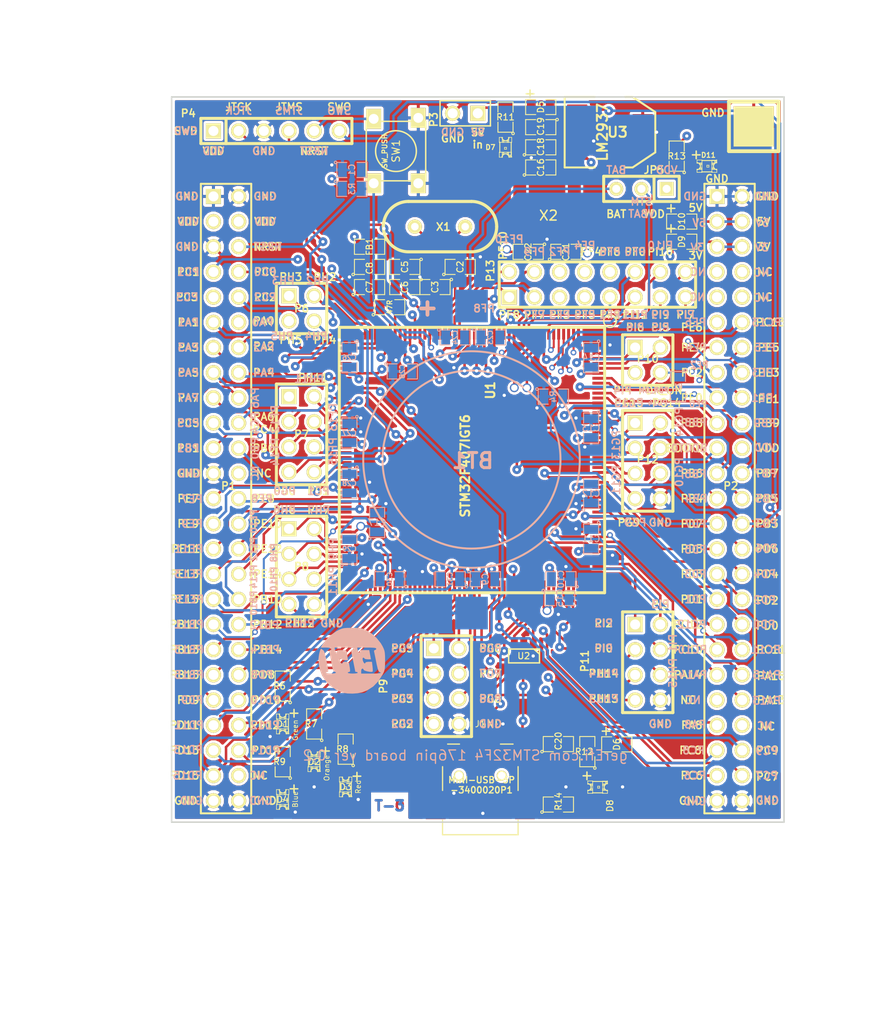
<source format=kicad_pcb>
(kicad_pcb (version 4) (host pcbnew 4.0.1-stable)
  (title_block (title "176 pin board") (rev R0.2) (company "gerEFI by Art_Electro & DAECU"))
  (layers (0 F.Cu signal) (1 GND power) (2 PWR power) (31 B.Cu signal) (34 B.Paste user) (35 F.Paste user) (36 B.SilkS user) (37 F.SilkS user) (38 B.Mask user) (39 F.Mask user) (44 Edge.Cuts user))
  (net 0 "")
  (net 1 /3.3V)
  (net 2 /5V)
  (net 3 /5Vi)
  (net 4 /BOOT0)
  (net 5 /D+)
  (net 6 /D-)
  (net 7 /NRST)
  (net 8 /PA0)
  (net 9 /PA1)
  (net 10 /PA10)
  (net 11 /PA11)
  (net 12 /PA12)
  (net 13 /PA13)
  (net 14 /PA14)
  (net 15 /PA15)
  (net 16 /PA2)
  (net 17 /PA3)
  (net 18 /PA4)
  (net 19 /PA5)
  (net 20 /PA6)
  (net 21 /PA7)
  (net 22 /PA8)
  (net 23 /PA9)
  (net 24 /PB0)
  (net 25 /PB1)
  (net 26 /PB10)
  (net 27 /PB11)
  (net 28 /PB12)
  (net 29 /PB13)
  (net 30 /PB14)
  (net 31 /PB15)
  (net 32 /PB3)
  (net 33 /PB4)
  (net 34 /PB5)
  (net 35 /PB6)
  (net 36 /PB7)
  (net 37 /PB8)
  (net 38 /PB9)
  (net 39 /PC0)
  (net 40 /PC1)
  (net 41 /PC10)
  (net 42 /PC11)
  (net 43 /PC12)
  (net 44 /PC13)
  (net 45 /PC2)
  (net 46 /PC3)
  (net 47 /PC4)
  (net 48 /PC5)
  (net 49 /PC6)
  (net 50 /PC7)
  (net 51 /PC8)
  (net 52 /PC9)
  (net 53 /PD0)
  (net 54 /PD1)
  (net 55 /PD10)
  (net 56 /PD11)
  (net 57 /PD12)
  (net 58 /PD13)
  (net 59 /PD14)
  (net 60 /PD15)
  (net 61 /PD2)
  (net 62 /PD3)
  (net 63 /PD4)
  (net 64 /PD5)
  (net 65 /PD6)
  (net 66 /PD7)
  (net 67 /PD8)
  (net 68 /PD9)
  (net 69 /PDR_ON)
  (net 70 /PE0)
  (net 71 /PE1)
  (net 72 /PE10)
  (net 73 /PE11)
  (net 74 /PE12)
  (net 75 /PE13)
  (net 76 /PE14)
  (net 77 /PE15)
  (net 78 /PE2)
  (net 79 /PE3)
  (net 80 /PE4)
  (net 81 /PE5)
  (net 82 /PE6)
  (net 83 /PE7)
  (net 84 /PE8)
  (net 85 /PE9)
  (net 86 /PF0)
  (net 87 /PF1)
  (net 88 /PF10)
  (net 89 /PF11)
  (net 90 /PF12)
  (net 91 /PF13)
  (net 92 /PF14)
  (net 93 /PF15)
  (net 94 /PF2)
  (net 95 /PF3)
  (net 96 /PF4)
  (net 97 /PF5)
  (net 98 /PF6)
  (net 99 /PF7)
  (net 100 /PF8)
  (net 101 /PF9)
  (net 102 /PG0)
  (net 103 /PG1)
  (net 104 /PG10)
  (net 105 /PG11)
  (net 106 /PG12)
  (net 107 /PG13)
  (net 108 /PG14)
  (net 109 /PG15)
  (net 110 /PG2)
  (net 111 /PG3)
  (net 112 /PG4)
  (net 113 /PG5)
  (net 114 /PG6)
  (net 115 /PG7)
  (net 116 /PG8)
  (net 117 /PG9)
  (net 118 /PH0)
  (net 119 /PH1)
  (net 120 /PH10)
  (net 121 /PH11)
  (net 122 /PH12)
  (net 123 /PH13)
  (net 124 /PH14)
  (net 125 /PH15)
  (net 126 /PH2)
  (net 127 /PH3)
  (net 128 /PH4)
  (net 129 /PH5)
  (net 130 /PH6)
  (net 131 /PH7)
  (net 132 /PH8)
  (net 133 /PH9)
  (net 134 /PI0)
  (net 135 /PI1)
  (net 136 /PI10)
  (net 137 /PI11)
  (net 138 /PI2)
  (net 139 /PI3)
  (net 140 /PI4)
  (net 141 /PI5)
  (net 142 /PI6)
  (net 143 /PI7)
  (net 144 /PI8)
  (net 145 /PI9)
  (net 146 /VBAT)
  (net 147 /VDD)
  (net 148 GND)
  (net 149 N-00000102)
  (net 150 N-0000017)
  (net 151 N-0000018)
  (net 152 N-0000019)
  (net 153 N-0000020)
  (net 154 N-0000021)
  (net 155 N-0000023)
  (net 156 N-0000024)
  (net 157 N-0000026)
  (net 158 N-0000035)
  (net 159 N-0000036)
  (net 160 N-000004)
  (net 161 N-0000041)
  (net 162 N-0000080)
  (net 163 N-0000081)
  (net 164 N-0000094)
  (module BATT_CR2032_MPD (layer B.Cu) (at 117.475 120.015 90)
    (fp_text reference BT1 (at -0.127 0.127 360) (layer B.SilkS) (effects (font (thickness 0.3048)) (justify mirror)))
    (fp_text value BATTERY_CR2032 hide)
    (pad 1 smd rect (at 15.485 0 90) (size 3.29 3.29) (layers B.Cu B.Paste B.Mask) (net 156 N-0000024))
    (pad 2 smd rect (at -15.485 0 90) (size 3.29 3.29) (layers B.Cu B.Paste B.Mask) (net 148 GND))
  )
  (module SM0805 (layer B.Cu) (at 105.41 90.805)
    (fp_text reference C1 (at 0 0 270) (layer B.SilkS) (effects (font (size 0.635 0.635) (thickness 0.10922)) (justify mirror)))
    (fp_text value 0.02uF hide)
    (pad 1 smd rect (at -0.9525 0) (size 0.889 1.397) (layers B.Cu B.Paste B.Mask) (net 148 GND))
    (pad 2 smd rect (at 0.9525 0) (size 0.889 1.397) (layers B.Cu B.Paste B.Mask) (net 7 /NRST))
  )
  (module SM0805 (layer F.Cu) (at 116.332 100.584)
    (fp_text reference C2 (at 0 0 90) (layer F.SilkS) (effects (font (size 0.635 0.635) (thickness 0.10922))))
    (fp_text value 18pF hide)
    (pad 1 smd rect (at -0.9525 0) (size 0.889 1.397) (layers F.Cu F.Paste F.Mask) (net 118 /PH0))
    (pad 2 smd rect (at 0.9525 0) (size 0.889 1.397) (layers F.Cu F.Paste F.Mask) (net 148 GND))
  )
  (module SM0805 (layer F.Cu) (at 113.792 102.616 180)
    (fp_text reference C3 (at 0 0 270) (layer F.SilkS) (effects (font (size 0.635 0.635) (thickness 0.10922))))
    (fp_text value 18pF hide)
    (pad 1 smd rect (at -0.9525 0 180) (size 0.889 1.397) (layers F.Cu F.Paste F.Mask) (net 119 /PH1))
    (pad 2 smd rect (at 0.9525 0 180) (size 0.889 1.397) (layers F.Cu F.Paste F.Mask) (net 148 GND))
  )
  (module SM0805 (layer F.Cu) (at 110.744 100.584 180)
    (fp_text reference C5 (at 0 0 270) (layer F.SilkS) (effects (font (size 0.635 0.635) (thickness 0.10922))))
    (fp_text value 0.01uF hide)
    (pad 1 smd rect (at -0.9525 0 180) (size 0.889 1.397) (layers F.Cu F.Paste F.Mask) (net 148 GND))
    (pad 2 smd rect (at 0.9525 0 180) (size 0.889 1.397) (layers F.Cu F.Paste F.Mask) (net 153 N-0000020))
  )
  (module SM0805 (layer F.Cu) (at 110.744 102.616 180)
    (fp_text reference C6 (at 0 0 270) (layer F.SilkS) (effects (font (size 0.635 0.635) (thickness 0.10922))))
    (fp_text value 1uF hide)
    (pad 1 smd rect (at -0.9525 0 180) (size 0.889 1.397) (layers F.Cu F.Paste F.Mask) (net 148 GND))
    (pad 2 smd rect (at 0.9525 0 180) (size 0.889 1.397) (layers F.Cu F.Paste F.Mask) (net 153 N-0000020))
  )
  (module SM0805 (layer F.Cu) (at 107.188 102.616)
    (fp_text reference C7 (at 0 0 90) (layer F.SilkS) (effects (font (size 0.635 0.635) (thickness 0.10922))))
    (fp_text value 1uF hide)
    (pad 1 smd rect (at -0.9525 0) (size 0.889 1.397) (layers F.Cu F.Paste F.Mask) (net 148 GND))
    (pad 2 smd rect (at 0.9525 0) (size 0.889 1.397) (layers F.Cu F.Paste F.Mask) (net 160 N-000004))
  )
  (module SM0805 (layer F.Cu) (at 107.188 100.584)
    (fp_text reference C8 (at 0 0.127 90) (layer F.SilkS) (effects (font (size 0.635 0.635) (thickness 0.10922))))
    (fp_text value 0.01uF hide)
    (pad 1 smd rect (at -0.9525 0) (size 0.889 1.397) (layers F.Cu F.Paste F.Mask) (net 148 GND))
    (pad 2 smd rect (at 0.9525 0) (size 0.889 1.397) (layers F.Cu F.Paste F.Mask) (net 160 N-000004))
  )
  (module SM0805 (layer B.Cu) (at 118.872 132.08)
    (fp_text reference C9 (at 0 0 90) (layer B.SilkS) (effects (font (size 0.635 0.635) (thickness 0.10922)) (justify mirror)))
    (fp_text value 0.1uF hide)
    (pad 1 smd rect (at -0.9525 0) (size 0.889 1.397) (layers B.Cu B.Paste B.Mask) (net 148 GND))
    (pad 2 smd rect (at 0.9525 0) (size 0.889 1.397) (layers B.Cu B.Paste B.Mask) (net 147 /VDD))
  )
  (module SM0805 (layer B.Cu) (at 126.492 132.08 180)
    (fp_text reference C10 (at 0 0 450) (layer B.SilkS) (effects (font (size 0.635 0.635) (thickness 0.10922)) (justify mirror)))
    (fp_text value 0.1uF hide)
    (pad 1 smd rect (at -0.9525 0 180) (size 0.889 1.397) (layers B.Cu B.Paste B.Mask) (net 148 GND))
    (pad 2 smd rect (at 0.9525 0 180) (size 0.889 1.397) (layers B.Cu B.Paste B.Mask) (net 147 /VDD))
  )
  (module SM0805 (layer B.Cu) (at 129.54 128.016 270)
    (fp_text reference C11 (at 0 0 540) (layer B.SilkS) (effects (font (size 0.635 0.635) (thickness 0.10922)) (justify mirror)))
    (fp_text value 0.1uF hide)
    (pad 1 smd rect (at -0.9525 0 270) (size 0.889 1.397) (layers B.Cu B.Paste B.Mask) (net 148 GND))
    (pad 2 smd rect (at 0.9525 0 270) (size 0.889 1.397) (layers B.Cu B.Paste B.Mask) (net 147 /VDD))
  )
  (module SM0805 (layer B.Cu) (at 129.54 123.444 90)
    (fp_text reference C12 (at 0 0 180) (layer B.SilkS) (effects (font (size 0.635 0.635) (thickness 0.10922)) (justify mirror)))
    (fp_text value 0.1uF hide)
    (pad 1 smd rect (at -0.9525 0 90) (size 0.889 1.397) (layers B.Cu B.Paste B.Mask) (net 148 GND))
    (pad 2 smd rect (at 0.9525 0 90) (size 0.889 1.397) (layers B.Cu B.Paste B.Mask) (net 147 /VDD))
  )
  (module SM0805 (layer B.Cu) (at 129.54 116.84 270)
    (fp_text reference C13 (at 0 0 540) (layer B.SilkS) (effects (font (size 0.635 0.635) (thickness 0.10922)) (justify mirror)))
    (fp_text value 0.1uF hide)
    (pad 1 smd rect (at -0.9525 0 270) (size 0.889 1.397) (layers B.Cu B.Paste B.Mask) (net 148 GND))
    (pad 2 smd rect (at 0.9525 0 270) (size 0.889 1.397) (layers B.Cu B.Paste B.Mask) (net 147 /VDD))
  )
  (module SM0805 (layer B.Cu) (at 129.54 109.728 270)
    (fp_text reference C14 (at 0 0 540) (layer B.SilkS) (effects (font (size 0.635 0.635) (thickness 0.10922)) (justify mirror)))
    (fp_text value 0.1uF hide)
    (pad 1 smd rect (at -0.9525 0 270) (size 0.889 1.397) (layers B.Cu B.Paste B.Mask) (net 148 GND))
    (pad 2 smd rect (at 0.9525 0 270) (size 0.889 1.397) (layers B.Cu B.Paste B.Mask) (net 147 /VDD))
  )
  (module SM0805 (layer B.Cu) (at 126.365 133.985)
    (fp_text reference C15 (at 0.0254 0 270) (layer B.SilkS) (effects (font (size 0.635 0.635) (thickness 0.10922)) (justify mirror)))
    (fp_text value 2u2F hide)
    (pad 1 smd rect (at -0.9525 0) (size 0.889 1.397) (layers B.Cu B.Paste B.Mask) (net 164 N-0000094))
    (pad 2 smd rect (at 0.9525 0) (size 0.889 1.397) (layers B.Cu B.Paste B.Mask) (net 148 GND))
  )
  (module SM0805 (layer F.Cu) (at 124.46 90.551)
    (fp_text reference C16 (at 0 0 270) (layer F.SilkS) (effects (font (size 0.635 0.635) (thickness 0.10922))))
    (fp_text value 1uF hide)
    (pad 1 smd rect (at -0.9525 0) (size 0.889 1.397) (layers F.Cu F.Paste F.Mask) (net 148 GND))
    (pad 2 smd rect (at 0.9525 0) (size 0.889 1.397) (layers F.Cu F.Paste F.Mask) (net 147 /VDD))
  )
  (module SM0805 (layer B.Cu) (at 107.95 126.365 90)
    (fp_text reference C17 (at 0 0 360) (layer B.SilkS) (effects (font (size 0.635 0.635) (thickness 0.10922)) (justify mirror)))
    (fp_text value 2u2F hide)
    (pad 1 smd rect (at -0.9525 0 90) (size 0.889 1.397) (layers B.Cu B.Paste B.Mask) (net 149 N-00000102))
    (pad 2 smd rect (at 0.9525 0 90) (size 0.889 1.397) (layers B.Cu B.Paste B.Mask) (net 148 GND))
  )
  (module SM0805 (layer F.Cu) (at 124.46 88.519)
    (fp_text reference C18 (at 0 -0.0508 90) (layer F.SilkS) (effects (font (size 0.635 0.635) (thickness 0.10922))))
    (fp_text value 0.1uF hide)
    (pad 1 smd rect (at -0.9525 0) (size 0.889 1.397) (layers F.Cu F.Paste F.Mask) (net 148 GND))
    (pad 2 smd rect (at 0.9525 0) (size 0.889 1.397) (layers F.Cu F.Paste F.Mask) (net 3 /5Vi))
  )
  (module SM0805 (layer F.Cu) (at 124.46 86.487 180)
    (fp_text reference C19 (at 0 0.0762 270) (layer F.SilkS) (effects (font (size 0.635 0.635) (thickness 0.10922))))
    (fp_text value 4.7uF hide)
    (pad 1 smd rect (at -0.9525 0 180) (size 0.889 1.397) (layers F.Cu F.Paste F.Mask) (net 3 /5Vi))
    (pad 2 smd rect (at 0.9525 0 180) (size 0.889 1.397) (layers F.Cu F.Paste F.Mask) (net 148 GND))
  )
  (module LED-0805_A (layer F.Cu) (at 120.904 88.519 270)
    (fp_text reference D7 (at 0 1.524 360) (layer F.SilkS) (effects (font (size 0.50038 0.50038) (thickness 0.1143))))
    (fp_text value LED_0805 hide)
    (pad 1 smd rect (at -1.04902 0 270) (size 1.19888 1.19888) (layers F.Cu F.Paste F.Mask) (net 158 N-0000035))
    (pad 2 smd rect (at 1.04902 0 270) (size 1.19888 1.19888) (layers F.Cu F.Paste F.Mask) (net 148 GND))
  )
  (module SM0805 (layer F.Cu) (at 107.188 98.552 180)
    (fp_text reference FB1 (at 0 0 270) (layer F.SilkS) (effects (font (size 0.635 0.635) (thickness 0.10922))))
    (fp_text value FILTER hide)
    (pad 1 smd rect (at -0.9525 0 180) (size 0.889 1.397) (layers F.Cu F.Paste F.Mask) (net 160 N-000004))
    (pad 2 smd rect (at 0.9525 0 180) (size 0.889 1.397) (layers F.Cu F.Paste F.Mask) (net 147 /VDD))
  )
  (module SIL-3 (layer F.Cu) (at 134.62 92.71 180)
    (fp_text reference JP5 (at -1.27 1.905 180) (layer F.SilkS) (effects (font (size 0.762 0.762) (thickness 0.1524))))
    (fp_text value JUMPER3 hide)
    (pad 1 thru_hole rect (at -2.54 0 180) (size 1.397 1.397) (drill 0.8128) (layers *.Cu *.Mask F.SilkS) (net 147 /VDD))
    (pad 2 thru_hole circle (at 0 0 180) (size 1.397 1.397) (drill 0.8128) (layers *.Cu *.Mask F.SilkS) (net 146 /VBAT))
    (pad 3 thru_hole circle (at 2.54 0 180) (size 1.397 1.397) (drill 0.8128) (layers *.Cu *.Mask F.SilkS) (net 156 N-0000024))
  )
  (module PIN_ARRAY_25x2_A (layer F.Cu) (at 92.71 123.952 270)
    (fp_text reference P1 (at -1.27 -0.254 360) (layer F.SilkS) (effects (font (size 0.762 0.762) (thickness 0.1524))))
    (fp_text value CONN_25X2 hide)
    (pad 1 thru_hole rect (at -30.48 1.27 270) (size 1.524 1.524) (drill 1.016) (layers *.Cu *.Mask F.SilkS) (net 148 GND))
    (pad 2 thru_hole circle (at -30.48 -1.27 270) (size 1.524 1.524) (drill 1.016) (layers *.Cu *.Mask F.SilkS) (net 148 GND))
    (pad 3 thru_hole circle (at -27.94 1.27 270) (size 1.524 1.524) (drill 1.016) (layers *.Cu *.Mask F.SilkS) (net 147 /VDD))
    (pad 4 thru_hole circle (at -27.94 -1.27 270) (size 1.524 1.524) (drill 1.016) (layers *.Cu *.Mask F.SilkS) (net 147 /VDD))
    (pad 5 thru_hole circle (at -25.4 1.27 270) (size 1.524 1.524) (drill 1.016) (layers *.Cu *.Mask F.SilkS) (net 148 GND))
    (pad 6 thru_hole circle (at -25.4 -1.27 270) (size 1.524 1.524) (drill 1.016) (layers *.Cu *.Mask F.SilkS) (net 7 /NRST))
    (pad 7 thru_hole circle (at -22.86 1.27 270) (size 1.524 1.524) (drill 1.016) (layers *.Cu *.Mask F.SilkS) (net 40 /PC1))
    (pad 8 thru_hole circle (at -22.86 -1.27 270) (size 1.524 1.524) (drill 1.016) (layers *.Cu *.Mask F.SilkS) (net 39 /PC0))
    (pad 9 thru_hole circle (at -20.32 1.27 270) (size 1.524 1.524) (drill 1.016) (layers *.Cu *.Mask F.SilkS) (net 46 /PC3))
    (pad 10 thru_hole circle (at -20.32 -1.27 270) (size 1.524 1.524) (drill 1.016) (layers *.Cu *.Mask F.SilkS) (net 45 /PC2))
    (pad 11 thru_hole circle (at -17.78 1.27 270) (size 1.524 1.524) (drill 1.016) (layers *.Cu *.Mask F.SilkS) (net 9 /PA1))
    (pad 12 thru_hole circle (at -17.78 -1.27 270) (size 1.524 1.524) (drill 1.016) (layers *.Cu *.Mask F.SilkS) (net 8 /PA0))
    (pad 13 thru_hole circle (at -15.24 1.27 270) (size 1.524 1.524) (drill 1.016) (layers *.Cu *.Mask F.SilkS) (net 17 /PA3))
    (pad 14 thru_hole circle (at -15.24 -1.27 270) (size 1.524 1.524) (drill 1.016) (layers *.Cu *.Mask F.SilkS) (net 16 /PA2))
    (pad 15 thru_hole circle (at -12.7 1.27 270) (size 1.524 1.524) (drill 1.016) (layers *.Cu *.Mask F.SilkS) (net 19 /PA5))
    (pad 16 thru_hole circle (at -12.7 -1.27 270) (size 1.524 1.524) (drill 1.016) (layers *.Cu *.Mask F.SilkS) (net 18 /PA4))
    (pad 17 thru_hole circle (at -10.16 1.27 270) (size 1.524 1.524) (drill 1.016) (layers *.Cu *.Mask F.SilkS) (net 21 /PA7))
    (pad 18 thru_hole circle (at -10.16 -1.27 270) (size 1.524 1.524) (drill 1.016) (layers *.Cu *.Mask F.SilkS) (net 20 /PA6))
    (pad 19 thru_hole circle (at -7.62 1.27 270) (size 1.524 1.524) (drill 1.016) (layers *.Cu *.Mask F.SilkS) (net 48 /PC5))
    (pad 20 thru_hole circle (at -7.62 -1.27 270) (size 1.524 1.524) (drill 1.016) (layers *.Cu *.Mask F.SilkS) (net 47 /PC4))
    (pad 21 thru_hole circle (at -5.08 1.27 270) (size 1.524 1.524) (drill 1.016) (layers *.Cu *.Mask F.SilkS) (net 25 /PB1))
    (pad 22 thru_hole circle (at -5.08 -1.27 270) (size 1.524 1.524) (drill 1.016) (layers *.Cu *.Mask F.SilkS) (net 24 /PB0))
    (pad 23 thru_hole circle (at -2.54 1.27 270) (size 1.524 1.524) (drill 1.016) (layers *.Cu *.Mask F.SilkS) (net 148 GND))
    (pad 24 thru_hole circle (at -2.54 -1.27 270) (size 1.524 1.524) (drill 1.016) (layers *.Cu *.Mask F.SilkS))
    (pad 25 thru_hole circle (at 0 1.27 270) (size 1.524 1.524) (drill 1.016) (layers *.Cu *.Mask F.SilkS) (net 83 /PE7))
    (pad 26 thru_hole circle (at 0 -1.27 270) (size 1.524 1.524) (drill 1.016) (layers *.Cu *.Mask F.SilkS) (net 84 /PE8))
    (pad 27 thru_hole circle (at 2.54 1.27 270) (size 1.524 1.524) (drill 1.016) (layers *.Cu *.Mask F.SilkS) (net 85 /PE9))
    (pad 28 thru_hole circle (at 2.54 -1.27 270) (size 1.524 1.524) (drill 1.016) (layers *.Cu *.Mask F.SilkS) (net 72 /PE10))
    (pad 29 thru_hole circle (at 5.08 1.27 270) (size 1.524 1.524) (drill 1.016) (layers *.Cu *.Mask F.SilkS) (net 73 /PE11))
    (pad 30 thru_hole circle (at 5.08 -1.27 270) (size 1.524 1.524) (drill 1.016) (layers *.Cu *.Mask F.SilkS) (net 74 /PE12))
    (pad 31 thru_hole circle (at 7.62 1.27 270) (size 1.524 1.524) (drill 1.016) (layers *.Cu *.Mask F.SilkS) (net 75 /PE13))
    (pad 32 thru_hole circle (at 7.62 -1.27 270) (size 1.524 1.524) (drill 1.016) (layers *.Cu *.Mask F.SilkS) (net 76 /PE14))
    (pad 33 thru_hole circle (at 10.16 1.27 270) (size 1.524 1.524) (drill 1.016) (layers *.Cu *.Mask F.SilkS) (net 77 /PE15))
    (pad 34 thru_hole circle (at 10.16 -1.27 270) (size 1.524 1.524) (drill 1.016) (layers *.Cu *.Mask F.SilkS) (net 26 /PB10))
    (pad 35 thru_hole circle (at 12.7 1.27 270) (size 1.524 1.524) (drill 1.016) (layers *.Cu *.Mask F.SilkS) (net 27 /PB11))
    (pad 36 thru_hole circle (at 12.7 -1.27 270) (size 1.524 1.524) (drill 1.016) (layers *.Cu *.Mask F.SilkS) (net 28 /PB12))
    (pad 37 thru_hole circle (at 15.24 1.27 270) (size 1.524 1.524) (drill 1.016) (layers *.Cu *.Mask F.SilkS) (net 29 /PB13))
    (pad 38 thru_hole circle (at 15.24 -1.27 270) (size 1.524 1.524) (drill 1.016) (layers *.Cu *.Mask F.SilkS) (net 30 /PB14))
    (pad 39 thru_hole circle (at 17.78 1.27 270) (size 1.524 1.524) (drill 1.016) (layers *.Cu *.Mask F.SilkS) (net 31 /PB15))
    (pad 40 thru_hole circle (at 17.78 -1.27 270) (size 1.524 1.524) (drill 1.016) (layers *.Cu *.Mask F.SilkS) (net 67 /PD8))
    (pad 41 thru_hole circle (at 20.32 1.27 270) (size 1.524 1.524) (drill 1.016) (layers *.Cu *.Mask F.SilkS) (net 68 /PD9))
    (pad 42 thru_hole circle (at 20.32 -1.27 270) (size 1.524 1.524) (drill 1.016) (layers *.Cu *.Mask F.SilkS) (net 55 /PD10))
    (pad 43 thru_hole circle (at 22.86 1.27 270) (size 1.524 1.524) (drill 1.016) (layers *.Cu *.Mask F.SilkS) (net 56 /PD11))
    (pad 44 thru_hole circle (at 22.86 -1.27 270) (size 1.524 1.524) (drill 1.016) (layers *.Cu *.Mask F.SilkS) (net 57 /PD12))
    (pad 45 thru_hole circle (at 25.4 1.27 270) (size 1.524 1.524) (drill 1.016) (layers *.Cu *.Mask F.SilkS) (net 58 /PD13))
    (pad 46 thru_hole circle (at 25.4 -1.27 270) (size 1.524 1.524) (drill 1.016) (layers *.Cu *.Mask F.SilkS) (net 59 /PD14))
    (pad 47 thru_hole circle (at 27.94 1.27 270) (size 1.524 1.524) (drill 1.016) (layers *.Cu *.Mask F.SilkS) (net 60 /PD15))
    (pad 48 thru_hole circle (at 27.94 -1.27 270) (size 1.524 1.524) (drill 1.016) (layers *.Cu *.Mask F.SilkS))
    (pad 49 thru_hole circle (at 30.48 1.27 270) (size 1.524 1.524) (drill 1.016) (layers *.Cu *.Mask F.SilkS) (net 148 GND))
    (pad 50 thru_hole circle (at 30.48 -1.27 270) (size 1.524 1.524) (drill 1.016) (layers *.Cu *.Mask F.SilkS) (net 148 GND))
  )
  (module PIN_ARRAY_25x2_A (layer F.Cu) (at 143.51 123.952 270)
    (fp_text reference P2 (at -1.27 -0.127 360) (layer F.SilkS) (effects (font (size 0.762 0.762) (thickness 0.1524))))
    (fp_text value CONN_25X2 hide)
    (pad 1 thru_hole rect (at -30.48 1.27 270) (size 1.524 1.524) (drill 1.016) (layers *.Cu *.Mask F.SilkS) (net 148 GND))
    (pad 2 thru_hole circle (at -30.48 -1.27 270) (size 1.524 1.524) (drill 1.016) (layers *.Cu *.Mask F.SilkS) (net 148 GND))
    (pad 3 thru_hole circle (at -27.94 1.27 270) (size 1.524 1.524) (drill 1.016) (layers *.Cu *.Mask F.SilkS) (net 2 /5V))
    (pad 4 thru_hole circle (at -27.94 -1.27 270) (size 1.524 1.524) (drill 1.016) (layers *.Cu *.Mask F.SilkS) (net 2 /5V))
    (pad 5 thru_hole circle (at -25.4 1.27 270) (size 1.524 1.524) (drill 1.016) (layers *.Cu *.Mask F.SilkS) (net 1 /3.3V))
    (pad 6 thru_hole circle (at -25.4 -1.27 270) (size 1.524 1.524) (drill 1.016) (layers *.Cu *.Mask F.SilkS) (net 1 /3.3V))
    (pad 7 thru_hole circle (at -22.86 1.27 270) (size 1.524 1.524) (drill 1.016) (layers *.Cu *.Mask F.SilkS))
    (pad 8 thru_hole circle (at -22.86 -1.27 270) (size 1.524 1.524) (drill 1.016) (layers *.Cu *.Mask F.SilkS))
    (pad 9 thru_hole circle (at -20.32 1.27 270) (size 1.524 1.524) (drill 1.016) (layers *.Cu *.Mask F.SilkS))
    (pad 10 thru_hole circle (at -20.32 -1.27 270) (size 1.524 1.524) (drill 1.016) (layers *.Cu *.Mask F.SilkS))
    (pad 11 thru_hole circle (at -17.78 1.27 270) (size 1.524 1.524) (drill 1.016) (layers *.Cu *.Mask F.SilkS) (net 82 /PE6))
    (pad 12 thru_hole circle (at -17.78 -1.27 270) (size 1.524 1.524) (drill 1.016) (layers *.Cu *.Mask F.SilkS) (net 44 /PC13))
    (pad 13 thru_hole circle (at -15.24 1.27 270) (size 1.524 1.524) (drill 1.016) (layers *.Cu *.Mask F.SilkS) (net 80 /PE4))
    (pad 14 thru_hole circle (at -15.24 -1.27 270) (size 1.524 1.524) (drill 1.016) (layers *.Cu *.Mask F.SilkS) (net 81 /PE5))
    (pad 15 thru_hole circle (at -12.7 1.27 270) (size 1.524 1.524) (drill 1.016) (layers *.Cu *.Mask F.SilkS) (net 78 /PE2))
    (pad 16 thru_hole circle (at -12.7 -1.27 270) (size 1.524 1.524) (drill 1.016) (layers *.Cu *.Mask F.SilkS) (net 79 /PE3))
    (pad 17 thru_hole circle (at -10.16 1.27 270) (size 1.524 1.524) (drill 1.016) (layers *.Cu *.Mask F.SilkS) (net 70 /PE0))
    (pad 18 thru_hole circle (at -10.16 -1.27 270) (size 1.524 1.524) (drill 1.016) (layers *.Cu *.Mask F.SilkS) (net 71 /PE1))
    (pad 19 thru_hole circle (at -7.62 1.27 270) (size 1.524 1.524) (drill 1.016) (layers *.Cu *.Mask F.SilkS) (net 37 /PB8))
    (pad 20 thru_hole circle (at -7.62 -1.27 270) (size 1.524 1.524) (drill 1.016) (layers *.Cu *.Mask F.SilkS) (net 38 /PB9))
    (pad 21 thru_hole circle (at -5.08 1.27 270) (size 1.524 1.524) (drill 1.016) (layers *.Cu *.Mask F.SilkS) (net 4 /BOOT0))
    (pad 22 thru_hole circle (at -5.08 -1.27 270) (size 1.524 1.524) (drill 1.016) (layers *.Cu *.Mask F.SilkS) (net 147 /VDD))
    (pad 23 thru_hole circle (at -2.54 1.27 270) (size 1.524 1.524) (drill 1.016) (layers *.Cu *.Mask F.SilkS) (net 35 /PB6))
    (pad 24 thru_hole circle (at -2.54 -1.27 270) (size 1.524 1.524) (drill 1.016) (layers *.Cu *.Mask F.SilkS) (net 36 /PB7))
    (pad 25 thru_hole circle (at 0 1.27 270) (size 1.524 1.524) (drill 1.016) (layers *.Cu *.Mask F.SilkS) (net 33 /PB4))
    (pad 26 thru_hole circle (at 0 -1.27 270) (size 1.524 1.524) (drill 1.016) (layers *.Cu *.Mask F.SilkS) (net 34 /PB5))
    (pad 27 thru_hole circle (at 2.54 1.27 270) (size 1.524 1.524) (drill 1.016) (layers *.Cu *.Mask F.SilkS) (net 66 /PD7))
    (pad 28 thru_hole circle (at 2.54 -1.27 270) (size 1.524 1.524) (drill 1.016) (layers *.Cu *.Mask F.SilkS) (net 32 /PB3))
    (pad 29 thru_hole circle (at 5.08 1.27 270) (size 1.524 1.524) (drill 1.016) (layers *.Cu *.Mask F.SilkS) (net 64 /PD5))
    (pad 30 thru_hole circle (at 5.08 -1.27 270) (size 1.524 1.524) (drill 1.016) (layers *.Cu *.Mask F.SilkS) (net 65 /PD6))
    (pad 31 thru_hole circle (at 7.62 1.27 270) (size 1.524 1.524) (drill 1.016) (layers *.Cu *.Mask F.SilkS) (net 62 /PD3))
    (pad 32 thru_hole circle (at 7.62 -1.27 270) (size 1.524 1.524) (drill 1.016) (layers *.Cu *.Mask F.SilkS) (net 63 /PD4))
    (pad 33 thru_hole circle (at 10.16 1.27 270) (size 1.524 1.524) (drill 1.016) (layers *.Cu *.Mask F.SilkS) (net 54 /PD1))
    (pad 34 thru_hole circle (at 10.16 -1.27 270) (size 1.524 1.524) (drill 1.016) (layers *.Cu *.Mask F.SilkS) (net 61 /PD2))
    (pad 35 thru_hole circle (at 12.7 1.27 270) (size 1.524 1.524) (drill 1.016) (layers *.Cu *.Mask F.SilkS) (net 43 /PC12))
    (pad 36 thru_hole circle (at 12.7 -1.27 270) (size 1.524 1.524) (drill 1.016) (layers *.Cu *.Mask F.SilkS) (net 53 /PD0))
    (pad 37 thru_hole circle (at 15.24 1.27 270) (size 1.524 1.524) (drill 1.016) (layers *.Cu *.Mask F.SilkS) (net 41 /PC10))
    (pad 38 thru_hole circle (at 15.24 -1.27 270) (size 1.524 1.524) (drill 1.016) (layers *.Cu *.Mask F.SilkS) (net 42 /PC11))
    (pad 39 thru_hole circle (at 17.78 1.27 270) (size 1.524 1.524) (drill 1.016) (layers *.Cu *.Mask F.SilkS) (net 14 /PA14))
    (pad 40 thru_hole circle (at 17.78 -1.27 270) (size 1.524 1.524) (drill 1.016) (layers *.Cu *.Mask F.SilkS) (net 15 /PA15))
    (pad 41 thru_hole circle (at 20.32 1.27 270) (size 1.524 1.524) (drill 1.016) (layers *.Cu *.Mask F.SilkS))
    (pad 42 thru_hole circle (at 20.32 -1.27 270) (size 1.524 1.524) (drill 1.016) (layers *.Cu *.Mask F.SilkS) (net 13 /PA13))
    (pad 43 thru_hole circle (at 22.86 1.27 270) (size 1.524 1.524) (drill 1.016) (layers *.Cu *.Mask F.SilkS) (net 22 /PA8))
    (pad 44 thru_hole circle (at 22.86 -1.27 270) (size 1.524 1.524) (drill 1.016) (layers *.Cu *.Mask F.SilkS))
    (pad 45 thru_hole circle (at 25.4 1.27 270) (size 1.524 1.524) (drill 1.016) (layers *.Cu *.Mask F.SilkS) (net 51 /PC8))
    (pad 46 thru_hole circle (at 25.4 -1.27 270) (size 1.524 1.524) (drill 1.016) (layers *.Cu *.Mask F.SilkS) (net 52 /PC9))
    (pad 47 thru_hole circle (at 27.94 1.27 270) (size 1.524 1.524) (drill 1.016) (layers *.Cu *.Mask F.SilkS) (net 49 /PC6))
    (pad 48 thru_hole circle (at 27.94 -1.27 270) (size 1.524 1.524) (drill 1.016) (layers *.Cu *.Mask F.SilkS) (net 50 /PC7))
    (pad 49 thru_hole circle (at 30.48 1.27 270) (size 1.524 1.524) (drill 1.016) (layers *.Cu *.Mask F.SilkS) (net 148 GND))
    (pad 50 thru_hole circle (at 30.48 -1.27 270) (size 1.524 1.524) (drill 1.016) (layers *.Cu *.Mask F.SilkS) (net 148 GND))
  )
  (module PIN_ARRAY_2_A (layer F.Cu) (at 116.84 85.09 180)
    (fp_text reference P3 (at 3.175 -0.635 270) (layer F.SilkS) (effects (font (size 0.762 0.762) (thickness 0.1524))))
    (fp_text value CONN_2 hide)
    (pad 1 thru_hole rect (at -1.27 0 180) (size 1.524 1.524) (drill 1.016) (layers *.Cu *.Mask F.SilkS) (net 155 N-0000023))
    (pad 2 thru_hole circle (at 1.27 0 180) (size 1.524 1.524) (drill 1.016) (layers *.Cu *.Mask F.SilkS) (net 148 GND))
  )
  (module PIN_ARRAY-6X1 (layer F.Cu) (at 97.79 86.868)
    (fp_text reference P4 (at -8.89 -1.778) (layer F.SilkS) (effects (font (size 0.762 0.762) (thickness 0.1524))))
    (fp_text value CONN_6 hide)
    (pad 1 thru_hole rect (at -6.35 0) (size 1.524 1.524) (drill 1.016) (layers *.Cu *.Mask F.SilkS) (net 147 /VDD))
    (pad 2 thru_hole circle (at -3.81 0) (size 1.524 1.524) (drill 1.016) (layers *.Cu *.Mask F.SilkS) (net 14 /PA14))
    (pad 3 thru_hole circle (at -1.27 0) (size 1.524 1.524) (drill 1.016) (layers *.Cu *.Mask F.SilkS) (net 148 GND))
    (pad 4 thru_hole circle (at 1.27 0) (size 1.524 1.524) (drill 1.016) (layers *.Cu *.Mask F.SilkS) (net 13 /PA13))
    (pad 5 thru_hole circle (at 3.81 0) (size 1.524 1.524) (drill 1.016) (layers *.Cu *.Mask F.SilkS) (net 7 /NRST))
    (pad 6 thru_hole circle (at 6.35 0) (size 1.524 1.524) (drill 1.016) (layers *.Cu *.Mask F.SilkS) (net 32 /PB3))
  )
  (module SM0805 (layer B.Cu) (at 105.41 92.71)
    (fp_text reference R3 (at 0 0 270) (layer B.SilkS) (effects (font (size 0.635 0.635) (thickness 0.10922)) (justify mirror)))
    (fp_text value 10k hide)
    (pad 1 smd rect (at -0.9525 0) (size 0.889 1.397) (layers B.Cu B.Paste B.Mask) (net 147 /VDD))
    (pad 2 smd rect (at 0.9525 0) (size 0.889 1.397) (layers B.Cu B.Paste B.Mask) (net 7 /NRST))
  )
  (module SM0805 (layer B.Cu) (at 125.73 113.665)
    (fp_text reference R4 (at 0 0 270) (layer B.SilkS) (effects (font (size 0.635 0.635) (thickness 0.10922)) (justify mirror)))
    (fp_text value 10k hide)
    (pad 1 smd rect (at -0.9525 0) (size 0.889 1.397) (layers B.Cu B.Paste B.Mask) (net 148 GND))
    (pad 2 smd rect (at 0.9525 0) (size 0.889 1.397) (layers B.Cu B.Paste B.Mask) (net 4 /BOOT0))
  )
  (module SM0805 (layer F.Cu) (at 98.425 142.875 90)
    (fp_text reference R6 (at 0 -0.3175 360) (layer F.SilkS) (effects (font (size 0.635 0.635) (thickness 0.10922))))
    (fp_text value 680R hide)
    (pad 1 smd rect (at -0.9525 0 90) (size 0.889 1.397) (layers F.Cu F.Paste F.Mask) (net 152 N-0000019))
    (pad 2 smd rect (at 0.9525 0 90) (size 0.889 1.397) (layers F.Cu F.Paste F.Mask) (net 55 /PD10))
  )
  (module SM0805 (layer F.Cu) (at 101.6 146.685 90)
    (fp_text reference R7 (at 0 -0.3175 360) (layer F.SilkS) (effects (font (size 0.635 0.635) (thickness 0.10922))))
    (fp_text value 680R hide)
    (pad 1 smd rect (at -0.9525 0 90) (size 0.889 1.397) (layers F.Cu F.Paste F.Mask) (net 151 N-0000018))
    (pad 2 smd rect (at 0.9525 0 90) (size 0.889 1.397) (layers F.Cu F.Paste F.Mask) (net 58 /PD13))
  )
  (module SM0805 (layer F.Cu) (at 104.775 149.225 90)
    (fp_text reference R8 (at 0 -0.3175 360) (layer F.SilkS) (effects (font (size 0.635 0.635) (thickness 0.10922))))
    (fp_text value 680R hide)
    (pad 1 smd rect (at -0.9525 0 90) (size 0.889 1.397) (layers F.Cu F.Paste F.Mask) (net 154 N-0000021))
    (pad 2 smd rect (at 0.9525 0 90) (size 0.889 1.397) (layers F.Cu F.Paste F.Mask) (net 59 /PD14))
  )
  (module SM0805 (layer F.Cu) (at 98.425 150.495 90)
    (fp_text reference R9 (at 0 -0.3175 360) (layer F.SilkS) (effects (font (size 0.635 0.635) (thickness 0.10922))))
    (fp_text value 680R hide)
    (pad 1 smd rect (at -0.9525 0 90) (size 0.889 1.397) (layers F.Cu F.Paste F.Mask) (net 157 N-0000026))
    (pad 2 smd rect (at 0.9525 0 90) (size 0.889 1.397) (layers F.Cu F.Paste F.Mask) (net 60 /PD15))
  )
  (module SM0805 (layer F.Cu) (at 109.22 104.648)
    (fp_text reference R10 hide)
    (fp_text value 47R (at 0 0 90) (layer F.SilkS) (effects (font (size 0.50038 0.50038) (thickness 0.10922))))
    (pad 1 smd rect (at -0.9525 0) (size 0.889 1.397) (layers F.Cu F.Paste F.Mask) (net 160 N-000004))
    (pad 2 smd rect (at 0.9525 0) (size 0.889 1.397) (layers F.Cu F.Paste F.Mask) (net 153 N-0000020))
  )
  (module SM0805 (layer F.Cu) (at 120.904 85.471 90)
    (fp_text reference R11 (at 0 0 360) (layer F.SilkS) (effects (font (size 0.635 0.635) (thickness 0.10922))))
    (fp_text value 1k hide)
    (pad 1 smd rect (at -0.9525 0 90) (size 0.889 1.397) (layers F.Cu F.Paste F.Mask) (net 158 N-0000035))
    (pad 2 smd rect (at 0.9525 0 90) (size 0.889 1.397) (layers F.Cu F.Paste F.Mask) (net 155 N-0000023))
  )
  (module SM0805 (layer F.Cu) (at 129.159 149.479 90)
    (fp_text reference R12 (at 0 -0.3175 360) (layer F.SilkS) (effects (font (size 0.635 0.635) (thickness 0.10922))))
    (fp_text value 1k hide)
    (pad 1 smd rect (at -0.9525 0 90) (size 0.889 1.397) (layers F.Cu F.Paste F.Mask) (net 159 N-0000036))
    (pad 2 smd rect (at 0.9525 0 90) (size 0.889 1.397) (layers F.Cu F.Paste F.Mask) (net 23 /PA9))
  )
  (module SM0805 (layer F.Cu) (at 138.176 89.408 90)
    (fp_text reference R13 (at 0 0 180) (layer F.SilkS) (effects (font (size 0.635 0.635) (thickness 0.10922))))
    (fp_text value 1k hide)
    (pad 1 smd rect (at -0.9525 0 90) (size 0.889 1.397) (layers F.Cu F.Paste F.Mask) (net 150 N-0000017))
    (pad 2 smd rect (at 0.9525 0 90) (size 0.889 1.397) (layers F.Cu F.Paste F.Mask) (net 147 /VDD))
  )
  (module SOT223 (layer F.Cu) (at 131.445 86.995 270)
    (fp_text reference U3 (at 0 -0.762 360) (layer F.SilkS) (effects (font (size 1.016 1.016) (thickness 0.2032))))
    (fp_text value LM2937 (at 0 0.762 270) (layer F.SilkS) (effects (font (size 1.016 1.016) (thickness 0.2032))))
    (pad 4 smd rect (at 0 -3.302 270) (size 3.6576 2.032) (layers F.Cu F.Paste F.Mask) (net 148 GND))
    (pad 2 smd rect (at 0 3.302 270) (size 1.016 2.032) (layers F.Cu F.Paste F.Mask) (net 148 GND))
    (pad 3 smd rect (at 2.286 3.302 270) (size 1.016 2.032) (layers F.Cu F.Paste F.Mask) (net 147 /VDD))
    (pad 1 smd rect (at -2.286 3.302 270) (size 1.016 2.032) (layers F.Cu F.Paste F.Mask) (net 3 /5Vi))
  )
  (module HC-49V (layer F.Cu) (at 114.3 96.52)
    (fp_text reference X1 (at 0.3302 0.0254) (layer F.SilkS) (effects (font (size 0.762 0.762) (thickness 0.1524))))
    (fp_text value CRYSTAL hide)
    (pad 1 thru_hole circle (at -2.54 0) (size 1.4224 1.4224) (drill 0.762) (layers *.Cu *.Mask F.SilkS) (net 119 /PH1))
    (pad 2 thru_hole circle (at 2.54 0) (size 1.4224 1.4224) (drill 0.762) (layers *.Cu *.Mask F.SilkS) (net 118 /PH0))
  )
  (module SM0805 (layer F.Cu) (at 126.238 148.717)
    (fp_text reference C20 (at 0 -0.3175 90) (layer F.SilkS) (effects (font (size 0.635 0.635) (thickness 0.10922))))
    (fp_text value 0.1uF hide)
    (pad 1 smd rect (at -0.9525 0) (size 0.889 1.397) (layers F.Cu F.Paste F.Mask) (net 161 N-0000041))
    (pad 2 smd rect (at 0.9525 0) (size 0.889 1.397) (layers F.Cu F.Paste F.Mask) (net 148 GND))
  )
  (module SM0805 (layer F.Cu) (at 126.238 154.813)
    (fp_text reference R14 (at 0 -0.3175 90) (layer F.SilkS) (effects (font (size 0.635 0.635) (thickness 0.10922))))
    (fp_text value 100k hide)
    (pad 1 smd rect (at -0.9525 0) (size 0.889 1.397) (layers F.Cu F.Paste F.Mask) (net 161 N-0000041))
    (pad 2 smd rect (at 0.9525 0) (size 0.889 1.397) (layers F.Cu F.Paste F.Mask) (net 148 GND))
  )
  (module SM0805 (layer F.Cu) (at 127 99.06)
    (fp_text reference C21 (at 0 0 270) (layer F.SilkS) (effects (font (size 0.635 0.635) (thickness 0.10922))))
    (fp_text value 18pF hide)
    (pad 1 smd rect (at -0.9525 0) (size 0.889 1.397) (layers F.Cu F.Paste F.Mask) (net 148 GND))
    (pad 2 smd rect (at 0.9525 0) (size 0.889 1.397) (layers F.Cu F.Paste F.Mask) (net 162 N-0000080))
  )
  (module SM0805 (layer F.Cu) (at 123.19 99.06 180)
    (fp_text reference C22 (at 0 0 450) (layer F.SilkS) (effects (font (size 0.635 0.635) (thickness 0.10922))))
    (fp_text value 18pF hide)
    (pad 1 smd rect (at -0.9525 0 180) (size 0.889 1.397) (layers F.Cu F.Paste F.Mask) (net 148 GND))
    (pad 2 smd rect (at 0.9525 0 180) (size 0.889 1.397) (layers F.Cu F.Paste F.Mask) (net 163 N-0000081))
  )
  (module MC-306 (layer F.Cu) (at 125.095 94.615)
    (fp_text reference X2 (at 0.1524 0.7874) (layer F.SilkS))
    (fp_text value "CRYSTAL(MC306)" hide)
    (pad 1 smd rect (at -2.75 1.6) (size 1.3 1.9) (layers F.Cu F.Paste F.Mask) (net 163 N-0000081))
    (pad 2 smd rect (at 2.75 1.6) (size 1.3 1.9) (layers F.Cu F.Paste F.Mask))
    (pad 3 smd rect (at 2.75 -1.6) (size 1.3 1.9) (layers F.Cu F.Paste F.Mask))
    (pad 4 smd rect (at -2.75 -1.6) (size 1.3 1.9) (layers F.Cu F.Paste F.Mask) (net 162 N-0000080))
  )
  (module MINI-USB-5P-3400020P1 (layer F.Cu) (at 118.364 153.289)
    (fp_text reference J1 (at 0 -6.604) (layer F.SilkS) (effects (font (size 0.635 0.635) (thickness 0.0889))))
    (fp_text value MINI-USB-5P-3400020P1 hide)
    (pad 1 smd rect (at -1.6 -4.191) (size 0.508 2.54) (layers F.Cu F.Paste F.Mask) (net 23 /PA9))
    (pad 2 smd rect (at -0.8 -4.191) (size 0.508 2.54) (layers F.Cu F.Paste F.Mask) (net 6 /D-))
    (pad 3 smd rect (at 0 -4.191) (size 0.508 2.54) (layers F.Cu F.Paste F.Mask) (net 5 /D+))
    (pad 4 smd rect (at 0.8 -4.191) (size 0.508 2.54) (layers F.Cu F.Paste F.Mask) (net 10 /PA10))
    (pad 5 smd rect (at 1.6 -4.191) (size 0.508 2.54) (layers F.Cu F.Paste F.Mask) (net 148 GND))
    (pad 6 smd rect (at -4.5 1.603 90) (size 2.794 2) (layers F.Cu F.Paste F.Mask) (net 161 N-0000041))
    (pad 6 smd rect (at 4.5 1.603 90) (size 2.794 2) (layers F.Cu F.Paste F.Mask) (net 161 N-0000041))
    (pad 6 smd rect (at -4.5 -3.897 90) (size 2.794 2) (layers F.Cu F.Paste F.Mask) (net 161 N-0000041))
    (pad 6 smd rect (at 4.5 -3.897 90) (size 2.794 2) (layers F.Cu F.Paste F.Mask) (net 161 N-0000041))
    (pad "" thru_hole circle (at -2.159 -1.397 90) (size 1.016 1.016) (drill 0.762) (layers *.Cu *.Mask F.SilkS))
    (pad "" thru_hole circle (at 2.159 -1.397 90) (size 1.016 1.016) (drill 0.762) (layers *.Cu *.Mask F.SilkS))
  )
  (module SOT-457 (layer F.Cu) (at 122.746 139.827 180)
    (fp_text reference U2 (at 0 0 180) (layer F.SilkS) (effects (font (size 0.635 0.635) (thickness 0.10922))))
    (fp_text value NUF2101MT1G hide)
    (pad 1 smd rect (at -0.95 1.2 180) (size 0.7 1) (layers F.Cu F.Paste F.Mask) (net 12 /PA12))
    (pad 2 smd rect (at 0 1.2 180) (size 0.7 1) (layers F.Cu F.Paste F.Mask) (net 148 GND))
    (pad 3 smd rect (at 0.95 1.2 180) (size 0.7 1) (layers F.Cu F.Paste F.Mask) (net 11 /PA11))
    (pad 4 smd rect (at 0.95 -1.2 180) (size 0.7 1) (layers F.Cu F.Paste F.Mask) (net 6 /D-))
    (pad 5 smd rect (at 0 -1.2 180) (size 0.7 1) (layers F.Cu F.Paste F.Mask) (net 23 /PA9))
    (pad 6 smd rect (at -0.95 -1.2 180) (size 0.7 1) (layers F.Cu F.Paste F.Mask) (net 5 /D+))
  )
  (module TL-1105 (layer F.Cu) (at 109.855 88.9 90)
    (fp_text reference SW1 (at 0 0 90) (layer F.SilkS) (effects (font (size 0.762 0.762) (thickness 0.10922))))
    (fp_text value SW_PUSH (at 0 -1.143 90) (layer F.SilkS) (effects (font (size 0.50038 0.50038) (thickness 0.10922))))
    (pad 1 thru_hole rect (at -3.25 -2.25 90) (size 2 1.5) (drill 1) (layers *.Cu *.Mask F.SilkS) (net 7 /NRST))
    (pad 1 thru_hole rect (at 3.25 -2.25 90) (size 2 1.5) (drill 1) (layers *.Cu *.Mask F.SilkS) (net 7 /NRST))
    (pad 2 thru_hole rect (at 3.35 2.25 90) (size 2 1.5) (drill 1) (layers *.Cu *.Mask F.SilkS) (net 148 GND))
    (pad 2 thru_hole rect (at -3.25 2.25 90) (size 2 1.5) (drill 1) (layers *.Cu *.Mask F.SilkS) (net 148 GND))
  )
  (module LOGO_F (layer B.Cu) (at 105.41 140.335)
    (fp_text reference G1 hide)
    (fp_text value LOGO hide)
  )
  (module 1PIN_SMD (layer F.Cu) (at 145.948 86.4108)
    (fp_text reference P5 hide)
    (fp_text value CONN_1 hide)
    (pad 1 smd rect (at 0 0) (size 4.064 4.064) (layers F.Cu F.Paste F.SilkS F.Mask) (net 148 GND))
  )
  (module LED-0805_A (layer F.Cu) (at 104.775 153.035 270)
    (fp_text reference D3 (at 0 0 360) (layer F.SilkS) (effects (font (size 0.635 0.635) (thickness 0.10922))))
    (fp_text value LED_0805 hide)
    (pad 1 smd rect (at -1.04902 0 270) (size 1.19888 1.19888) (layers F.Cu F.Paste F.Mask) (net 154 N-0000021))
    (pad 2 smd rect (at 1.04902 0 270) (size 1.19888 1.19888) (layers F.Cu F.Paste F.Mask) (net 148 GND))
  )
  (module LED-0805_A (layer F.Cu) (at 98.425 146.685 270)
    (fp_text reference D1 (at 0 0 360) (layer F.SilkS) (effects (font (size 0.635 0.635) (thickness 0.10922))))
    (fp_text value LED_0805 hide)
    (pad 1 smd rect (at -1.04902 0 270) (size 1.19888 1.19888) (layers F.Cu F.Paste F.Mask) (net 152 N-0000019))
    (pad 2 smd rect (at 1.04902 0 270) (size 1.19888 1.19888) (layers F.Cu F.Paste F.Mask) (net 148 GND))
  )
  (module LED-0805_A (layer F.Cu) (at 101.6 150.495 270)
    (fp_text reference D2 (at 0 0 360) (layer F.SilkS) (effects (font (size 0.635 0.635) (thickness 0.10922))))
    (fp_text value LED_0805 hide)
    (pad 1 smd rect (at -1.04902 0 270) (size 1.19888 1.19888) (layers F.Cu F.Paste F.Mask) (net 151 N-0000018))
    (pad 2 smd rect (at 1.04902 0 270) (size 1.19888 1.19888) (layers F.Cu F.Paste F.Mask) (net 148 GND))
  )
  (module LED-0805_A (layer F.Cu) (at 98.425 154.305 270)
    (fp_text reference D4 (at 0 0 360) (layer F.SilkS) (effects (font (size 0.635 0.635) (thickness 0.10922))))
    (fp_text value LED_0805 hide)
    (pad 1 smd rect (at -1.04902 0 270) (size 1.19888 1.19888) (layers F.Cu F.Paste F.Mask) (net 157 N-0000026))
    (pad 2 smd rect (at 1.04902 0 270) (size 1.19888 1.19888) (layers F.Cu F.Paste F.Mask) (net 148 GND))
  )
  (module LED-0805_A (layer F.Cu) (at 130.2 153.06)
    (fp_text reference D8 (at 1.245 1.88 90) (layer F.SilkS) (effects (font (size 0.635 0.635) (thickness 0.10922))))
    (fp_text value LED_0805 hide)
    (pad 1 smd rect (at -1.04902 0) (size 1.19888 1.19888) (layers F.Cu F.Paste F.Mask) (net 159 N-0000036))
    (pad 2 smd rect (at 1.04902 0) (size 1.19888 1.19888) (layers F.Cu F.Paste F.Mask) (net 148 GND))
  )
  (module LED-0805_A (layer F.Cu) (at 141.224 90.424)
    (fp_text reference D11 (at 0.1524 -1.1176) (layer F.SilkS) (effects (font (size 0.50038 0.50038) (thickness 0.10922))))
    (fp_text value LED_0805 hide)
    (pad 1 smd rect (at -1.04902 0) (size 1.19888 1.19888) (layers F.Cu F.Paste F.Mask) (net 150 N-0000017))
    (pad 2 smd rect (at 1.04902 0) (size 1.19888 1.19888) (layers F.Cu F.Paste F.Mask) (net 148 GND))
  )
  (module SM0805-diode (layer F.Cu) (at 132.131 148.742)
    (fp_text reference D6 (at 0 0 90) (layer F.SilkS) (effects (font (size 0.635 0.635) (thickness 0.10922))))
    (fp_text value DIODESCH hide)
    (pad 1 smd rect (at -0.9525 0) (size 0.889 1.397) (layers F.Cu F.Paste F.Mask) (net 23 /PA9))
    (pad 2 smd rect (at 0.9525 0) (size 0.889 1.397) (layers F.Cu F.Paste F.Mask) (net 3 /5Vi))
  )
  (module SM0805-diode (layer F.Cu) (at 124.46 84.455)
    (fp_text reference D5 (at 0 0 90) (layer F.SilkS) (effects (font (size 0.635 0.635) (thickness 0.10922))))
    (fp_text value DIODESCH hide)
    (pad 1 smd rect (at -0.9525 0) (size 0.889 1.397) (layers F.Cu F.Paste F.Mask) (net 155 N-0000023))
    (pad 2 smd rect (at 0.9525 0) (size 0.889 1.397) (layers F.Cu F.Paste F.Mask) (net 3 /5Vi))
  )
  (module SM0805-diode (layer F.Cu) (at 138.684 98.044)
    (fp_text reference D9 (at 0 0 90) (layer F.SilkS) (effects (font (size 0.635 0.635) (thickness 0.10922))))
    (fp_text value DIODESCH hide)
    (pad 1 smd rect (at -0.9525 0) (size 0.889 1.397) (layers F.Cu F.Paste F.Mask) (net 147 /VDD))
    (pad 2 smd rect (at 0.9525 0) (size 0.889 1.397) (layers F.Cu F.Paste F.Mask) (net 1 /3.3V))
  )
  (module SM0805-diode (layer F.Cu) (at 138.684 96.012)
    (fp_text reference D10 (at 0 0 90) (layer F.SilkS) (effects (font (size 0.635 0.635) (thickness 0.10922))))
    (fp_text value DIODESCH hide)
    (pad 1 smd rect (at -0.9525 0) (size 0.889 1.397) (layers F.Cu F.Paste F.Mask) (net 3 /5Vi))
    (pad 2 smd rect (at 0.9525 0) (size 0.889 1.397) (layers F.Cu F.Paste F.Mask) (net 2 /5V))
  )
  (module SM0805 (layer B.Cu) (at 115.316 132.08 180)
    (fp_text reference C31 (at 0 0 450) (layer B.SilkS) (effects (font (size 0.50038 0.50038) (thickness 0.10922)) (justify mirror)))
    (fp_text value 0.1uF hide)
    (pad 1 smd rect (at -0.9525 0 180) (size 0.889 1.397) (layers B.Cu B.Paste B.Mask) (net 148 GND))
    (pad 2 smd rect (at 0.9525 0 180) (size 0.889 1.397) (layers B.Cu B.Paste B.Mask) (net 147 /VDD))
  )
  (module SM0805 (layer B.Cu) (at 109.22 132.08 180)
    (fp_text reference C30 (at 0 0 450) (layer B.SilkS) (effects (font (size 0.50038 0.50038) (thickness 0.10922)) (justify mirror)))
    (fp_text value 0.1uF hide)
    (pad 1 smd rect (at -0.9525 0 180) (size 0.889 1.397) (layers B.Cu B.Paste B.Mask) (net 148 GND))
    (pad 2 smd rect (at 0.9525 0 180) (size 0.889 1.397) (layers B.Cu B.Paste B.Mask) (net 147 /VDD))
  )
  (module SM0805 (layer B.Cu) (at 105.156 129.032 90)
    (fp_text reference C29 (at 0 0 360) (layer B.SilkS) (effects (font (size 0.50038 0.50038) (thickness 0.10922)) (justify mirror)))
    (fp_text value 0.1uF hide)
    (pad 1 smd rect (at -0.9525 0 90) (size 0.889 1.397) (layers B.Cu B.Paste B.Mask) (net 148 GND))
    (pad 2 smd rect (at 0.9525 0 90) (size 0.889 1.397) (layers B.Cu B.Paste B.Mask) (net 147 /VDD))
  )
  (module SM0805 (layer B.Cu) (at 105.156 122.428 270)
    (fp_text reference C28 (at 0 0 540) (layer B.SilkS) (effects (font (size 0.50038 0.50038) (thickness 0.10922)) (justify mirror)))
    (fp_text value 0.1uF hide)
    (pad 1 smd rect (at -0.9525 0 270) (size 0.889 1.397) (layers B.Cu B.Paste B.Mask) (net 148 GND))
    (pad 2 smd rect (at 0.9525 0 270) (size 0.889 1.397) (layers B.Cu B.Paste B.Mask) (net 147 /VDD))
  )
  (module SM0805 (layer B.Cu) (at 105.156 117.348 270)
    (fp_text reference C27 (at 0 0 540) (layer B.SilkS) (effects (font (size 0.50038 0.50038) (thickness 0.10922)) (justify mirror)))
    (fp_text value 0.1uF hide)
    (pad 1 smd rect (at -0.9525 0 270) (size 0.889 1.397) (layers B.Cu B.Paste B.Mask) (net 148 GND))
    (pad 2 smd rect (at 0.9525 0 270) (size 0.889 1.397) (layers B.Cu B.Paste B.Mask) (net 147 /VDD))
  )
  (module SM0805 (layer B.Cu) (at 105.156 109.728 270)
    (fp_text reference C26 (at 0 0 540) (layer B.SilkS) (effects (font (size 0.50038 0.50038) (thickness 0.10922)) (justify mirror)))
    (fp_text value 0.1uF hide)
    (pad 1 smd rect (at -0.9525 0 270) (size 0.889 1.397) (layers B.Cu B.Paste B.Mask) (net 148 GND))
    (pad 2 smd rect (at 0.9525 0 270) (size 0.889 1.397) (layers B.Cu B.Paste B.Mask) (net 147 /VDD))
  )
  (module SM0805 (layer B.Cu) (at 110.49 111.125)
    (fp_text reference C25 (at 0 0 270) (layer B.SilkS) (effects (font (size 0.50038 0.50038) (thickness 0.10922)) (justify mirror)))
    (fp_text value 0.1uF hide)
    (pad 1 smd rect (at -0.9525 0) (size 0.889 1.397) (layers B.Cu B.Paste B.Mask) (net 148 GND))
    (pad 2 smd rect (at 0.9525 0) (size 0.889 1.397) (layers B.Cu B.Paste B.Mask) (net 147 /VDD))
  )
  (module SM0805 (layer B.Cu) (at 115.824 107.696)
    (fp_text reference C24 (at 0 0 270) (layer B.SilkS) (effects (font (size 0.50038 0.50038) (thickness 0.10922)) (justify mirror)))
    (fp_text value 0.1uF hide)
    (pad 1 smd rect (at -0.9525 0) (size 0.889 1.397) (layers B.Cu B.Paste B.Mask) (net 148 GND))
    (pad 2 smd rect (at 0.9525 0) (size 0.889 1.397) (layers B.Cu B.Paste B.Mask) (net 147 /VDD))
  )
  (module SM0805 (layer B.Cu) (at 119.38 107.696)
    (fp_text reference C23 (at 0 0 270) (layer B.SilkS) (effects (font (size 0.50038 0.50038) (thickness 0.10922)) (justify mirror)))
    (fp_text value 0.1uF hide)
    (pad 1 smd rect (at -0.9525 0) (size 0.889 1.397) (layers B.Cu B.Paste B.Mask) (net 148 GND))
    (pad 2 smd rect (at 0.9525 0) (size 0.889 1.397) (layers B.Cu B.Paste B.Mask) (net 147 /VDD))
  )
  (module LQFP-176 (layer F.Cu) (at 128.27 107.315 180)
    (fp_text reference U1 (at 8.89 -5.715 270) (layer F.SilkS) (effects (font (size 0.889 0.889) (thickness 0.2032))))
    (fp_text value STM32F407IGT6 (at 11.43 -13.335 270) (layer F.SilkS) (effects (font (size 0.889 0.889) (thickness 0.2032))))
    (pad 1 smd rect (at 0 0 180) (size 0.29972 1.19888) (layers F.Cu F.Paste F.Mask) (net 78 /PE2))
    (pad 2 smd rect (at 0.49784 0 180) (size 0.29972 1.19888) (layers F.Cu F.Paste F.Mask) (net 79 /PE3))
    (pad 3 smd rect (at 0.99822 0 180) (size 0.29972 1.19888) (layers F.Cu F.Paste F.Mask) (net 80 /PE4))
    (pad 4 smd rect (at 1.4986 0 180) (size 0.29972 1.19888) (layers F.Cu F.Paste F.Mask) (net 81 /PE5))
    (pad 5 smd rect (at 1.99898 0 180) (size 0.29972 1.19888) (layers F.Cu F.Paste F.Mask) (net 82 /PE6))
    (pad 6 smd rect (at 2.49936 0 180) (size 0.29972 1.19888) (layers F.Cu F.Paste F.Mask) (net 146 /VBAT))
    (pad 7 smd rect (at 2.99974 0 180) (size 0.29972 1.19888) (layers F.Cu F.Paste F.Mask) (net 144 /PI8))
    (pad 8 smd rect (at 3.49758 0 180) (size 0.29972 1.19888) (layers F.Cu F.Paste F.Mask) (net 44 /PC13))
    (pad 9 smd rect (at 3.99796 0 180) (size 0.29972 1.19888) (layers F.Cu F.Paste F.Mask) (net 162 N-0000080))
    (pad 10 smd rect (at 4.49834 0 180) (size 0.29972 1.19888) (layers F.Cu F.Paste F.Mask) (net 163 N-0000081))
    (pad 11 smd rect (at 4.99872 0 180) (size 0.29972 1.19888) (layers F.Cu F.Paste F.Mask) (net 145 /PI9))
    (pad 12 smd rect (at 5.4991 0 180) (size 0.29972 1.19888) (layers F.Cu F.Paste F.Mask) (net 136 /PI10))
    (pad 13 smd rect (at 5.99948 0 180) (size 0.29972 1.19888) (layers F.Cu F.Paste F.Mask) (net 137 /PI11))
    (pad 14 smd rect (at 6.49986 0 180) (size 0.29972 1.19888) (layers F.Cu F.Paste F.Mask) (net 148 GND))
    (pad 15 smd rect (at 6.9977 0 180) (size 0.29972 1.19888) (layers F.Cu F.Paste F.Mask) (net 147 /VDD))
    (pad 16 smd rect (at 7.49808 0 180) (size 0.29972 1.19888) (layers F.Cu F.Paste F.Mask) (net 86 /PF0))
    (pad 17 smd rect (at 7.99846 0 180) (size 0.29972 1.19888) (layers F.Cu F.Paste F.Mask) (net 87 /PF1))
    (pad 18 smd rect (at 8.49884 0 180) (size 0.29972 1.19888) (layers F.Cu F.Paste F.Mask) (net 94 /PF2))
    (pad 19 smd rect (at 8.99922 0 180) (size 0.29972 1.19888) (layers F.Cu F.Paste F.Mask) (net 95 /PF3))
    (pad 20 smd rect (at 9.4996 0 180) (size 0.29972 1.19888) (layers F.Cu F.Paste F.Mask) (net 96 /PF4))
    (pad 21 smd rect (at 9.99998 0 180) (size 0.29972 1.19888) (layers F.Cu F.Paste F.Mask) (net 97 /PF5))
    (pad 22 smd rect (at 10.49782 0 180) (size 0.29972 1.19888) (layers F.Cu F.Paste F.Mask) (net 148 GND))
    (pad 23 smd rect (at 10.9982 0 180) (size 0.29972 1.19888) (layers F.Cu F.Paste F.Mask) (net 147 /VDD))
    (pad 24 smd rect (at 11.49858 0 180) (size 0.29972 1.19888) (layers F.Cu F.Paste F.Mask) (net 98 /PF6))
    (pad 25 smd rect (at 11.99896 0 180) (size 0.29972 1.19888) (layers F.Cu F.Paste F.Mask) (net 99 /PF7))
    (pad 26 smd rect (at 12.49934 0 180) (size 0.29972 1.19888) (layers F.Cu F.Paste F.Mask) (net 100 /PF8))
    (pad 27 smd rect (at 12.99972 0 180) (size 0.29972 1.19888) (layers F.Cu F.Paste F.Mask) (net 101 /PF9))
    (pad 28 smd rect (at 13.49756 0 180) (size 0.29972 1.19888) (layers F.Cu F.Paste F.Mask) (net 88 /PF10))
    (pad 29 smd rect (at 13.99794 0 180) (size 0.29972 1.19888) (layers F.Cu F.Paste F.Mask) (net 118 /PH0))
    (pad 30 smd rect (at 14.49832 0 180) (size 0.29972 1.19888) (layers F.Cu F.Paste F.Mask) (net 119 /PH1))
    (pad 31 smd rect (at 14.9987 0 180) (size 0.29972 1.19888) (layers F.Cu F.Paste F.Mask) (net 7 /NRST))
    (pad 32 smd rect (at 15.49908 0 180) (size 0.29972 1.19888) (layers F.Cu F.Paste F.Mask) (net 39 /PC0))
    (pad 33 smd rect (at 15.99946 0 180) (size 0.29972 1.19888) (layers F.Cu F.Paste F.Mask) (net 40 /PC1))
    (pad 34 smd rect (at 16.49984 0 180) (size 0.29972 1.19888) (layers F.Cu F.Paste F.Mask) (net 45 /PC2))
    (pad 35 smd rect (at 16.99768 0 180) (size 0.29972 1.19888) (layers F.Cu F.Paste F.Mask) (net 46 /PC3))
    (pad 36 smd rect (at 17.49806 0 180) (size 0.29972 1.19888) (layers F.Cu F.Paste F.Mask) (net 147 /VDD))
    (pad 37 smd rect (at 17.99844 0 180) (size 0.29972 1.19888) (layers F.Cu F.Paste F.Mask) (net 148 GND))
    (pad 38 smd rect (at 18.49882 0 180) (size 0.29972 1.19888) (layers F.Cu F.Paste F.Mask) (net 153 N-0000020))
    (pad 39 smd rect (at 18.9992 0 180) (size 0.29972 1.19888) (layers F.Cu F.Paste F.Mask) (net 160 N-000004))
    (pad 40 smd rect (at 19.49958 0 180) (size 0.29972 1.19888) (layers F.Cu F.Paste F.Mask) (net 8 /PA0))
    (pad 41 smd rect (at 19.99996 0 180) (size 0.29972 1.19888) (layers F.Cu F.Paste F.Mask) (net 9 /PA1))
    (pad 42 smd rect (at 20.4978 0 180) (size 0.29972 1.19888) (layers F.Cu F.Paste F.Mask) (net 16 /PA2))
    (pad 43 smd rect (at 20.99818 0 180) (size 0.29972 1.19888) (layers F.Cu F.Paste F.Mask) (net 126 /PH2))
    (pad 44 smd rect (at 21.49856 0 180) (size 0.29972 1.19888) (layers F.Cu F.Paste F.Mask) (net 127 /PH3))
    (pad 45 smd rect (at 23.49754 -1.99898 90) (size 0.29972 1.19888) (layers F.Cu F.Paste F.Mask) (net 128 /PH4))
    (pad 46 smd rect (at 23.49754 -2.49936 90) (size 0.29972 1.19888) (layers F.Cu F.Paste F.Mask) (net 129 /PH5))
    (pad 47 smd rect (at 23.49754 -2.99974 90) (size 0.29972 1.19888) (layers F.Cu F.Paste F.Mask) (net 17 /PA3))
    (pad 48 smd rect (at 23.49754 -3.49758 90) (size 0.29972 1.19888) (layers F.Cu F.Paste F.Mask) (net 148 GND))
    (pad 49 smd rect (at 23.49754 -3.99796 90) (size 0.29972 1.19888) (layers F.Cu F.Paste F.Mask) (net 147 /VDD))
    (pad 50 smd rect (at 23.49754 -4.49834 90) (size 0.29972 1.19888) (layers F.Cu F.Paste F.Mask) (net 18 /PA4))
    (pad 51 smd rect (at 23.49754 -4.99872 90) (size 0.29972 1.19888) (layers F.Cu F.Paste F.Mask) (net 19 /PA5))
    (pad 52 smd rect (at 23.49754 -5.4991 90) (size 0.29972 1.19888) (layers F.Cu F.Paste F.Mask) (net 20 /PA6))
    (pad 53 smd rect (at 23.49754 -5.99948 90) (size 0.29972 1.19888) (layers F.Cu F.Paste F.Mask) (net 21 /PA7))
    (pad 54 smd rect (at 23.49754 -6.49986 90) (size 0.29972 1.19888) (layers F.Cu F.Paste F.Mask) (net 47 /PC4))
    (pad 55 smd rect (at 23.49754 -6.9977 90) (size 0.29972 1.19888) (layers F.Cu F.Paste F.Mask) (net 48 /PC5))
    (pad 56 smd rect (at 23.49754 -7.49808 90) (size 0.29972 1.19888) (layers F.Cu F.Paste F.Mask) (net 24 /PB0))
    (pad 57 smd rect (at 23.49754 -7.99846 90) (size 0.29972 1.19888) (layers F.Cu F.Paste F.Mask) (net 25 /PB1))
    (pad 58 smd rect (at 23.49754 -8.49884 90) (size 0.29972 1.19888) (layers F.Cu F.Paste F.Mask) (net 148 GND))
    (pad 59 smd rect (at 23.49754 -8.99922 90) (size 0.29972 1.19888) (layers F.Cu F.Paste F.Mask) (net 89 /PF11))
    (pad 60 smd rect (at 23.49754 -9.4996 90) (size 0.29972 1.19888) (layers F.Cu F.Paste F.Mask) (net 90 /PF12))
    (pad 61 smd rect (at 23.49754 -9.99998 90) (size 0.29972 1.19888) (layers F.Cu F.Paste F.Mask) (net 148 GND))
    (pad 62 smd rect (at 23.49754 -10.49782 90) (size 0.29972 1.19888) (layers F.Cu F.Paste F.Mask) (net 147 /VDD))
    (pad 63 smd rect (at 23.49754 -10.9982 90) (size 0.29972 1.19888) (layers F.Cu F.Paste F.Mask) (net 91 /PF13))
    (pad 64 smd rect (at 23.49754 -11.49858 90) (size 0.29972 1.19888) (layers F.Cu F.Paste F.Mask) (net 92 /PF14))
    (pad 65 smd rect (at 23.49754 -11.99896 90) (size 0.29972 1.19888) (layers F.Cu F.Paste F.Mask) (net 93 /PF15))
    (pad 66 smd rect (at 23.49754 -12.49934 90) (size 0.29972 1.19888) (layers F.Cu F.Paste F.Mask) (net 102 /PG0))
    (pad 67 smd rect (at 23.49754 -12.99972 90) (size 0.29972 1.19888) (layers F.Cu F.Paste F.Mask) (net 103 /PG1))
    (pad 68 smd rect (at 23.49754 -13.49756 90) (size 0.29972 1.19888) (layers F.Cu F.Paste F.Mask) (net 83 /PE7))
    (pad 69 smd rect (at 23.49754 -13.99794 90) (size 0.29972 1.19888) (layers F.Cu F.Paste F.Mask) (net 84 /PE8))
    (pad 70 smd rect (at 23.49754 -14.49832 90) (size 0.29972 1.19888) (layers F.Cu F.Paste F.Mask) (net 85 /PE9))
    (pad 71 smd rect (at 23.49754 -14.9987 90) (size 0.29972 1.19888) (layers F.Cu F.Paste F.Mask) (net 148 GND))
    (pad 72 smd rect (at 23.49754 -15.49908 90) (size 0.29972 1.19888) (layers F.Cu F.Paste F.Mask) (net 147 /VDD))
    (pad 73 smd rect (at 23.49754 -15.99946 90) (size 0.29972 1.19888) (layers F.Cu F.Paste F.Mask) (net 72 /PE10))
    (pad 74 smd rect (at 23.49754 -16.49984 90) (size 0.29972 1.19888) (layers F.Cu F.Paste F.Mask) (net 73 /PE11))
    (pad 75 smd rect (at 23.49754 -16.99768 90) (size 0.29972 1.19888) (layers F.Cu F.Paste F.Mask) (net 74 /PE12))
    (pad 76 smd rect (at 23.49754 -17.49806 90) (size 0.29972 1.19888) (layers F.Cu F.Paste F.Mask) (net 75 /PE13))
    (pad 77 smd rect (at 23.49754 -17.99844 90) (size 0.29972 1.19888) (layers F.Cu F.Paste F.Mask) (net 76 /PE14))
    (pad 78 smd rect (at 23.49754 -18.49882 90) (size 0.29972 1.19888) (layers F.Cu F.Paste F.Mask) (net 77 /PE15))
    (pad 79 smd rect (at 23.49754 -18.9992 90) (size 0.29972 1.19888) (layers F.Cu F.Paste F.Mask) (net 26 /PB10))
    (pad 80 smd rect (at 23.49754 -19.49958 90) (size 0.29972 1.19888) (layers F.Cu F.Paste F.Mask) (net 27 /PB11))
    (pad 81 smd rect (at 23.49754 -19.99996 90) (size 0.29972 1.19888) (layers F.Cu F.Paste F.Mask) (net 149 N-00000102))
    (pad 82 smd rect (at 23.49754 -20.4978 90) (size 0.29972 1.19888) (layers F.Cu F.Paste F.Mask) (net 147 /VDD))
    (pad 83 smd rect (at 23.49754 -20.99818 90) (size 0.29972 1.19888) (layers F.Cu F.Paste F.Mask) (net 130 /PH6))
    (pad 84 smd rect (at 23.49754 -21.49856 90) (size 0.29972 1.19888) (layers F.Cu F.Paste F.Mask) (net 131 /PH7))
    (pad 85 smd rect (at 23.49754 -21.99894 90) (size 0.29972 1.19888) (layers F.Cu F.Paste F.Mask) (net 132 /PH8))
    (pad 86 smd rect (at 23.49754 -22.49932 90) (size 0.29972 1.19888) (layers F.Cu F.Paste F.Mask) (net 133 /PH9))
    (pad 87 smd rect (at 23.49754 -22.9997 90) (size 0.29972 1.19888) (layers F.Cu F.Paste F.Mask) (net 120 /PH10))
    (pad 88 smd rect (at 23.49754 -23.49754 90) (size 0.29972 1.19888) (layers F.Cu F.Paste F.Mask) (net 121 /PH11))
    (pad 89 smd rect (at 21.49856 -25.49906) (size 0.29972 1.19888) (layers F.Cu F.Paste F.Mask) (net 122 /PH12))
    (pad 90 smd rect (at 20.99818 -25.49906) (size 0.29972 1.19888) (layers F.Cu F.Paste F.Mask) (net 148 GND))
    (pad 91 smd rect (at 20.4978 -25.49906) (size 0.29972 1.19888) (layers F.Cu F.Paste F.Mask) (net 147 /VDD))
    (pad 92 smd rect (at 19.99996 -25.49906) (size 0.29972 1.19888) (layers F.Cu F.Paste F.Mask) (net 28 /PB12))
    (pad 93 smd rect (at 19.49958 -25.49906) (size 0.29972 1.19888) (layers F.Cu F.Paste F.Mask) (net 29 /PB13))
    (pad 94 smd rect (at 18.9992 -25.49906) (size 0.29972 1.19888) (layers F.Cu F.Paste F.Mask) (net 30 /PB14))
    (pad 95 smd rect (at 18.49882 -25.49906) (size 0.29972 1.19888) (layers F.Cu F.Paste F.Mask) (net 31 /PB15))
    (pad 96 smd rect (at 17.99844 -25.49906) (size 0.29972 1.19888) (layers F.Cu F.Paste F.Mask) (net 67 /PD8))
    (pad 97 smd rect (at 17.49806 -25.49906) (size 0.29972 1.19888) (layers F.Cu F.Paste F.Mask) (net 68 /PD9))
    (pad 98 smd rect (at 16.99768 -25.49906) (size 0.29972 1.19888) (layers F.Cu F.Paste F.Mask) (net 55 /PD10))
    (pad 99 smd rect (at 16.49984 -25.49906) (size 0.29972 1.19888) (layers F.Cu F.Paste F.Mask) (net 56 /PD11))
    (pad 100 smd rect (at 15.99946 -25.49906) (size 0.29972 1.19888) (layers F.Cu F.Paste F.Mask) (net 57 /PD12))
    (pad 101 smd rect (at 15.49908 -25.49906) (size 0.29972 1.19888) (layers F.Cu F.Paste F.Mask) (net 58 /PD13))
    (pad 102 smd rect (at 14.9987 -25.49906) (size 0.29972 1.19888) (layers F.Cu F.Paste F.Mask) (net 148 GND))
    (pad 103 smd rect (at 14.49832 -25.49906) (size 0.29972 1.19888) (layers F.Cu F.Paste F.Mask) (net 147 /VDD))
    (pad 104 smd rect (at 13.99794 -25.49906) (size 0.29972 1.19888) (layers F.Cu F.Paste F.Mask) (net 59 /PD14))
    (pad 105 smd rect (at 13.49756 -25.49906) (size 0.29972 1.19888) (layers F.Cu F.Paste F.Mask) (net 60 /PD15))
    (pad 106 smd rect (at 12.99972 -25.49906) (size 0.29972 1.19888) (layers F.Cu F.Paste F.Mask) (net 110 /PG2))
    (pad 107 smd rect (at 12.49934 -25.49906) (size 0.29972 1.19888) (layers F.Cu F.Paste F.Mask) (net 111 /PG3))
    (pad 108 smd rect (at 11.99896 -25.49906) (size 0.29972 1.19888) (layers F.Cu F.Paste F.Mask) (net 112 /PG4))
    (pad 109 smd rect (at 11.49858 -25.49906) (size 0.29972 1.19888) (layers F.Cu F.Paste F.Mask) (net 113 /PG5))
    (pad 110 smd rect (at 10.9982 -25.49906) (size 0.29972 1.19888) (layers F.Cu F.Paste F.Mask) (net 114 /PG6))
    (pad 111 smd rect (at 10.49782 -25.49906) (size 0.29972 1.19888) (layers F.Cu F.Paste F.Mask) (net 115 /PG7))
    (pad 112 smd rect (at 9.99998 -25.49906) (size 0.29972 1.19888) (layers F.Cu F.Paste F.Mask) (net 116 /PG8))
    (pad 113 smd rect (at 9.4996 -25.49906) (size 0.29972 1.19888) (layers F.Cu F.Paste F.Mask) (net 148 GND))
    (pad 114 smd rect (at 8.99922 -25.49906) (size 0.29972 1.19888) (layers F.Cu F.Paste F.Mask) (net 147 /VDD))
    (pad 115 smd rect (at 8.49884 -25.49906) (size 0.29972 1.19888) (layers F.Cu F.Paste F.Mask) (net 49 /PC6))
    (pad 116 smd rect (at 7.99846 -25.49906) (size 0.29972 1.19888) (layers F.Cu F.Paste F.Mask) (net 50 /PC7))
    (pad 117 smd rect (at 7.49808 -25.49906) (size 0.29972 1.19888) (layers F.Cu F.Paste F.Mask) (net 51 /PC8))
    (pad 118 smd rect (at 6.9977 -25.49906) (size 0.29972 1.19888) (layers F.Cu F.Paste F.Mask) (net 52 /PC9))
    (pad 119 smd rect (at 6.49986 -25.49906) (size 0.29972 1.19888) (layers F.Cu F.Paste F.Mask) (net 22 /PA8))
    (pad 120 smd rect (at 5.99948 -25.49906) (size 0.29972 1.19888) (layers F.Cu F.Paste F.Mask) (net 23 /PA9))
    (pad 121 smd rect (at 5.4991 -25.49906) (size 0.29972 1.19888) (layers F.Cu F.Paste F.Mask) (net 10 /PA10))
    (pad 122 smd rect (at 4.99872 -25.49906) (size 0.29972 1.19888) (layers F.Cu F.Paste F.Mask) (net 11 /PA11))
    (pad 123 smd rect (at 4.49834 -25.49906) (size 0.29972 1.19888) (layers F.Cu F.Paste F.Mask) (net 12 /PA12))
    (pad 124 smd rect (at 3.99796 -25.49906) (size 0.29972 1.19888) (layers F.Cu F.Paste F.Mask) (net 13 /PA13))
    (pad 125 smd rect (at 3.49758 -25.49906) (size 0.29972 1.19888) (layers F.Cu F.Paste F.Mask) (net 164 N-0000094))
    (pad 126 smd rect (at 2.99974 -25.49906) (size 0.29972 1.19888) (layers F.Cu F.Paste F.Mask) (net 148 GND))
    (pad 127 smd rect (at 2.49936 -25.49906) (size 0.29972 1.19888) (layers F.Cu F.Paste F.Mask) (net 147 /VDD))
    (pad 128 smd rect (at 1.99898 -25.49906) (size 0.29972 1.19888) (layers F.Cu F.Paste F.Mask) (net 123 /PH13))
    (pad 129 smd rect (at 1.4986 -25.49906) (size 0.29972 1.19888) (layers F.Cu F.Paste F.Mask) (net 124 /PH14))
    (pad 130 smd rect (at 0.99822 -25.49906) (size 0.29972 1.19888) (layers F.Cu F.Paste F.Mask) (net 125 /PH15))
    (pad 131 smd rect (at 0.49784 -25.49906) (size 0.29972 1.19888) (layers F.Cu F.Paste F.Mask) (net 134 /PI0))
    (pad 132 smd rect (at 0 -25.49906) (size 0.29972 1.19888) (layers F.Cu F.Paste F.Mask) (net 135 /PI1))
    (pad 133 smd rect (at -1.99898 -23.49754 270) (size 0.29972 1.19888) (layers F.Cu F.Paste F.Mask) (net 138 /PI2))
    (pad 134 smd rect (at -1.99898 -22.9997 270) (size 0.29972 1.19888) (layers F.Cu F.Paste F.Mask) (net 139 /PI3))
    (pad 135 smd rect (at -1.99898 -22.49932 270) (size 0.29972 1.19888) (layers F.Cu F.Paste F.Mask) (net 148 GND))
    (pad 136 smd rect (at -1.99898 -21.99894 270) (size 0.29972 1.19888) (layers F.Cu F.Paste F.Mask) (net 147 /VDD))
    (pad 137 smd rect (at -1.99898 -21.49856 270) (size 0.29972 1.19888) (layers F.Cu F.Paste F.Mask) (net 14 /PA14))
    (pad 138 smd rect (at -1.99898 -20.99818 270) (size 0.29972 1.19888) (layers F.Cu F.Paste F.Mask) (net 15 /PA15))
    (pad 139 smd rect (at -1.99898 -20.4978 270) (size 0.29972 1.19888) (layers F.Cu F.Paste F.Mask) (net 41 /PC10))
    (pad 140 smd rect (at -1.99898 -19.99996 270) (size 0.29972 1.19888) (layers F.Cu F.Paste F.Mask) (net 42 /PC11))
    (pad 141 smd rect (at -1.99898 -19.49958 270) (size 0.29972 1.19888) (layers F.Cu F.Paste F.Mask) (net 43 /PC12))
    (pad 142 smd rect (at -1.99898 -18.9992 270) (size 0.29972 1.19888) (layers F.Cu F.Paste F.Mask) (net 53 /PD0))
    (pad 143 smd rect (at -1.99898 -18.49882 270) (size 0.29972 1.19888) (layers F.Cu F.Paste F.Mask) (net 54 /PD1))
    (pad 144 smd rect (at -1.99898 -17.99844 270) (size 0.29972 1.19888) (layers F.Cu F.Paste F.Mask) (net 61 /PD2))
    (pad 145 smd rect (at -1.99898 -17.49806 270) (size 0.29972 1.19888) (layers F.Cu F.Paste F.Mask) (net 62 /PD3))
    (pad 146 smd rect (at -1.99898 -16.99768 270) (size 0.29972 1.19888) (layers F.Cu F.Paste F.Mask) (net 63 /PD4))
    (pad 147 smd rect (at -1.99898 -16.49984 270) (size 0.29972 1.19888) (layers F.Cu F.Paste F.Mask) (net 64 /PD5))
    (pad 148 smd rect (at -1.99898 -15.99946 270) (size 0.29972 1.19888) (layers F.Cu F.Paste F.Mask) (net 148 GND))
    (pad 149 smd rect (at -1.99898 -15.49908 270) (size 0.29972 1.19888) (layers F.Cu F.Paste F.Mask) (net 147 /VDD))
    (pad 150 smd rect (at -1.99898 -14.9987 270) (size 0.29972 1.19888) (layers F.Cu F.Paste F.Mask) (net 65 /PD6))
    (pad 151 smd rect (at -1.99898 -14.49832 270) (size 0.29972 1.19888) (layers F.Cu F.Paste F.Mask) (net 66 /PD7))
    (pad 152 smd rect (at -1.99898 -13.99794 270) (size 0.29972 1.19888) (layers F.Cu F.Paste F.Mask) (net 117 /PG9))
    (pad 153 smd rect (at -1.99898 -13.49756 270) (size 0.29972 1.19888) (layers F.Cu F.Paste F.Mask) (net 104 /PG10))
    (pad 154 smd rect (at -1.99898 -12.99972 270) (size 0.29972 1.19888) (layers F.Cu F.Paste F.Mask) (net 105 /PG11))
    (pad 155 smd rect (at -1.99898 -12.49934 270) (size 0.29972 1.19888) (layers F.Cu F.Paste F.Mask) (net 106 /PG12))
    (pad 156 smd rect (at -1.99898 -11.99896 270) (size 0.29972 1.19888) (layers F.Cu F.Paste F.Mask) (net 107 /PG13))
    (pad 157 smd rect (at -1.99898 -11.49858 270) (size 0.29972 1.19888) (layers F.Cu F.Paste F.Mask) (net 108 /PG14))
    (pad 158 smd rect (at -1.99898 -10.9982 270) (size 0.29972 1.19888) (layers F.Cu F.Paste F.Mask) (net 148 GND))
    (pad 159 smd rect (at -1.99898 -10.49782 270) (size 0.29972 1.19888) (layers F.Cu F.Paste F.Mask) (net 147 /VDD))
    (pad 160 smd rect (at -1.99898 -9.99998 270) (size 0.29972 1.19888) (layers F.Cu F.Paste F.Mask) (net 109 /PG15))
    (pad 161 smd rect (at -1.99898 -9.4996 270) (size 0.29972 1.19888) (layers F.Cu F.Paste F.Mask) (net 32 /PB3))
    (pad 162 smd rect (at -1.99898 -8.99922 270) (size 0.29972 1.19888) (layers F.Cu F.Paste F.Mask) (net 33 /PB4))
    (pad 163 smd rect (at -1.99898 -8.49884 270) (size 0.29972 1.19888) (layers F.Cu F.Paste F.Mask) (net 34 /PB5))
    (pad 164 smd rect (at -1.99898 -7.99846 270) (size 0.29972 1.19888) (layers F.Cu F.Paste F.Mask) (net 35 /PB6))
    (pad 165 smd rect (at -1.99898 -7.49808 270) (size 0.29972 1.19888) (layers F.Cu F.Paste F.Mask) (net 36 /PB7))
    (pad 166 smd rect (at -1.99898 -6.9977 270) (size 0.29972 1.19888) (layers F.Cu F.Paste F.Mask) (net 4 /BOOT0))
    (pad 167 smd rect (at -1.99898 -6.49986 270) (size 0.29972 1.19888) (layers F.Cu F.Paste F.Mask) (net 37 /PB8))
    (pad 168 smd rect (at -1.99898 -5.99948 270) (size 0.29972 1.19888) (layers F.Cu F.Paste F.Mask) (net 38 /PB9))
    (pad 169 smd rect (at -1.99898 -5.4991 270) (size 0.29972 1.19888) (layers F.Cu F.Paste F.Mask) (net 70 /PE0))
    (pad 170 smd rect (at -1.99898 -4.99872 270) (size 0.29972 1.19888) (layers F.Cu F.Paste F.Mask) (net 71 /PE1))
    (pad 171 smd rect (at -1.99898 -4.49834 270) (size 0.29972 1.19888) (layers F.Cu F.Paste F.Mask) (net 69 /PDR_ON))
    (pad 172 smd rect (at -1.99898 -3.99796 270) (size 0.29972 1.19888) (layers F.Cu F.Paste F.Mask) (net 147 /VDD))
    (pad 173 smd rect (at -1.99898 -3.49758 270) (size 0.29972 1.19888) (layers F.Cu F.Paste F.Mask) (net 140 /PI4))
    (pad 174 smd rect (at -1.99898 -2.99974 270) (size 0.29972 1.19888) (layers F.Cu F.Paste F.Mask) (net 141 /PI5))
    (pad 175 smd rect (at -1.99898 -2.49936 270) (size 0.29972 1.19888) (layers F.Cu F.Paste F.Mask) (net 142 /PI6))
    (pad 176 smd rect (at -1.99898 -1.99898 270) (size 0.29972 1.19888) (layers F.Cu F.Paste F.Mask) (net 143 /PI7))
  )
  (module PIN_ARRAY_2X2 (layer F.Cu) (at 100.33 104.775 270)
    (fp_text reference P6 (at 0 0 360) (layer F.SilkS) (effects (font (size 0.762 0.762) (thickness 0.1524))))
    (fp_text value CONN_2X2 hide)
    (pad 1 thru_hole rect (at -1.27 1.27 270) (size 1.524 1.524) (drill 1.016) (layers *.Cu *.Mask F.SilkS) (net 127 /PH3))
    (pad 2 thru_hole circle (at -1.27 -1.27 270) (size 1.524 1.524) (drill 1.016) (layers *.Cu *.Mask F.SilkS) (net 126 /PH2))
    (pad 3 thru_hole circle (at 1.27 1.27 270) (size 1.524 1.524) (drill 1.016) (layers *.Cu *.Mask F.SilkS) (net 129 /PH5))
    (pad 4 thru_hole circle (at 1.27 -1.27 270) (size 1.524 1.524) (drill 1.016) (layers *.Cu *.Mask F.SilkS) (net 128 /PH4))
  )
  (module PIN_ARRAY_2X2 (layer F.Cu) (at 135.255 109.982 270)
    (fp_text reference P10 (at -0.127 0 360) (layer F.SilkS) (effects (font (size 0.762 0.762) (thickness 0.1524))))
    (fp_text value CONN_2X2 hide)
    (pad 1 thru_hole rect (at -1.27 1.27 270) (size 1.524 1.524) (drill 1.016) (layers *.Cu *.Mask F.SilkS) (net 142 /PI6))
    (pad 2 thru_hole circle (at -1.27 -1.27 270) (size 1.524 1.524) (drill 1.016) (layers *.Cu *.Mask F.SilkS) (net 141 /PI5))
    (pad 3 thru_hole circle (at 1.27 1.27 270) (size 1.524 1.524) (drill 1.016) (layers *.Cu *.Mask F.SilkS) (net 140 /PI4))
    (pad 4 thru_hole circle (at 1.27 -1.27 270) (size 1.524 1.524) (drill 1.016) (layers *.Cu *.Mask F.SilkS) (net 69 /PDR_ON))
  )
  (module pin_array_4x2 (layer F.Cu) (at 100.33 117.475 270)
    (fp_text reference P7 (at 0 0 360) (layer F.SilkS) (effects (font (size 0.762 0.762) (thickness 0.1524))))
    (fp_text value CONN_4X2 hide)
    (pad 1 thru_hole rect (at -3.81 1.27 270) (size 1.524 1.524) (drill 1.016) (layers *.Cu *.Mask F.SilkS))
    (pad 2 thru_hole circle (at -3.81 -1.27 270) (size 1.524 1.524) (drill 1.016) (layers *.Cu *.Mask F.SilkS) (net 89 /PF11))
    (pad 3 thru_hole circle (at -1.27 1.27 270) (size 1.524 1.524) (drill 1.016) (layers *.Cu *.Mask F.SilkS) (net 90 /PF12))
    (pad 4 thru_hole circle (at -1.27 -1.27 270) (size 1.524 1.524) (drill 1.016) (layers *.Cu *.Mask F.SilkS) (net 91 /PF13))
    (pad 5 thru_hole circle (at 1.27 1.27 270) (size 1.524 1.524) (drill 1.016) (layers *.Cu *.Mask F.SilkS) (net 92 /PF14))
    (pad 6 thru_hole circle (at 1.27 -1.27 270) (size 1.524 1.524) (drill 1.016) (layers *.Cu *.Mask F.SilkS) (net 93 /PF15))
    (pad 7 thru_hole circle (at 3.81 1.27 270) (size 1.524 1.524) (drill 1.016) (layers *.Cu *.Mask F.SilkS) (net 102 /PG0))
    (pad 8 thru_hole circle (at 3.81 -1.27 270) (size 1.524 1.524) (drill 1.016) (layers *.Cu *.Mask F.SilkS) (net 103 /PG1))
  )
  (module pin_array_4x2 (layer F.Cu) (at 114.935 142.875 270)
    (fp_text reference P9 (at 0 6.35 270) (layer F.SilkS) (effects (font (size 0.762 0.762) (thickness 0.1524))))
    (fp_text value CONN_4X2 hide)
    (pad 1 thru_hole rect (at -3.81 1.27 270) (size 1.524 1.524) (drill 1.016) (layers *.Cu *.Mask F.SilkS) (net 113 /PG5))
    (pad 2 thru_hole circle (at -3.81 -1.27 270) (size 1.524 1.524) (drill 1.016) (layers *.Cu *.Mask F.SilkS) (net 114 /PG6))
    (pad 3 thru_hole circle (at -1.27 1.27 270) (size 1.524 1.524) (drill 1.016) (layers *.Cu *.Mask F.SilkS) (net 112 /PG4))
    (pad 4 thru_hole circle (at -1.27 -1.27 270) (size 1.524 1.524) (drill 1.016) (layers *.Cu *.Mask F.SilkS) (net 115 /PG7))
    (pad 5 thru_hole circle (at 1.27 1.27 270) (size 1.524 1.524) (drill 1.016) (layers *.Cu *.Mask F.SilkS) (net 111 /PG3))
    (pad 6 thru_hole circle (at 1.27 -1.27 270) (size 1.524 1.524) (drill 1.016) (layers *.Cu *.Mask F.SilkS) (net 116 /PG8))
    (pad 7 thru_hole circle (at 3.81 1.27 270) (size 1.524 1.524) (drill 1.016) (layers *.Cu *.Mask F.SilkS) (net 110 /PG2))
    (pad 8 thru_hole circle (at 3.81 -1.27 270) (size 1.524 1.524) (drill 1.016) (layers *.Cu *.Mask F.SilkS) (net 148 GND))
  )
  (module pin_array_4x2 (layer F.Cu) (at 100.33 130.81 270)
    (fp_text reference P8 (at 0 0 360) (layer F.SilkS) (effects (font (size 0.762 0.762) (thickness 0.1524))))
    (fp_text value CONN_4X2 hide)
    (pad 1 thru_hole rect (at -3.81 1.27 270) (size 1.524 1.524) (drill 1.016) (layers *.Cu *.Mask F.SilkS) (net 130 /PH6))
    (pad 2 thru_hole circle (at -3.81 -1.27 270) (size 1.524 1.524) (drill 1.016) (layers *.Cu *.Mask F.SilkS) (net 131 /PH7))
    (pad 3 thru_hole circle (at -1.27 1.27 270) (size 1.524 1.524) (drill 1.016) (layers *.Cu *.Mask F.SilkS) (net 132 /PH8))
    (pad 4 thru_hole circle (at -1.27 -1.27 270) (size 1.524 1.524) (drill 1.016) (layers *.Cu *.Mask F.SilkS) (net 133 /PH9))
    (pad 5 thru_hole circle (at 1.27 1.27 270) (size 1.524 1.524) (drill 1.016) (layers *.Cu *.Mask F.SilkS) (net 120 /PH10))
    (pad 6 thru_hole circle (at 1.27 -1.27 270) (size 1.524 1.524) (drill 1.016) (layers *.Cu *.Mask F.SilkS) (net 121 /PH11))
    (pad 7 thru_hole circle (at 3.81 1.27 270) (size 1.524 1.524) (drill 1.016) (layers *.Cu *.Mask F.SilkS) (net 122 /PH12))
    (pad 8 thru_hole circle (at 3.81 -1.27 270) (size 1.524 1.524) (drill 1.016) (layers *.Cu *.Mask F.SilkS) (net 148 GND))
  )
  (module pin_array_4x2 (layer F.Cu) (at 135.255 120.142 270)
    (fp_text reference P12 (at -0.127 0 360) (layer F.SilkS) (effects (font (size 0.762 0.762) (thickness 0.1524))))
    (fp_text value CONN_4X2 hide)
    (pad 1 thru_hole rect (at -3.81 1.27 270) (size 1.524 1.524) (drill 1.016) (layers *.Cu *.Mask F.SilkS) (net 109 /PG15))
    (pad 2 thru_hole circle (at -3.81 -1.27 270) (size 1.524 1.524) (drill 1.016) (layers *.Cu *.Mask F.SilkS) (net 108 /PG14))
    (pad 3 thru_hole circle (at -1.27 1.27 270) (size 1.524 1.524) (drill 1.016) (layers *.Cu *.Mask F.SilkS) (net 107 /PG13))
    (pad 4 thru_hole circle (at -1.27 -1.27 270) (size 1.524 1.524) (drill 1.016) (layers *.Cu *.Mask F.SilkS) (net 106 /PG12))
    (pad 5 thru_hole circle (at 1.27 1.27 270) (size 1.524 1.524) (drill 1.016) (layers *.Cu *.Mask F.SilkS) (net 105 /PG11))
    (pad 6 thru_hole circle (at 1.27 -1.27 270) (size 1.524 1.524) (drill 1.016) (layers *.Cu *.Mask F.SilkS) (net 104 /PG10))
    (pad 7 thru_hole circle (at 3.81 1.27 270) (size 1.524 1.524) (drill 1.016) (layers *.Cu *.Mask F.SilkS) (net 117 /PG9))
    (pad 8 thru_hole circle (at 3.81 -1.27 270) (size 1.524 1.524) (drill 1.016) (layers *.Cu *.Mask F.SilkS) (net 148 GND))
  )
  (module pin_array_4x2 (layer F.Cu) (at 135.255 140.462 270)
    (fp_text reference P11 (at -0.127 6.35 270) (layer F.SilkS) (effects (font (size 0.762 0.762) (thickness 0.1524))))
    (fp_text value CONN_4X2 hide)
    (pad 1 thru_hole rect (at -3.81 1.27 270) (size 1.524 1.524) (drill 1.016) (layers *.Cu *.Mask F.SilkS) (net 138 /PI2))
    (pad 2 thru_hole circle (at -3.81 -1.27 270) (size 1.524 1.524) (drill 1.016) (layers *.Cu *.Mask F.SilkS) (net 139 /PI3))
    (pad 3 thru_hole circle (at -1.27 1.27 270) (size 1.524 1.524) (drill 1.016) (layers *.Cu *.Mask F.SilkS) (net 134 /PI0))
    (pad 4 thru_hole circle (at -1.27 -1.27 270) (size 1.524 1.524) (drill 1.016) (layers *.Cu *.Mask F.SilkS) (net 135 /PI1))
    (pad 5 thru_hole circle (at 1.27 1.27 270) (size 1.524 1.524) (drill 1.016) (layers *.Cu *.Mask F.SilkS) (net 124 /PH14))
    (pad 6 thru_hole circle (at 1.27 -1.27 270) (size 1.524 1.524) (drill 1.016) (layers *.Cu *.Mask F.SilkS) (net 125 /PH15))
    (pad 7 thru_hole circle (at 3.81 1.27 270) (size 1.524 1.524) (drill 1.016) (layers *.Cu *.Mask F.SilkS) (net 123 /PH13))
    (pad 8 thru_hole circle (at 3.81 -1.27 270) (size 1.524 1.524) (drill 1.016) (layers *.Cu *.Mask F.SilkS) (net 148 GND))
  )
  (module pin_array_8x2 (layer F.Cu) (at 130.175 102.362)
    (fp_text reference P13 (at -10.795 -1.397 90) (layer F.SilkS) (effects (font (size 0.762 0.762) (thickness 0.1524))))
    (fp_text value CONN_8X2 hide)
    (pad 1 thru_hole rect (at -8.89 1.27) (size 1.524 1.524) (drill 1.016) (layers *.Cu *.Mask F.SilkS) (net 100 /PF8))
    (pad 2 thru_hole circle (at -8.89 -1.27) (size 1.524 1.524) (drill 1.016) (layers *.Cu *.Mask F.SilkS) (net 88 /PF10))
    (pad 3 thru_hole circle (at -6.35 1.27) (size 1.524 1.524) (drill 1.016) (layers *.Cu *.Mask F.SilkS) (net 99 /PF7))
    (pad 4 thru_hole circle (at -6.35 -1.27) (size 1.524 1.524) (drill 1.016) (layers *.Cu *.Mask F.SilkS) (net 101 /PF9))
    (pad 5 thru_hole circle (at -3.81 1.27) (size 1.524 1.524) (drill 1.016) (layers *.Cu *.Mask F.SilkS) (net 95 /PF3))
    (pad 6 thru_hole circle (at -3.81 -1.27) (size 1.524 1.524) (drill 1.016) (layers *.Cu *.Mask F.SilkS) (net 94 /PF2))
    (pad 7 thru_hole circle (at -1.27 1.27) (size 1.524 1.524) (drill 1.016) (layers *.Cu *.Mask F.SilkS) (net 97 /PF5))
    (pad 8 thru_hole circle (at -1.27 -1.27) (size 1.524 1.524) (drill 1.016) (layers *.Cu *.Mask F.SilkS) (net 96 /PF4))
    (pad 9 thru_hole circle (at 1.27 1.27) (size 1.524 1.524) (drill 1.016) (layers *.Cu *.Mask F.SilkS) (net 87 /PF1))
    (pad 10 thru_hole circle (at 1.27 -1.27) (size 1.524 1.524) (drill 1.016) (layers *.Cu *.Mask F.SilkS) (net 98 /PF6))
    (pad 11 thru_hole circle (at 3.81 1.27) (size 1.524 1.524) (drill 1.016) (layers *.Cu *.Mask F.SilkS) (net 137 /PI11))
    (pad 12 thru_hole circle (at 3.81 -1.27) (size 1.524 1.524) (drill 1.016) (layers *.Cu *.Mask F.SilkS) (net 86 /PF0))
    (pad 13 thru_hole circle (at 6.35 1.27) (size 1.524 1.524) (drill 1.016) (layers *.Cu *.Mask F.SilkS) (net 145 /PI9))
    (pad 14 thru_hole circle (at 6.35 -1.27) (size 1.524 1.524) (drill 1.016) (layers *.Cu *.Mask F.SilkS) (net 136 /PI10))
    (pad 15 thru_hole circle (at 8.89 1.27) (size 1.524 1.524) (drill 1.016) (layers *.Cu *.Mask F.SilkS) (net 143 /PI7))
    (pad 16 thru_hole circle (at 8.89 -1.27) (size 1.524 1.524) (drill 1.016) (layers *.Cu *.Mask F.SilkS) (net 144 /PI8))
  )
  (module SM0805 (layer B.Cu) (at 138.303 112.649 270)
    (fp_text reference R1 (at 0 0 360) (layer B.SilkS) (effects (font (size 0.50038 0.50038) (thickness 0.10922)) (justify mirror)))
    (fp_text value 1k hide)
    (pad 1 smd rect (at -0.9525 0 270) (size 0.889 1.397) (layers B.Cu B.Paste B.Mask) (net 69 /PDR_ON))
    (pad 2 smd rect (at 0.9525 0 270) (size 0.889 1.397) (layers B.Cu B.Paste B.Mask) (net 147 /VDD))
  )
  (gr_text PF12 (at 97.663 115.951 90) (layer B.SilkS) (effects (font (size 0.762 0.762) (thickness 0.1524)) (justify mirror)))
  (gr_text PF14 (at 97.663 119.253 90) (layer B.SilkS) (effects (font (size 0.762 0.762) (thickness 0.1524)) (justify mirror)))
  (gr_text PH10 (at 97.536 132.08 90) (layer B.SilkS) (effects (font (size 0.635 0.635) (thickness 0.1524)) (justify mirror)))
  (gr_text PH8 (at 97.536 129.413 90) (layer B.SilkS) (effects (font (size 0.635 0.635) (thickness 0.1524)) (justify mirror)))
  (gr_text T-3 (at 109.22 154.94) (layer B.Cu) (effects (font (size 1.016 1.016) (thickness 0.254))))
  (gr_text T-0 (at 109.22 154.94) (layer F.Cu) (effects (font (size 1.016 1.016) (thickness 0.254))))
  (gr_text "STM\nVBAT" (at 134.62 94.615) (layer B.SilkS) (effects (font (size 0.762 0.762) (thickness 0.1524)) (justify mirror)))
  (gr_text "PF13 PF15" (at 103.505 117.475 90) (layer B.SilkS) (effects (font (size 0.762 0.762) (thickness 0.1524)) (justify mirror)))
  (gr_text "PH9 PH11" (at 103.505 130.81 90) (layer B.SilkS) (effects (font (size 0.762 0.762) (thickness 0.1524)) (justify mirror)))
  (gr_text PG14 (at 138.43 116.205 90) (layer B.SilkS) (effects (font (size 0.762 0.762) (thickness 0.1524)) (justify mirror)))
  (gr_text PG10 (at 138.43 121.285 90) (layer B.SilkS) (effects (font (size 0.762 0.762) (thickness 0.1524)) (justify mirror)))
  (gr_text PG9 (at 133.985 126.365) (layer B.SilkS) (effects (font (size 0.762 0.762) (thickness 0.1524)) (justify mirror)))
  (gr_text "    PG13 PG11   " (at 132.08 120.015 90) (layer B.SilkS) (effects (font (size 0.762 0.762) (thickness 0.1524)) (justify mirror)))
  (gr_text "PI1 PH15" (at 137.795 140.335 90) (layer B.SilkS) (effects (font (size 0.762 0.762) (thickness 0.1524)) (justify mirror)))
  (gr_text PF10 (at 121.285 97.79) (layer B.SilkS) (effects (font (size 0.762 0.762) (thickness 0.1524)) (justify mirror)))
  (gr_text PF9 (at 123.825 99.06) (layer B.SilkS) (effects (font (size 0.762 0.762) (thickness 0.1524)) (justify mirror)))
  (gr_text PF2 (at 126.365 99.06) (layer B.SilkS) (effects (font (size 0.762 0.762) (thickness 0.1524)) (justify mirror)))
  (gr_text PF8 (at 118.745 104.775) (layer B.SilkS) (effects (font (size 0.762 0.762) (thickness 0.1524)) (justify mirror)))
  (gr_text PF7 (at 123.825 105.41) (layer B.SilkS) (effects (font (size 0.762 0.762) (thickness 0.1524)) (justify mirror)))
  (gr_text PF3 (at 126.365 105.41) (layer B.SilkS) (effects (font (size 0.762 0.762) (thickness 0.1524)) (justify mirror)))
  (gr_text PF4 (at 128.905 98.425) (layer B.SilkS) (effects (font (size 0.762 0.762) (thickness 0.1524)) (justify mirror)))
  (gr_text PF6 (at 131.445 99.06) (layer B.SilkS) (effects (font (size 0.762 0.762) (thickness 0.1524)) (justify mirror)))
  (gr_text PF0 (at 133.985 99.06) (layer B.SilkS) (effects (font (size 0.762 0.762) (thickness 0.1524)) (justify mirror)))
  (gr_text PI10 (at 136.525 98.425) (layer B.SilkS) (effects (font (size 0.762 0.762) (thickness 0.1524)) (justify mirror)))
  (gr_text PF5 (at 128.905 105.41) (layer B.SilkS) (effects (font (size 0.762 0.762) (thickness 0.1524)) (justify mirror)))
  (gr_text PF1 (at 131.445 105.41) (layer B.SilkS) (effects (font (size 0.762 0.762) (thickness 0.1524)) (justify mirror)))
  (gr_text PI11 (at 133.985 105.41) (layer B.SilkS) (effects (font (size 0.762 0.762) (thickness 0.1524)) (justify mirror)))
  (gr_text PI9 (at 136.525 105.41) (layer B.SilkS) (effects (font (size 0.762 0.762) (thickness 0.1524)) (justify mirror)))
  (gr_text PI7 (at 139.065 105.41) (layer B.SilkS) (effects (font (size 0.762 0.762) (thickness 0.1524)) (justify mirror)))
  (gr_text PI6 (at 133.985 106.68) (layer B.SilkS) (effects (font (size 0.762 0.762) (thickness 0.1524)) (justify mirror)))
  (gr_text PI5 (at 136.525 106.68) (layer B.SilkS) (effects (font (size 0.762 0.762) (thickness 0.1524)) (justify mirror)))
  (gr_text PI4 (at 132.715 113.03) (layer B.SilkS) (effects (font (size 0.762 0.762) (thickness 0.1524)) (justify mirror)))
  (gr_text PDR_ON (at 135.89 113.03) (layer B.SilkS) (effects (font (size 0.508 0.508) (thickness 0.127)) (justify mirror)))
  (gr_text PG14 (at 136.271 114.3) (layer B.SilkS) (effects (font (size 0.508 0.508) (thickness 0.127)) (justify mirror)))
  (gr_text PG15 (at 133.35 114.3) (layer B.SilkS) (effects (font (size 0.762 0.762) (thickness 0.1524)) (justify mirror)))
  (gr_text GND (at 136.525 126.365) (layer B.SilkS) (effects (font (size 0.762 0.762) (thickness 0.1524)) (justify mirror)))
  (gr_text GND (at 136.525 146.685) (layer B.SilkS) (effects (font (size 0.762 0.762) (thickness 0.1524)) (justify mirror)))
  (gr_text PH13 (at 130.81 144.145) (layer B.SilkS) (effects (font (size 0.762 0.762) (thickness 0.1524)) (justify mirror)))
  (gr_text PH14 (at 130.81 141.605) (layer B.SilkS) (effects (font (size 0.762 0.762) (thickness 0.1524)) (justify mirror)))
  (gr_text PI0 (at 130.81 139.065) (layer B.SilkS) (effects (font (size 0.762 0.762) (thickness 0.1524)) (justify mirror)))
  (gr_text PI2 (at 130.81 136.525) (layer B.SilkS) (effects (font (size 0.762 0.762) (thickness 0.1524)) (justify mirror)))
  (gr_text PI3 (at 136.525 134.62) (layer B.SilkS) (effects (font (size 0.762 0.762) (thickness 0.1524)) (justify mirror)))
  (gr_text "GND PH12" (at 101.6 136.525) (layer B.SilkS) (effects (font (size 0.762 0.762) (thickness 0.1524)) (justify mirror)))
  (gr_text PG6 (at 119.38 139.065) (layer B.SilkS) (effects (font (size 0.762 0.762) (thickness 0.1524)) (justify mirror)))
  (gr_text PG7 (at 119.38 141.605) (layer B.SilkS) (effects (font (size 0.762 0.762) (thickness 0.1524)) (justify mirror)))
  (gr_text PG8 (at 119.38 144.145) (layer B.SilkS) (effects (font (size 0.762 0.762) (thickness 0.1524)) (justify mirror)))
  (gr_text GND (at 119.38 146.685) (layer B.SilkS) (effects (font (size 0.762 0.762) (thickness 0.1524)) (justify mirror)))
  (gr_text PG2 (at 110.49 146.685) (layer B.SilkS) (effects (font (size 0.762 0.762) (thickness 0.1524)) (justify mirror)))
  (gr_text PG5 (at 110.49 139.065) (layer B.SilkS) (effects (font (size 0.762 0.762) (thickness 0.1524)) (justify mirror)))
  (gr_text PG4 (at 110.49 141.605) (layer B.SilkS) (effects (font (size 0.762 0.762) (thickness 0.1524)) (justify mirror)))
  (gr_text PG3 (at 110.49 144.145) (layer B.SilkS) (effects (font (size 0.762 0.762) (thickness 0.1524)) (justify mirror)))
  (gr_text "PH2  PH3" (at 100.203 101.981) (layer B.SilkS) (effects (font (size 0.762 0.762) (thickness 0.1524)) (justify mirror)))
  (gr_text "PH4  PH5" (at 100.076 107.569) (layer B.SilkS) (effects (font (size 0.762 0.762) (thickness 0.1524)) (justify mirror)))
  (gr_text "PH7  PH6" (at 100.33 125.095) (layer B.SilkS) (effects (font (size 0.762 0.762) (thickness 0.1524)) (justify mirror)))
  (gr_text "PG1  PG0" (at 100.33 123.19) (layer B.SilkS) (effects (font (size 0.762 0.762) (thickness 0.1524)) (justify mirror)))
  (gr_text PH11 (at 101.092 111.887) (layer B.SilkS) (effects (font (size 0.762 0.762) (thickness 0.1524)) (justify mirror)))
  (gr_text "PH12 GND" (at 101.6 136.525) (layer F.SilkS) (effects (font (size 0.762 0.762) (thickness 0.1524))))
  (gr_text "PH6  PH7" (at 100.33 125.095) (layer F.SilkS) (effects (font (size 0.762 0.762) (thickness 0.1524))))
  (gr_text "PG0  PG1" (at 100.33 123.19) (layer F.SilkS) (effects (font (size 0.762 0.762) (thickness 0.1524))))
  (gr_text "    PH11" (at 100.33 111.76) (layer F.SilkS) (effects (font (size 0.762 0.762) (thickness 0.1524))))
  (gr_text GND (at 136.525 126.365) (layer F.SilkS) (effects (font (size 0.762 0.762) (thickness 0.1524))))
  (gr_text PG9 (at 133.35 126.365) (layer F.SilkS) (effects (font (size 0.762 0.762) (thickness 0.1524))))
  (gr_text PG15 (at 133.35 114.3) (layer F.SilkS) (effects (font (size 0.762 0.762) (thickness 0.1524))))
  (gr_text PI4 (at 132.715 113.03) (layer F.SilkS) (effects (font (size 0.762 0.762) (thickness 0.1524))))
  (gr_text PDR_ON (at 136.525 113.03) (layer F.SilkS) (effects (font (size 0.762 0.762) (thickness 0.1524))))
  (gr_text PG14 (at 137.16 114.3) (layer F.SilkS) (effects (font (size 0.762 0.762) (thickness 0.1524))))
  (gr_text PI5 (at 136.525 106.68) (layer F.SilkS) (effects (font (size 0.762 0.762) (thickness 0.1524))))
  (gr_text PI6 (at 133.985 106.68) (layer F.SilkS) (effects (font (size 0.762 0.762) (thickness 0.1524))))
  (gr_text PI7 (at 139.065 105.41) (layer F.SilkS) (effects (font (size 0.762 0.762) (thickness 0.1524))))
  (gr_text PI9 (at 136.525 105.41) (layer F.SilkS) (effects (font (size 0.762 0.762) (thickness 0.1524))))
  (gr_text PI11 (at 133.985 105.41) (layer F.SilkS) (effects (font (size 0.762 0.762) (thickness 0.1524))))
  (gr_text PF1 (at 131.445 105.41) (layer F.SilkS) (effects (font (size 0.762 0.762) (thickness 0.1524))))
  (gr_text PF10 (at 120.65 98.425 90) (layer F.SilkS) (effects (font (size 0.762 0.762) (thickness 0.1524))))
  (gr_text PF5 (at 128.905 105.41) (layer F.SilkS) (effects (font (size 0.762 0.762) (thickness 0.1524))))
  (gr_text PF3 (at 126.365 105.41) (layer F.SilkS) (effects (font (size 0.762 0.762) (thickness 0.1524))))
  (gr_text PF7 (at 123.825 105.41) (layer F.SilkS) (effects (font (size 0.762 0.762) (thickness 0.1524))))
  (gr_text PI10 (at 136.525 99.06) (layer F.SilkS) (effects (font (size 0.762 0.762) (thickness 0.1524))))
  (gr_text PF0 (at 133.985 99.06) (layer F.SilkS) (effects (font (size 0.762 0.762) (thickness 0.1524))))
  (gr_text PF6 (at 131.445 99.06) (layer F.SilkS) (effects (font (size 0.762 0.762) (thickness 0.1524))))
  (gr_text GND (at 136.525 146.685) (layer F.SilkS) (effects (font (size 0.762 0.762) (thickness 0.1524))))
  (gr_text PI3 (at 136.525 134.62) (layer F.SilkS) (effects (font (size 0.762 0.762) (thickness 0.1524))))
  (gr_text PH13 (at 130.81 144.145) (layer F.SilkS) (effects (font (size 0.762 0.762) (thickness 0.1524))))
  (gr_text PH14 (at 130.81 141.605) (layer F.SilkS) (effects (font (size 0.762 0.762) (thickness 0.1524))))
  (gr_text PI0 (at 130.81 139.065) (layer F.SilkS) (effects (font (size 0.762 0.762) (thickness 0.1524))))
  (gr_text PI2 (at 130.81 136.525) (layer F.SilkS) (effects (font (size 0.762 0.762) (thickness 0.1524))))
  (gr_text PG6 (at 119.38 139.065) (layer F.SilkS) (effects (font (size 0.762 0.762) (thickness 0.1524))))
  (gr_text PG7 (at 119.38 141.605) (layer F.SilkS) (effects (font (size 0.762 0.762) (thickness 0.1524))))
  (gr_text PG8 (at 119.38 144.145) (layer F.SilkS) (effects (font (size 0.762 0.762) (thickness 0.1524))))
  (gr_text GND (at 119.38 146.685) (layer F.SilkS) (effects (font (size 0.762 0.762) (thickness 0.1524))))
  (gr_text PG2 (at 110.49 146.685) (layer F.SilkS) (effects (font (size 0.762 0.762) (thickness 0.1524))))
  (gr_text PG3 (at 110.49 144.145) (layer F.SilkS) (effects (font (size 0.762 0.762) (thickness 0.1524))))
  (gr_text PG4 (at 110.49 141.605) (layer F.SilkS) (effects (font (size 0.762 0.762) (thickness 0.1524))))
  (gr_text PG5 (at 110.49 139.065) (layer F.SilkS) (effects (font (size 0.762 0.762) (thickness 0.1524))))
  (gr_text "PH5  PH4" (at 100.965 107.95) (layer F.SilkS) (effects (font (size 0.762 0.762) (thickness 0.1524))))
  (gr_text "PH3  PH2" (at 100.965 101.6) (layer F.SilkS) (effects (font (size 0.762 0.762) (thickness 0.1524))))
  (gr_text GND (at 141.8336 85.0392) (layer F.SilkS) (effects (font (size 0.762 0.762) (thickness 0.1524))))
  (gr_text "gerEfi.com STM32F4 176pin board ver 0.2" (at 116.84 149.86) (layer B.SilkS) (effects (font (size 1.016 1.016) (thickness 0.127)) (justify mirror)))
  (gr_text "MINI-USB-5P\n-3400020P1" (at 118.491 152.8445) (layer F.SilkS) (effects (font (size 0.635 0.635) (thickness 0.127))))
  (gr_text GND (at 96.52 88.9) (layer B.SilkS) (effects (font (size 0.762 0.762) (thickness 0.1524)) (justify mirror)))
  (gr_text VDD (at 91.44 88.9) (layer B.SilkS) (effects (font (size 0.762 0.762) (thickness 0.1524)) (justify mirror)))
  (gr_text NRST (at 101.6 88.9) (layer B.SilkS) (effects (font (size 0.762 0.762) (thickness 0.1524)) (justify mirror)))
  (gr_text SWD (at 88.646 86.868) (layer B.SilkS) (effects (font (size 0.762 0.762) (thickness 0.1524)) (justify mirror)))
  (gr_text JTMS (at 99.06 84.836) (layer B.SilkS) (effects (font (size 0.762 0.762) (thickness 0.1524)) (justify mirror)))
  (gr_text SWO (at 104.14 84.836) (layer B.SilkS) (effects (font (size 0.762 0.762) (thickness 0.1524)) (justify mirror)))
  (gr_text JTCK (at 93.98 84.836) (layer B.SilkS) (effects (font (size 0.762 0.762) (thickness 0.1524)) (justify mirror)))
  (gr_text GND (at 115.57 86.995) (layer B.SilkS) (effects (font (size 0.762 0.762) (thickness 0.1524)) (justify mirror)))
  (gr_text 5V (at 118.11 86.995) (layer B.SilkS) (effects (font (size 0.762 0.762) (thickness 0.1524)) (justify mirror)))
  (gr_text BAT (at 132.08 90.805) (layer B.SilkS) (effects (font (size 0.762 0.762) (thickness 0.1524)) (justify mirror)))
  (gr_text VDD (at 137.16 90.805) (layer B.SilkS) (effects (font (size 0.762 0.762) (thickness 0.1524)) (justify mirror)))
  (gr_text GND (at 96.2025 154.432) (layer B.SilkS) (effects (font (size 0.762 0.762) (thickness 0.1524)) (justify mirror)))
  (gr_text NC (at 95.885 151.892) (layer B.SilkS) (effects (font (size 0.762 0.762) (thickness 0.1524)) (justify mirror)))
  (gr_text PD14 (at 96.647 149.352) (layer B.SilkS) (effects (font (size 0.762 0.762) (thickness 0.1524)) (justify mirror)))
  (gr_text PD12 (at 96.647 146.812) (layer B.SilkS) (effects (font (size 0.762 0.762) (thickness 0.1524)) (justify mirror)))
  (gr_text PD10 (at 96.647 144.272) (layer B.SilkS) (effects (font (size 0.762 0.762) (thickness 0.1524)) (justify mirror)))
  (gr_text PD8 (at 96.3295 141.732) (layer B.SilkS) (effects (font (size 0.762 0.762) (thickness 0.1524)) (justify mirror)))
  (gr_text PB14 (at 96.647 139.192) (layer B.SilkS) (effects (font (size 0.762 0.762) (thickness 0.1524)) (justify mirror)))
  (gr_text PB12 (at 96.5835 136.7155) (layer B.SilkS) (effects (font (size 0.762 0.762) (thickness 0.1524)) (justify mirror)))
  (gr_text PB10 (at 95.504 134.493 90) (layer B.SilkS) (effects (font (size 0.635 0.635) (thickness 0.1524)) (justify mirror)))
  (gr_text PE14 (at 95.504 131.826 90) (layer B.SilkS) (effects (font (size 0.635 0.635) (thickness 0.1524)) (justify mirror)))
  (gr_text PE12 (at 95.504 129.032 90) (layer B.SilkS) (effects (font (size 0.635 0.635) (thickness 0.1524)) (justify mirror)))
  (gr_text PE10 (at 95.504 126.238 90) (layer B.SilkS) (effects (font (size 0.635 0.635) (thickness 0.1524)) (justify mirror)))
  (gr_text PE8 (at 96.3295 123.952) (layer B.SilkS) (effects (font (size 0.762 0.762) (thickness 0.1524)) (justify mirror)))
  (gr_text GND (at 89.027 121.412) (layer B.SilkS) (effects (font (size 0.762 0.762) (thickness 0.1524)) (justify mirror)))
  (gr_text PD15 (at 88.8365 151.892) (layer B.SilkS) (effects (font (size 0.762 0.762) (thickness 0.1524)) (justify mirror)))
  (gr_text PD13 (at 88.9 149.2885) (layer B.SilkS) (effects (font (size 0.762 0.762) (thickness 0.1524)) (justify mirror)))
  (gr_text PD11 (at 88.9635 146.812) (layer B.SilkS) (effects (font (size 0.762 0.762) (thickness 0.1524)) (justify mirror)))
  (gr_text PD9 (at 89.281 144.272) (layer B.SilkS) (effects (font (size 0.762 0.762) (thickness 0.1524)) (justify mirror)))
  (gr_text PB15 (at 88.9635 141.732) (layer B.SilkS) (effects (font (size 0.762 0.762) (thickness 0.1524)) (justify mirror)))
  (gr_text PB13 (at 88.9635 139.192) (layer B.SilkS) (effects (font (size 0.762 0.762) (thickness 0.1524)) (justify mirror)))
  (gr_text PB11 (at 88.9635 136.652) (layer B.SilkS) (effects (font (size 0.762 0.762) (thickness 0.1524)) (justify mirror)))
  (gr_text PE15 (at 89.027 134.112) (layer B.SilkS) (effects (font (size 0.762 0.762) (thickness 0.1524)) (justify mirror)))
  (gr_text PE13 (at 88.9635 131.572) (layer B.SilkS) (effects (font (size 0.762 0.762) (thickness 0.1524)) (justify mirror)))
  (gr_text PE11 (at 88.9635 129.032) (layer B.SilkS) (effects (font (size 0.762 0.762) (thickness 0.1524)) (justify mirror)))
  (gr_text PE9 (at 89.281 126.492) (layer B.SilkS) (effects (font (size 0.762 0.762) (thickness 0.1524)) (justify mirror)))
  (gr_text PE7 (at 89.281 124.0155) (layer B.SilkS) (effects (font (size 0.762 0.762) (thickness 0.1524)) (justify mirror)))
  (gr_text GND (at 89.2175 154.432) (layer B.SilkS) (effects (font (size 0.762 0.762) (thickness 0.1524)) (justify mirror)))
  (gr_text NC (at 146.7485 103.6955) (layer B.SilkS) (effects (font (size 0.762 0.762) (thickness 0.1524)) (justify mirror)))
  (gr_text NC (at 140.2715 103.632) (layer B.SilkS) (effects (font (size 0.762 0.762) (thickness 0.1524)) (justify mirror)))
  (gr_text NC (at 140.335 101.092) (layer B.SilkS) (effects (font (size 0.762 0.762) (thickness 0.1524)) (justify mirror)))
  (gr_text 3V (at 140.2715 98.6155) (layer B.SilkS) (effects (font (size 0.762 0.762) (thickness 0.1524)) (justify mirror)))
  (gr_text 5V (at 140.462 96.139) (layer B.SilkS) (effects (font (size 0.762 0.762) (thickness 0.1524)) (justify mirror)))
  (gr_text GND (at 140.0175 93.472) (layer B.SilkS) (effects (font (size 0.762 0.762) (thickness 0.1524)) (justify mirror)))
  (gr_text GND (at 147.1295 93.472) (layer B.SilkS) (effects (font (size 0.762 0.762) (thickness 0.1524)) (justify mirror)))
  (gr_text PE6 (at 140.081 106.172) (layer B.SilkS) (effects (font (size 0.762 0.762) (thickness 0.1524)) (justify mirror)))
  (gr_text PE4 (at 140.1445 108.712) (layer B.SilkS) (effects (font (size 0.762 0.762) (thickness 0.1524)) (justify mirror)))
  (gr_text PE2 (at 140.462 110.49) (layer B.SilkS) (effects (font (size 0.635 0.635) (thickness 0.1524)) (justify mirror)))
  (gr_text PE0 (at 140.335 114.427) (layer B.SilkS) (effects (font (size 0.635 0.635) (thickness 0.127)) (justify mirror)))
  (gr_text PB8 (at 140.081 116.2685) (layer B.SilkS) (effects (font (size 0.762 0.762) (thickness 0.1524)) (justify mirror)))
  (gr_text BOOT0 (at 139.446 118.872) (layer B.SilkS) (effects (font (size 0.762 0.762) (thickness 0.1524)) (justify mirror)))
  (gr_text PB6 (at 140.081 121.4755) (layer B.SilkS) (effects (font (size 0.762 0.762) (thickness 0.1524)) (justify mirror)))
  (gr_text PB4 (at 140.1445 123.952) (layer B.SilkS) (effects (font (size 0.762 0.762) (thickness 0.1524)) (justify mirror)))
  (gr_text PD7 (at 140.081 126.492) (layer B.SilkS) (effects (font (size 0.762 0.762) (thickness 0.1524)) (justify mirror)))
  (gr_text PD5 (at 140.081 129.0955) (layer B.SilkS) (effects (font (size 0.762 0.762) (thickness 0.1524)) (justify mirror)))
  (gr_text PD3 (at 140.081 131.572) (layer B.SilkS) (effects (font (size 0.762 0.762) (thickness 0.1524)) (justify mirror)))
  (gr_text PD1 (at 140.081 134.112) (layer B.SilkS) (effects (font (size 0.762 0.762) (thickness 0.1524)) (justify mirror)))
  (gr_text PC12 (at 139.7 136.652) (layer B.SilkS) (effects (font (size 0.762 0.762) (thickness 0.1524)) (justify mirror)))
  (gr_text PC10 (at 139.7635 139.192) (layer B.SilkS) (effects (font (size 0.762 0.762) (thickness 0.1524)) (justify mirror)))
  (gr_text PA14 (at 139.827 141.732) (layer B.SilkS) (effects (font (size 0.762 0.762) (thickness 0.1524)) (justify mirror)))
  (gr_text NC (at 139.827 144.272) (layer B.SilkS) (effects (font (size 0.762 0.762) (thickness 0.1524)) (justify mirror)))
  (gr_text PA8 (at 140.0175 146.7485) (layer B.SilkS) (effects (font (size 0.762 0.762) (thickness 0.1524)) (justify mirror)))
  (gr_text PC8 (at 139.8905 149.352) (layer B.SilkS) (effects (font (size 0.762 0.762) (thickness 0.1524)) (justify mirror)))
  (gr_text PC6 (at 140.0175 151.892) (layer B.SilkS) (effects (font (size 0.762 0.762) (thickness 0.1524)) (justify mirror)))
  (gr_text GND (at 140.0175 154.4955) (layer B.SilkS) (effects (font (size 0.762 0.762) (thickness 0.1524)) (justify mirror)))
  (gr_text GND (at 147.32 154.3685) (layer B.SilkS) (effects (font (size 0.762 0.762) (thickness 0.1524)) (justify mirror)))
  (gr_text 5V (at 146.812 96.139) (layer B.SilkS) (effects (font (size 0.762 0.762) (thickness 0.1524)) (justify mirror)))
  (gr_text 3V (at 146.7485 98.6155) (layer B.SilkS) (effects (font (size 0.762 0.762) (thickness 0.1524)) (justify mirror)))
  (gr_text NC (at 146.7485 101.1555) (layer B.SilkS) (effects (font (size 0.762 0.762) (thickness 0.1524)) (justify mirror)))
  (gr_text PC13 (at 147.2565 106.172) (layer B.SilkS) (effects (font (size 0.762 0.762) (thickness 0.1524)) (justify mirror)))
  (gr_text PE5 (at 147.066 108.712) (layer B.SilkS) (effects (font (size 0.762 0.762) (thickness 0.1524)) (justify mirror)))
  (gr_text PE3 (at 146.8755 111.252) (layer B.SilkS) (effects (font (size 0.762 0.762) (thickness 0.1524)) (justify mirror)))
  (gr_text PE1 (at 146.812 113.792) (layer B.SilkS) (effects (font (size 0.762 0.762) (thickness 0.1524)) (justify mirror)))
  (gr_text PB9 (at 147.066 116.332) (layer B.SilkS) (effects (font (size 0.762 0.762) (thickness 0.1524)) (justify mirror)))
  (gr_text VDD (at 147.066 118.8085) (layer B.SilkS) (effects (font (size 0.762 0.762) (thickness 0.1524)) (justify mirror)))
  (gr_text PB7 (at 147.1295 121.412) (layer B.SilkS) (effects (font (size 0.762 0.762) (thickness 0.1524)) (justify mirror)))
  (gr_text PB5 (at 147.193 123.952) (layer B.SilkS) (effects (font (size 0.762 0.762) (thickness 0.1524)) (justify mirror)))
  (gr_text PB3 (at 147.193 126.4285) (layer B.SilkS) (effects (font (size 0.762 0.762) (thickness 0.1524)) (justify mirror)))
  (gr_text PD6 (at 147.193 128.9685) (layer B.SilkS) (effects (font (size 0.762 0.762) (thickness 0.1524)) (justify mirror)))
  (gr_text PD4 (at 147.066 131.572) (layer B.SilkS) (effects (font (size 0.762 0.762) (thickness 0.1524)) (justify mirror)))
  (gr_text PD2 (at 147.066 134.1755) (layer B.SilkS) (effects (font (size 0.762 0.762) (thickness 0.1524)) (justify mirror)))
  (gr_text PD0 (at 147.0025 136.652) (layer B.SilkS) (effects (font (size 0.762 0.762) (thickness 0.1524)) (justify mirror)))
  (gr_text PC11 (at 147.193 139.192) (layer B.SilkS) (effects (font (size 0.762 0.762) (thickness 0.1524)) (justify mirror)))
  (gr_text PA15 (at 147.2565 141.732) (layer B.SilkS) (effects (font (size 0.762 0.762) (thickness 0.1524)) (justify mirror)))
  (gr_text PA13 (at 147.2565 144.3355) (layer B.SilkS) (effects (font (size 0.762 0.762) (thickness 0.1524)) (justify mirror)))
  (gr_text NC (at 147.066 146.8755) (layer B.SilkS) (effects (font (size 0.762 0.762) (thickness 0.1524)) (justify mirror)))
  (gr_text PC9 (at 147.2565 149.4155) (layer B.SilkS) (effects (font (size 0.762 0.762) (thickness 0.1524)) (justify mirror)))
  (gr_text PC7 (at 147.2565 151.892) (layer B.SilkS) (effects (font (size 0.762 0.762) (thickness 0.1524)) (justify mirror)))
  (gr_text NRST (at 96.9264 98.552) (layer B.SilkS) (effects (font (size 0.762 0.762) (thickness 0.1524)) (justify mirror)))
  (gr_text PC0 (at 96.6724 101.092) (layer F.SilkS) (effects (font (size 0.762 0.762) (thickness 0.1524))))
  (gr_text PC2 (at 96.6724 103.632) (layer F.SilkS) (effects (font (size 0.762 0.762) (thickness 0.1524))))
  (gr_text PA0 (at 96.393 106.172) (layer B.SilkS) (effects (font (size 0.762 0.762) (thickness 0.1524)) (justify mirror)))
  (gr_text PA2 (at 96.52 108.585) (layer F.SilkS) (effects (font (size 0.762 0.762) (thickness 0.1524))))
  (gr_text NC (at 96.52 121.412) (layer F.SilkS) (effects (font (size 0.762 0.762) (thickness 0.1524))))
  (gr_text PB1 (at 88.9 118.872) (layer F.SilkS) (effects (font (size 0.762 0.762) (thickness 0.1524))))
  (gr_text PB0 (at 95.631 118.872 90) (layer B.SilkS) (effects (font (size 0.762 0.762) (thickness 0.1524)) (justify mirror)))
  (gr_text PC4 (at 95.631 116.332 90) (layer B.SilkS) (effects (font (size 0.762 0.762) (thickness 0.1524)) (justify mirror)))
  (gr_text PA6 (at 95.631 113.792 90) (layer B.SilkS) (effects (font (size 0.762 0.762) (thickness 0.1524)) (justify mirror)))
  (gr_text PA4 (at 96.52 111.252) (layer B.SilkS) (effects (font (size 0.762 0.762) (thickness 0.1524)) (justify mirror)))
  (gr_text PC5 (at 88.9 116.332) (layer B.SilkS) (effects (font (size 0.762 0.762) (thickness 0.1524)) (justify mirror)))
  (gr_text PA7 (at 88.9 113.792) (layer B.SilkS) (effects (font (size 0.762 0.762) (thickness 0.1524)) (justify mirror)))
  (gr_text PA5 (at 88.9 111.252) (layer B.SilkS) (effects (font (size 0.762 0.762) (thickness 0.1524)) (justify mirror)))
  (gr_text PA3 (at 88.9 108.712) (layer B.SilkS) (effects (font (size 0.762 0.762) (thickness 0.1524)) (justify mirror)))
  (gr_text PA1 (at 88.9 106.172) (layer B.SilkS) (effects (font (size 0.762 0.762) (thickness 0.1524)) (justify mirror)))
  (gr_text PC3 (at 88.7984 103.632) (layer B.SilkS) (effects (font (size 0.762 0.762) (thickness 0.1524)) (justify mirror)))
  (gr_text PC1 (at 88.9 101.092) (layer B.SilkS) (effects (font (size 0.762 0.762) (thickness 0.1524)) (justify mirror)))
  (gr_text GND (at 88.7984 98.552) (layer B.SilkS) (effects (font (size 0.762 0.762) (thickness 0.1524)) (justify mirror)))
  (gr_text VDD (at 96.6724 96.012) (layer B.SilkS) (effects (font (size 0.762 0.762) (thickness 0.1524)) (justify mirror)))
  (gr_text GND (at 96.6724 93.472) (layer B.SilkS) (effects (font (size 0.762 0.762) (thickness 0.1524)) (justify mirror)))
  (gr_text VDD (at 88.9 96.012) (layer B.SilkS) (effects (font (size 0.762 0.762) (thickness 0.1524)) (justify mirror)))
  (gr_text GND (at 88.7476 93.472) (layer B.SilkS) (effects (font (size 0.762 0.762) (thickness 0.1524)) (justify mirror)))
  (gr_text SWD (at 88.646 86.868) (layer F.SilkS) (effects (font (size 0.762 0.762) (thickness 0.1524))))
  (gr_text VDD (at 135.89 95.25) (layer F.SilkS) (effects (font (size 0.762 0.762) (thickness 0.1524))))
  (gr_text BAT (at 132.08 95.25) (layer F.SilkS) (effects (font (size 0.762 0.762) (thickness 0.1524))))
  (gr_text SWO (at 104.14 84.455) (layer F.SilkS) (effects (font (size 0.762 0.762) (thickness 0.1524))))
  (gr_text NRST (at 101.6 88.9) (layer F.SilkS) (effects (font (size 0.762 0.762) (thickness 0.1524))))
  (gr_text JTMS (at 99.06 84.455) (layer F.SilkS) (effects (font (size 0.762 0.762) (thickness 0.1524))))
  (gr_text JTCK (at 93.98 84.455) (layer F.SilkS) (effects (font (size 0.762 0.762) (thickness 0.1524))))
  (gr_text VDD (at 91.44 88.9) (layer F.SilkS) (effects (font (size 0.762 0.762) (thickness 0.1524))))
  (gr_text SWD (at 88.646 86.868) (layer F.SilkS) (effects (font (size 0.762 0.762) (thickness 0.1524))))
  (gr_text GND (at 96.52 88.9) (layer F.SilkS) (effects (font (size 0.762 0.762) (thickness 0.1524))))
  (gr_text Blue (at 99.695 154.305 90) (layer F.SilkS) (effects (font (size 0.50038 0.50038) (thickness 0.0762))))
  (gr_text Red (at 106.045 153.035 90) (layer F.SilkS) (effects (font (size 0.50038 0.50038) (thickness 0.0762))))
  (gr_text Orange (at 102.87 151.13 90) (layer F.SilkS) (effects (font (size 0.50038 0.50038) (thickness 0.0762))))
  (gr_text Green (at 99.695 147.32 90) (layer F.SilkS) (effects (font (size 0.50038 0.50038) (thickness 0.0762))))
  (gr_text PC3 (at 88.773 103.632) (layer F.SilkS) (effects (font (size 0.762 0.762) (thickness 0.1524))))
  (gr_text GND (at 88.773 93.472) (layer F.SilkS) (effects (font (size 0.762 0.762) (thickness 0.1524))))
  (gr_text PC1 (at 88.9 101.092) (layer F.SilkS) (effects (font (size 0.762 0.762) (thickness 0.1524))))
  (gr_text PA1 (at 88.9 106.172) (layer F.SilkS) (effects (font (size 0.762 0.762) (thickness 0.1524))))
  (gr_text PA3 (at 88.9 108.712) (layer F.SilkS) (effects (font (size 0.762 0.762) (thickness 0.1524))))
  (gr_text PA5 (at 88.9 111.252) (layer F.SilkS) (effects (font (size 0.762 0.762) (thickness 0.1524))))
  (gr_text PA7 (at 88.9 113.792) (layer F.SilkS) (effects (font (size 0.762 0.762) (thickness 0.1524))))
  (gr_text PC5 (at 88.9 116.332) (layer F.SilkS) (effects (font (size 0.762 0.762) (thickness 0.1524))))
  (gr_text PB1 (at 88.9 118.872) (layer B.SilkS) (effects (font (size 0.762 0.762) (thickness 0.1524)) (justify mirror)))
  (gr_text GND (at 88.9 121.412) (layer F.SilkS) (effects (font (size 0.762 0.762) (thickness 0.1524))))
  (gr_text PE7 (at 88.9 123.952) (layer F.SilkS) (effects (font (size 0.762 0.762) (thickness 0.1524))))
  (gr_text PE9 (at 88.9 126.492) (layer F.SilkS) (effects (font (size 0.762 0.762) (thickness 0.1524))))
  (gr_text PE11 (at 88.646 129.032) (layer F.SilkS) (effects (font (size 0.762 0.762) (thickness 0.1524))))
  (gr_text PE13 (at 88.519 131.572) (layer F.SilkS) (effects (font (size 0.762 0.762) (thickness 0.1524))))
  (gr_text PE15 (at 88.519 134.112) (layer F.SilkS) (effects (font (size 0.762 0.762) (thickness 0.1524))))
  (gr_text PB11 (at 88.519 136.652) (layer F.SilkS) (effects (font (size 0.762 0.762) (thickness 0.1524))))
  (gr_text PB13 (at 88.519 139.192) (layer F.SilkS) (effects (font (size 0.762 0.762) (thickness 0.1524))))
  (gr_text PB15 (at 88.519 141.732) (layer F.SilkS) (effects (font (size 0.762 0.762) (thickness 0.1524))))
  (gr_text PD9 (at 88.9 144.272) (layer F.SilkS) (effects (font (size 0.762 0.762) (thickness 0.1524))))
  (gr_text PD11 (at 88.519 146.812) (layer F.SilkS) (effects (font (size 0.762 0.762) (thickness 0.1524))))
  (gr_text PD13 (at 88.519 149.352) (layer F.SilkS) (effects (font (size 0.762 0.762) (thickness 0.1524))))
  (gr_text PD15 (at 88.519 151.892) (layer F.SilkS) (effects (font (size 0.762 0.762) (thickness 0.1524))))
  (gr_text GND (at 88.646 154.432) (layer F.SilkS) (effects (font (size 0.762 0.762) (thickness 0.1524))))
  (gr_text VDD (at 88.9 96.012) (layer F.SilkS) (effects (font (size 0.762 0.762) (thickness 0.1524))))
  (gr_text GND (at 88.773 98.552) (layer F.SilkS) (effects (font (size 0.762 0.762) (thickness 0.1524))))
  (gr_text GND (at 96.647 93.472) (layer F.SilkS) (effects (font (size 0.762 0.762) (thickness 0.1524))))
  (gr_text VDD (at 96.647 96.012) (layer F.SilkS) (effects (font (size 0.762 0.762) (thickness 0.1524))))
  (gr_text NRST (at 96.901 98.552) (layer F.SilkS) (effects (font (size 0.762 0.762) (thickness 0.1524))))
  (gr_text PC0 (at 96.647 101.092) (layer B.SilkS) (effects (font (size 0.762 0.762) (thickness 0.1524)) (justify mirror)))
  (gr_text PC2 (at 96.647 103.632) (layer B.SilkS) (effects (font (size 0.762 0.762) (thickness 0.1524)) (justify mirror)))
  (gr_text PA0 (at 96.52 106.045) (layer F.SilkS) (effects (font (size 0.762 0.762) (thickness 0.1524))))
  (gr_text PA2 (at 96.52 108.712) (layer B.SilkS) (effects (font (size 0.762 0.762) (thickness 0.1524)) (justify mirror)))
  (gr_text PA4 (at 96.52 111.252) (layer F.SilkS) (effects (font (size 0.762 0.762) (thickness 0.1524))))
  (gr_text PA6 (at 96.52 115.697) (layer F.SilkS) (effects (font (size 0.762 0.762) (thickness 0.1524))))
  (gr_text PC4 (at 96.52 116.967) (layer F.SilkS) (effects (font (size 0.762 0.762) (thickness 0.1524))))
  (gr_text PB0 (at 96.52 118.872) (layer F.SilkS) (effects (font (size 0.762 0.762) (thickness 0.1524))))
  (gr_text NC (at 95.631 121.412 90) (layer B.SilkS) (effects (font (size 0.762 0.762) (thickness 0.1524)) (justify mirror)))
  (gr_text PE8 (at 96.52 123.952) (layer F.SilkS) (effects (font (size 0.762 0.762) (thickness 0.1524))))
  (gr_text PE10 (at 96.901 126.492) (layer F.SilkS) (effects (font (size 0.762 0.762) (thickness 0.1524))))
  (gr_text PE12 (at 96.901 129.032) (layer F.SilkS) (effects (font (size 0.762 0.762) (thickness 0.1524))))
  (gr_text PE14 (at 96.901 131.572) (layer F.SilkS) (effects (font (size 0.762 0.762) (thickness 0.1524))))
  (gr_text PB10 (at 96.901 134.112) (layer F.SilkS) (effects (font (size 0.762 0.762) (thickness 0.1524))))
  (gr_text PB12 (at 96.901 136.652) (layer F.SilkS) (effects (font (size 0.762 0.762) (thickness 0.1524))))
  (gr_text PB14 (at 96.901 139.192) (layer F.SilkS) (effects (font (size 0.762 0.762) (thickness 0.1524))))
  (gr_text PD8 (at 96.52 141.732) (layer F.SilkS) (effects (font (size 0.762 0.762) (thickness 0.1524))))
  (gr_text PD10 (at 96.774 144.272) (layer F.SilkS) (effects (font (size 0.762 0.762) (thickness 0.1524))))
  (gr_text PD12 (at 96.647 146.812) (layer F.SilkS) (effects (font (size 0.762 0.762) (thickness 0.1524))))
  (gr_text PD14 (at 96.774 149.352) (layer F.SilkS) (effects (font (size 0.762 0.762) (thickness 0.1524))))
  (gr_text NC (at 96.139 151.892) (layer F.SilkS) (effects (font (size 0.762 0.762) (thickness 0.1524))))
  (gr_text GND (at 96.647 154.432) (layer F.SilkS) (effects (font (size 0.762 0.762) (thickness 0.1524))))
  (gr_text 3V (at 140.081 99.441) (layer F.SilkS) (effects (font (size 0.762 0.762) (thickness 0.1524))))
  (gr_text 5V (at 140.081 94.615) (layer F.SilkS) (effects (font (size 0.762 0.762) (thickness 0.1524))))
  (gr_text GND (at 147.32 154.432) (layer F.SilkS) (effects (font (size 0.762 0.762) (thickness 0.1524))))
  (gr_text GND (at 139.573 154.432) (layer F.SilkS) (effects (font (size 0.762 0.762) (thickness 0.1524))))
  (gr_text PC7 (at 147.32 152.019) (layer F.SilkS) (effects (font (size 0.762 0.762) (thickness 0.1524))))
  (gr_text PC6 (at 139.7 151.892) (layer F.SilkS) (effects (font (size 0.762 0.762) (thickness 0.1524))))
  (gr_text PC8 (at 139.573 149.352) (layer F.SilkS) (effects (font (size 0.762 0.762) (thickness 0.1524))))
  (gr_text PC9 (at 147.32 149.352) (layer F.SilkS) (effects (font (size 0.762 0.762) (thickness 0.1524))))
  (gr_text NC (at 147.32 146.939) (layer F.SilkS) (effects (font (size 0.762 0.762) (thickness 0.1524))))
  (gr_text PA8 (at 139.7 146.812) (layer F.SilkS) (effects (font (size 0.762 0.762) (thickness 0.1524))))
  (gr_text PA13 (at 147.701 144.272) (layer F.SilkS) (effects (font (size 0.762 0.762) (thickness 0.1524))))
  (gr_text NC (at 139.319 144.272) (layer F.SilkS) (effects (font (size 0.762 0.762) (thickness 0.1524))))
  (gr_text PA15 (at 147.701 141.859) (layer F.SilkS) (effects (font (size 0.762 0.762) (thickness 0.1524))))
  (gr_text PA14 (at 139.319 141.732) (layer F.SilkS) (effects (font (size 0.762 0.762) (thickness 0.1524))))
  (gr_text PC11 (at 147.701 139.192) (layer F.SilkS) (effects (font (size 0.762 0.762) (thickness 0.1524))))
  (gr_text PC10 (at 139.319 139.192) (layer F.SilkS) (effects (font (size 0.762 0.762) (thickness 0.1524))))
  (gr_text PC12 (at 139.319 136.652) (layer F.SilkS) (effects (font (size 0.762 0.762) (thickness 0.1524))))
  (gr_text PD1 (at 139.7 134.112) (layer F.SilkS) (effects (font (size 0.762 0.762) (thickness 0.1524))))
  (gr_text PD3 (at 139.7 131.572) (layer F.SilkS) (effects (font (size 0.762 0.762) (thickness 0.1524))))
  (gr_text PD0 (at 147.32 136.779) (layer F.SilkS) (effects (font (size 0.762 0.762) (thickness 0.1524))))
  (gr_text PD2 (at 147.32 134.239) (layer F.SilkS) (effects (font (size 0.762 0.762) (thickness 0.1524))))
  (gr_text PD4 (at 147.32 131.572) (layer F.SilkS) (effects (font (size 0.762 0.762) (thickness 0.1524))))
  (gr_text PD6 (at 147.32 129.032) (layer F.SilkS) (effects (font (size 0.762 0.762) (thickness 0.1524))))
  (gr_text PB3 (at 147.32 126.492) (layer F.SilkS) (effects (font (size 0.762 0.762) (thickness 0.1524))))
  (gr_text PD5 (at 139.7 129.032) (layer F.SilkS) (effects (font (size 0.762 0.762) (thickness 0.1524))))
  (gr_text PD7 (at 139.7 126.492) (layer F.SilkS) (effects (font (size 0.762 0.762) (thickness 0.1524))))
  (gr_text PB4 (at 139.7 123.952) (layer F.SilkS) (effects (font (size 0.762 0.762) (thickness 0.1524))))
  (gr_text PB5 (at 147.32 123.952) (layer F.SilkS) (effects (font (size 0.762 0.762) (thickness 0.1524))))
  (gr_text PB6 (at 139.7 121.412) (layer F.SilkS) (effects (font (size 0.762 0.762) (thickness 0.1524))))
  (gr_text PB7 (at 147.32 121.412) (layer F.SilkS) (effects (font (size 0.762 0.762) (thickness 0.1524))))
  (gr_text BOOT0 (at 138.938 118.872) (layer F.SilkS) (effects (font (size 0.762 0.762) (thickness 0.1524))))
  (gr_text VDD (at 147.447 118.872) (layer F.SilkS) (effects (font (size 0.762 0.762) (thickness 0.1524))))
  (gr_text PB8 (at 139.7 116.332) (layer F.SilkS) (effects (font (size 0.762 0.762) (thickness 0.1524))))
  (gr_text PB9 (at 147.447 116.332) (layer F.SilkS) (effects (font (size 0.762 0.762) (thickness 0.1524))))
  (gr_text PE0 (at 139.7 113.792) (layer F.SilkS) (effects (font (size 0.762 0.762) (thickness 0.1524))))
  (gr_text PE1 (at 147.447 113.919) (layer F.SilkS) (effects (font (size 0.762 0.762) (thickness 0.1524))))
  (gr_text PE3 (at 147.447 111.252) (layer F.SilkS) (effects (font (size 0.762 0.762) (thickness 0.1524))))
  (gr_text PE5 (at 147.447 108.712) (layer F.SilkS) (effects (font (size 0.762 0.762) (thickness 0.1524))))
  (gr_text PE2 (at 139.7 111.252) (layer F.SilkS) (effects (font (size 0.762 0.762) (thickness 0.1524))))
  (gr_text PE4 (at 139.7 108.712) (layer F.SilkS) (effects (font (size 0.762 0.762) (thickness 0.1524))))
  (gr_text PE6 (at 139.7 106.68) (layer F.SilkS) (effects (font (size 0.762 0.762) (thickness 0.1524))))
  (gr_text PC13 (at 147.6375 106.172) (layer F.SilkS) (effects (font (size 0.762 0.762) (thickness 0.1524))))
  (gr_text PF4 (at 129.54 99.06) (layer F.SilkS) (effects (font (size 0.762 0.762) (thickness 0.1524))))
  (gr_text GND (at 142.24 91.694) (layer F.SilkS) (effects (font (size 0.762 0.762) (thickness 0.1524))))
  (gr_text PF8 (at 121.285 105.41) (layer F.SilkS) (effects (font (size 0.762 0.762) (thickness 0.1524))))
  (gr_text NC (at 147.066 103.632) (layer F.SilkS) (effects (font (size 0.762 0.762) (thickness 0.1524))))
  (gr_text NC (at 147.066 101.092) (layer F.SilkS) (effects (font (size 0.762 0.762) (thickness 0.1524))))
  (gr_text "5V\nin" (at 118.11 87.63) (layer F.SilkS) (effects (font (size 0.762 0.762) (thickness 0.1524))))
  (gr_text GND (at 115.57 87.63) (layer F.SilkS) (effects (font (size 0.762 0.762) (thickness 0.1524))))
  (gr_text 3V (at 146.939 98.552) (layer F.SilkS) (effects (font (size 0.762 0.762) (thickness 0.1524))))
  (gr_text 5V (at 146.939 96.012) (layer F.SilkS) (effects (font (size 0.762 0.762) (thickness 0.1524))))
  (gr_text GND (at 147.32 93.472) (layer F.SilkS) (effects (font (size 0.762 0.762) (thickness 0.1524))))
  (gr_line (start 149.003 83.439) (end 149.003 156.591) (angle 90) (layer Edge.Cuts) (width 0.15))
  (gr_line (start 87.217 83.439) (end 87.217 156.591) (angle 90) (layer Edge.Cuts) (width 0.15))
  (gr_line (start 149.003 83.439) (end 87.217 83.439) (angle 90) (layer Edge.Cuts) (width 0.15))
  (gr_line (start 87.217 156.591) (end 149.003 156.591) (angle 90) (layer Edge.Cuts) (width 0.15))
  (segment (start 144.78 98.552) (end 142.24 98.552) (width 0.254) (layer B.Cu) (net 1))
  (segment (start 139.636 98.044) (end 139.6365 98.044) (width 0.254) (layer F.Cu) (net 1))
  (segment (start 141.732 98.044) (end 142.24 98.552) (width 0.254) (layer F.Cu) (net 1))
  (segment (start 139.6365 98.044) (end 141.732 98.044) (width 0.254) (layer F.Cu) (net 1))
  (segment (start 144.78 96.012) (end 142.24 96.012) (width 0.254) (layer B.Cu) (net 2))
  (segment (start 139.636 96.012) (end 139.6365 96.012) (width 0.254) (layer F.Cu) (net 2))
  (segment (start 139.6365 96.012) (end 142.24 96.012) (width 0.254) (layer F.Cu) (net 2))
  (via (at 131.318 84.836) (size 0.889) (layers F.Cu B.Cu) (net 3))
  (via (at 147.574 124.841) (size 0.889) (layers F.Cu B.Cu) (net 3))
  (segment (start 131.191 84.709) (end 131.318 84.836) (width 0.254) (layer F.Cu) (net 3))
  (segment (start 129.921 84.709) (end 131.191 84.709) (width 0.254) (layer F.Cu) (net 3))
  (segment (start 148.133 124.282) (end 147.574 124.841) (width 0.254) (layer B.Cu) (net 3))
  (segment (start 148.133 86.2954) (end 148.133 124.282) (width 0.254) (layer B.Cu) (net 3))
  (segment (start 146.673 84.836) (end 148.133 86.2954) (width 0.254) (layer B.Cu) (net 3))
  (segment (start 131.318 84.836) (end 146.673 84.836) (width 0.254) (layer B.Cu) (net 3))
  (segment (start 137.7315 96.012) (end 137.668 96.012) (width 0.254) (layer F.Cu) (net 3))
  (segment (start 128.143 84.709) (end 129.921 84.709) (width 0.254) (layer F.Cu) (net 3))
  (segment (start 131.318 86.106) (end 129.921 84.709) (width 0.254) (layer F.Cu) (net 3))
  (segment (start 131.318 89.281) (end 131.318 86.106) (width 0.254) (layer F.Cu) (net 3))
  (segment (start 132.588 90.551) (end 131.318 89.281) (width 0.254) (layer F.Cu) (net 3))
  (segment (start 134.239 90.551) (end 132.588 90.551) (width 0.254) (layer F.Cu) (net 3))
  (segment (start 135.763 92.075) (end 134.239 90.551) (width 0.254) (layer F.Cu) (net 3))
  (segment (start 135.763 93.853) (end 135.763 92.075) (width 0.254) (layer F.Cu) (net 3))
  (segment (start 137.732 95.8215) (end 135.763 93.853) (width 0.254) (layer F.Cu) (net 3))
  (segment (start 137.732 96.012) (end 137.732 95.8215) (width 0.254) (layer F.Cu) (net 3))
  (segment (start 137.7315 96.012) (end 137.732 96.012) (width 0.254) (layer F.Cu) (net 3))
  (segment (start 129.921 84.709) (end 128.143 84.709) (width 0.254) (layer F.Cu) (net 3))
  (segment (start 125.666 84.709) (end 125.4125 84.4555) (width 0.254) (layer F.Cu) (net 3))
  (segment (start 128.143 84.709) (end 125.666 84.709) (width 0.254) (layer F.Cu) (net 3))
  (segment (start 125.4125 84.4555) (end 125.4125 84.455) (width 0.254) (layer F.Cu) (net 3))
  (segment (start 133.0835 148.742) (end 133.0833 148.7422) (width 0.254) (layer F.Cu) (net 3))
  (segment (start 137.503 153.162) (end 133.0833 148.7422) (width 0.254) (layer F.Cu) (net 3))
  (segment (start 146.304 153.162) (end 137.503 153.162) (width 0.254) (layer F.Cu) (net 3))
  (segment (start 148.336 151.13) (end 146.304 153.162) (width 0.254) (layer F.Cu) (net 3))
  (segment (start 148.336 125.603) (end 148.336 151.13) (width 0.254) (layer F.Cu) (net 3))
  (segment (start 147.574 124.841) (end 148.336 125.603) (width 0.254) (layer F.Cu) (net 3))
  (segment (start 133.0833 148.7422) (end 133.083 148.742) (width 0.254) (layer F.Cu) (net 3))
  (segment (start 125.4125 86.6137) (end 125.412 86.6142) (width 0.254) (layer F.Cu) (net 3))
  (segment (start 125.4125 86.487) (end 125.4125 86.6137) (width 0.254) (layer F.Cu) (net 3))
  (segment (start 125.412 84.455) (end 125.412 86.6142) (width 0.254) (layer F.Cu) (net 3))
  (segment (start 125.4125 84.4555) (end 125.412 84.455) (width 0.254) (layer F.Cu) (net 3))
  (segment (start 125.412 86.6142) (end 125.412 88.519) (width 0.254) (layer F.Cu) (net 3))
  (segment (start 125.4125 88.519) (end 125.412 88.519) (width 0.254) (layer F.Cu) (net 3))
  (segment (start 126.6825 113.665) (end 126.6825 114.4905) (width 0.2032) (layer B.Cu) (net 4))
  (segment (start 126.6825 114.4905) (end 126.619 114.554) (width 0.2032) (layer B.Cu) (net 4))
  (segment (start 126.619 114.554) (end 126.492 114.554) (width 0.2032) (layer B.Cu) (net 4))
  (segment (start 125.476 117.094) (end 128.397 120.015) (width 0.2032) (layer B.Cu) (net 4))
  (segment (start 125.476 115.57) (end 125.476 117.094) (width 0.2032) (layer B.Cu) (net 4))
  (segment (start 126.492 114.554) (end 125.476 115.57) (width 0.2032) (layer B.Cu) (net 4))
  (segment (start 130.26898 114.3127) (end 126.8603 114.3127) (width 0.2032) (layer F.Cu) (net 4))
  (via (at 126.619 114.554) (size 0.5842) (layers F.Cu B.Cu) (net 4))
  (segment (start 126.8603 114.3127) (end 126.619 114.554) (width 0.2032) (layer F.Cu) (net 4))
  (segment (start 141.097 120.015) (end 142.24 118.872) (width 0.254) (layer B.Cu) (net 4))
  (segment (start 128.397 120.015) (end 141.097 120.015) (width 0.254) (layer B.Cu) (net 4))
  (segment (start 130.269 114.313) (end 130.2687 114.313) (width 0.254) (layer F.Cu) (net 4))
  (segment (start 130.2687 114.313) (end 130.269 114.3127) (width 0.254) (layer F.Cu) (net 4))
  (segment (start 118.364 145.352) (end 118.364 149.098) (width 0.254) (layer F.Cu) (net 5))
  (segment (start 119.952 143.764) (end 118.364 145.352) (width 0.254) (layer F.Cu) (net 5))
  (segment (start 123.19 143.764) (end 119.952 143.764) (width 0.254) (layer F.Cu) (net 5))
  (segment (start 123.696 143.258) (end 123.19 143.764) (width 0.254) (layer F.Cu) (net 5))
  (segment (start 123.696 141.154) (end 123.696 143.258) (width 0.254) (layer F.Cu) (net 5))
  (segment (start 123.696 141.154) (end 123.696 141.027) (width 0.254) (layer F.Cu) (net 5))
  (segment (start 117.564 145.386) (end 121.796 141.154) (width 0.254) (layer F.Cu) (net 6))
  (segment (start 117.564 149.098) (end 117.564 145.386) (width 0.254) (layer F.Cu) (net 6))
  (segment (start 121.796 141.154) (end 121.796 141.027) (width 0.254) (layer F.Cu) (net 6))
  (segment (start 113.2713 107.315) (end 113.2713 108.5723) (width 0.2032) (layer F.Cu) (net 7))
  (segment (start 113.157 107.696) (end 112.649 107.188) (width 0.254) (layer B.Cu) (net 7))
  (segment (start 112.649 107.188) (end 110.871 107.188) (width 0.254) (layer B.Cu) (net 7))
  (segment (start 110.871 107.188) (end 107.605 103.922) (width 0.254) (layer B.Cu) (net 7))
  (segment (start 107.605 103.922) (end 107.605 92.15) (width 0.254) (layer B.Cu) (net 7))
  (segment (start 113.157 108.458) (end 113.157 107.696) (width 0.2032) (layer B.Cu) (net 7))
  (segment (start 113.411 108.712) (end 113.157 108.458) (width 0.2032) (layer B.Cu) (net 7))
  (via (at 113.411 108.712) (size 0.5842) (layers F.Cu B.Cu) (net 7))
  (segment (start 113.2713 108.5723) (end 113.411 108.712) (width 0.2032) (layer F.Cu) (net 7))
  (segment (start 106.362 92.71) (end 106.3625 92.71) (width 0.254) (layer B.Cu) (net 7))
  (segment (start 100.52 98.552) (end 106.362 92.71) (width 0.254) (layer B.Cu) (net 7))
  (segment (start 93.98 98.552) (end 100.52 98.552) (width 0.254) (layer B.Cu) (net 7))
  (segment (start 102.818 85.65) (end 101.6 86.868) (width 0.254) (layer B.Cu) (net 7))
  (segment (start 107.605 85.65) (end 102.818 85.65) (width 0.254) (layer B.Cu) (net 7))
  (segment (start 107.045 92.71) (end 107.605 92.15) (width 0.254) (layer B.Cu) (net 7))
  (segment (start 106.3625 92.71) (end 107.045 92.71) (width 0.254) (layer B.Cu) (net 7))
  (segment (start 106.362 90.805) (end 106.362 90.8562) (width 0.254) (layer B.Cu) (net 7))
  (segment (start 106.362 90.9075) (end 107.605 92.15) (width 0.254) (layer B.Cu) (net 7))
  (segment (start 106.362 90.8562) (end 106.362 90.9075) (width 0.254) (layer B.Cu) (net 7))
  (segment (start 106.3625 90.8557) (end 106.3625 90.805) (width 0.254) (layer B.Cu) (net 7))
  (segment (start 106.362 90.8562) (end 106.3625 90.8557) (width 0.254) (layer B.Cu) (net 7))
  (via (at 108.331 109.728) (size 0.889) (layers F.Cu B.Cu) (net 8))
  (segment (start 108.77 107.315) (end 108.77 108.302) (width 0.254) (layer F.Cu) (net 8))
  (segment (start 108.77 109.289) (end 108.331 109.728) (width 0.254) (layer F.Cu) (net 8))
  (segment (start 108.77 108.302) (end 108.77 109.289) (width 0.254) (layer F.Cu) (net 8))
  (segment (start 108.7704 108.3016) (end 108.7704 107.315) (width 0.254) (layer F.Cu) (net 8))
  (segment (start 108.77 108.302) (end 108.7704 108.3016) (width 0.254) (layer F.Cu) (net 8))
  (via (at 99.822 108.331) (size 0.889) (layers F.Cu B.Cu) (net 9))
  (segment (start 92.71 107.442) (end 91.44 106.172) (width 0.254) (layer B.Cu) (net 9))
  (segment (start 98.933 107.442) (end 92.71 107.442) (width 0.254) (layer B.Cu) (net 9))
  (segment (start 99.822 108.331) (end 98.933 107.442) (width 0.254) (layer B.Cu) (net 9))
  (segment (start 100.279 108.788) (end 99.822 108.331) (width 0.254) (layer F.Cu) (net 9))
  (segment (start 107.885 108.788) (end 100.279 108.788) (width 0.254) (layer F.Cu) (net 9))
  (segment (start 108.27 108.404) (end 107.885 108.788) (width 0.254) (layer F.Cu) (net 9))
  (segment (start 108.27 107.315) (end 108.27 108.404) (width 0.254) (layer F.Cu) (net 9))
  (via (at 120.396 144.653) (size 0.889) (layers F.Cu B.Cu) (net 10))
  (via (at 120.777 139.319) (size 0.889) (layers F.Cu B.Cu) (net 10))
  (segment (start 119.164 145.885) (end 119.164 149.098) (width 0.254) (layer F.Cu) (net 10))
  (segment (start 120.396 144.653) (end 119.164 145.885) (width 0.254) (layer F.Cu) (net 10))
  (segment (start 120.396 139.7) (end 120.396 144.653) (width 0.254) (layer B.Cu) (net 10))
  (segment (start 120.777 139.319) (end 120.396 139.7) (width 0.254) (layer B.Cu) (net 10))
  (segment (start 122.771 132.814) (end 122.771 134.4925) (width 0.254) (layer F.Cu) (net 10))
  (segment (start 120.777 138.164) (end 120.777 139.319) (width 0.254) (layer F.Cu) (net 10))
  (segment (start 122.771 136.171) (end 120.777 138.164) (width 0.254) (layer F.Cu) (net 10))
  (segment (start 122.771 134.4925) (end 122.771 136.171) (width 0.254) (layer F.Cu) (net 10))
  (segment (start 122.7709 134.4924) (end 122.7709 132.8141) (width 0.254) (layer F.Cu) (net 10))
  (segment (start 122.771 134.4925) (end 122.7709 134.4924) (width 0.254) (layer F.Cu) (net 10))
  (segment (start 123.271 132.814) (end 123.271 134.5655) (width 0.254) (layer F.Cu) (net 11))
  (segment (start 121.796 137.792) (end 121.796 138.627) (width 0.254) (layer F.Cu) (net 11))
  (segment (start 123.271 136.317) (end 121.796 137.792) (width 0.254) (layer F.Cu) (net 11))
  (segment (start 123.271 134.5655) (end 123.271 136.317) (width 0.254) (layer F.Cu) (net 11))
  (segment (start 123.2713 134.5652) (end 123.2713 132.8141) (width 0.254) (layer F.Cu) (net 11))
  (segment (start 123.271 134.5655) (end 123.2713 134.5652) (width 0.254) (layer F.Cu) (net 11))
  (segment (start 123.772 137.086) (end 123.772 134.95) (width 0.254) (layer F.Cu) (net 12))
  (segment (start 123.696 137.162) (end 123.772 137.086) (width 0.254) (layer F.Cu) (net 12))
  (segment (start 123.696 138.627) (end 123.696 137.162) (width 0.254) (layer F.Cu) (net 12))
  (segment (start 123.772 134.95) (end 123.772 132.814) (width 0.254) (layer F.Cu) (net 12))
  (segment (start 123.7717 134.9497) (end 123.7717 132.8141) (width 0.254) (layer F.Cu) (net 12))
  (segment (start 123.772 134.95) (end 123.7717 134.9497) (width 0.254) (layer F.Cu) (net 12))
  (via (at 102.489 98.044) (size 0.889) (layers F.Cu B.Cu) (net 13))
  (via (at 109.855 117.475) (size 0.889) (layers F.Cu B.Cu) (net 13))
  (segment (start 99.06 91.3014) (end 99.06 86.868) (width 0.254) (layer F.Cu) (net 13))
  (segment (start 101.346 93.5874) (end 99.06 91.3014) (width 0.254) (layer F.Cu) (net 13))
  (segment (start 101.346 96.901) (end 101.346 93.5874) (width 0.254) (layer F.Cu) (net 13))
  (segment (start 102.489 98.044) (end 101.346 96.901) (width 0.254) (layer F.Cu) (net 13))
  (segment (start 101.219 99.314) (end 102.489 98.044) (width 0.254) (layer B.Cu) (net 13))
  (segment (start 101.219 101.346) (end 101.219 99.314) (width 0.254) (layer B.Cu) (net 13))
  (segment (start 106.985 107.112) (end 101.219 101.346) (width 0.254) (layer B.Cu) (net 13))
  (segment (start 106.985 114.605) (end 106.985 107.112) (width 0.254) (layer B.Cu) (net 13))
  (segment (start 109.855 117.475) (end 106.985 114.605) (width 0.254) (layer B.Cu) (net 13))
  (segment (start 124.272 131.638) (end 124.272 132.8141) (width 0.254) (layer F.Cu) (net 13))
  (segment (start 110.109 117.475) (end 124.272 131.638) (width 0.254) (layer F.Cu) (net 13))
  (segment (start 109.855 117.475) (end 110.109 117.475) (width 0.254) (layer F.Cu) (net 13))
  (segment (start 143.383 142.875) (end 144.78 144.272) (width 0.254) (layer F.Cu) (net 13))
  (segment (start 131.445 142.875) (end 143.383 142.875) (width 0.254) (layer F.Cu) (net 13))
  (segment (start 124.272 135.702) (end 131.445 142.875) (width 0.254) (layer F.Cu) (net 13))
  (segment (start 124.272 132.8141) (end 124.272 135.702) (width 0.254) (layer F.Cu) (net 13))
  (via (at 102.362 99.822) (size 0.889) (layers F.Cu B.Cu) (net 14))
  (via (at 111.379 115.062) (size 0.889) (layers F.Cu B.Cu) (net 14))
  (segment (start 100.838 93.726) (end 93.98 86.868) (width 0.254) (layer F.Cu) (net 14))
  (segment (start 100.838 98.298) (end 100.838 93.726) (width 0.254) (layer F.Cu) (net 14))
  (segment (start 102.362 99.822) (end 100.838 98.298) (width 0.254) (layer F.Cu) (net 14))
  (segment (start 102.362 101.727) (end 102.362 99.822) (width 0.254) (layer B.Cu) (net 14))
  (segment (start 107.442 106.807) (end 102.362 101.727) (width 0.254) (layer B.Cu) (net 14))
  (segment (start 107.442 111.125) (end 107.442 106.807) (width 0.254) (layer B.Cu) (net 14))
  (segment (start 111.379 115.062) (end 107.442 111.125) (width 0.254) (layer B.Cu) (net 14))
  (segment (start 124.714 128.397) (end 111.379 115.062) (width 0.254) (layer F.Cu) (net 14))
  (segment (start 129.032 128.397) (end 124.714 128.397) (width 0.254) (layer F.Cu) (net 14))
  (segment (start 129.449 128.814) (end 129.032 128.397) (width 0.254) (layer F.Cu) (net 14))
  (segment (start 130.2694 128.814) (end 129.449 128.814) (width 0.254) (layer F.Cu) (net 14))
  (segment (start 132.243 128.814) (end 130.2694 128.814) (width 0.254) (layer F.Cu) (net 14))
  (segment (start 137.795 134.366) (end 132.243 128.814) (width 0.254) (layer F.Cu) (net 14))
  (segment (start 137.795 137.287) (end 137.795 134.366) (width 0.254) (layer F.Cu) (net 14))
  (segment (start 142.24 141.732) (end 137.795 137.287) (width 0.254) (layer F.Cu) (net 14))
  (segment (start 130.2694 128.814) (end 130.269 128.8136) (width 0.254) (layer F.Cu) (net 14))
  (segment (start 143.51 140.462) (end 144.78 141.732) (width 0.254) (layer F.Cu) (net 15))
  (segment (start 141.9468 140.462) (end 143.51 140.462) (width 0.254) (layer F.Cu) (net 15))
  (segment (start 140.043 138.5582) (end 141.9468 140.462) (width 0.254) (layer F.Cu) (net 15))
  (segment (start 140.043 135.957) (end 140.043 138.5582) (width 0.254) (layer F.Cu) (net 15))
  (segment (start 132.3992 128.3132) (end 140.043 135.957) (width 0.254) (layer F.Cu) (net 15))
  (segment (start 130.269 128.3132) (end 132.3992 128.3132) (width 0.254) (layer F.Cu) (net 15))
  (segment (start 107.772 107.315) (end 107.772 107.785) (width 0.254) (layer F.Cu) (net 16))
  (segment (start 95.25 107.442) (end 93.98 108.712) (width 0.254) (layer F.Cu) (net 16))
  (segment (start 103.378 107.442) (end 95.25 107.442) (width 0.254) (layer F.Cu) (net 16))
  (segment (start 103.759 107.061) (end 103.378 107.442) (width 0.254) (layer F.Cu) (net 16))
  (segment (start 105.156 107.061) (end 103.759 107.061) (width 0.254) (layer F.Cu) (net 16))
  (segment (start 106.426 108.331) (end 105.156 107.061) (width 0.254) (layer F.Cu) (net 16))
  (segment (start 107.696 108.331) (end 106.426 108.331) (width 0.254) (layer F.Cu) (net 16))
  (segment (start 107.772 108.255) (end 107.696 108.331) (width 0.254) (layer F.Cu) (net 16))
  (segment (start 107.772 107.785) (end 107.772 108.255) (width 0.254) (layer F.Cu) (net 16))
  (segment (start 107.7722 107.7848) (end 107.7722 107.315) (width 0.254) (layer F.Cu) (net 16))
  (segment (start 107.772 107.785) (end 107.7722 107.7848) (width 0.254) (layer F.Cu) (net 16))
  (segment (start 92.71 109.982) (end 91.44 108.712) (width 0.254) (layer F.Cu) (net 17))
  (segment (start 97.409 109.982) (end 92.71 109.982) (width 0.254) (layer F.Cu) (net 17))
  (segment (start 98.933 111.506) (end 97.409 109.982) (width 0.254) (layer F.Cu) (net 17))
  (segment (start 100.572 111.506) (end 98.933 111.506) (width 0.254) (layer F.Cu) (net 17))
  (segment (start 101.764 110.315) (end 100.572 111.506) (width 0.254) (layer F.Cu) (net 17))
  (segment (start 104.772 110.315) (end 101.764 110.315) (width 0.254) (layer F.Cu) (net 17))
  (segment (start 104.7722 110.315) (end 104.7725 110.3147) (width 0.254) (layer F.Cu) (net 17))
  (segment (start 104.772 110.315) (end 104.7722 110.315) (width 0.254) (layer F.Cu) (net 17))
  (via (at 103.0689 111.6386) (size 0.889) (layers F.Cu B.Cu) (net 18))
  (segment (start 103.2436 111.8133) (end 104.7725 111.8133) (width 0.254) (layer F.Cu) (net 18))
  (segment (start 103.0689 111.6386) (end 103.2436 111.8133) (width 0.254) (layer F.Cu) (net 18))
  (segment (start 94.3666 111.6386) (end 93.98 111.252) (width 0.254) (layer B.Cu) (net 18))
  (segment (start 103.0689 111.6386) (end 94.3666 111.6386) (width 0.254) (layer B.Cu) (net 18))
  (via (at 103.2676 112.7818) (size 0.889) (layers F.Cu B.Cu) (net 19))
  (segment (start 103.7357 112.3137) (end 103.2676 112.7818) (width 0.254) (layer F.Cu) (net 19))
  (segment (start 104.7725 112.3137) (end 103.7357 112.3137) (width 0.254) (layer F.Cu) (net 19))
  (segment (start 92.71 112.522) (end 91.44 111.252) (width 0.254) (layer B.Cu) (net 19))
  (segment (start 103.0078 112.522) (end 92.71 112.522) (width 0.254) (layer B.Cu) (net 19))
  (segment (start 103.2676 112.7818) (end 103.0078 112.522) (width 0.254) (layer B.Cu) (net 19))
  (via (at 101.0569 143.1912) (size 0.889) (layers F.Cu B.Cu) (net 20))
  (via (at 108.2661 113.1661) (size 0.889) (layers F.Cu B.Cu) (net 20))
  (segment (start 100.8987 143.033) (end 101.0569 143.1912) (width 0.254) (layer F.Cu) (net 20))
  (segment (start 96.8169 143.033) (end 100.8987 143.033) (width 0.254) (layer F.Cu) (net 20))
  (segment (start 94.4828 145.3671) (end 96.8169 143.033) (width 0.254) (layer F.Cu) (net 20))
  (segment (start 90.9521 145.3671) (end 94.4828 145.3671) (width 0.254) (layer F.Cu) (net 20))
  (segment (start 89.8397 144.2547) (end 90.9521 145.3671) (width 0.254) (layer F.Cu) (net 20))
  (segment (start 89.8397 113.8418) (end 89.8397 144.2547) (width 0.254) (layer F.Cu) (net 20))
  (segment (start 91.0072 112.6743) (end 89.8397 113.8418) (width 0.254) (layer F.Cu) (net 20))
  (segment (start 92.8623 112.6743) (end 91.0072 112.6743) (width 0.254) (layer F.Cu) (net 20))
  (segment (start 93.98 113.792) (end 92.8623 112.6743) (width 0.254) (layer F.Cu) (net 20))
  (segment (start 120.6027 125.5027) (end 108.2661 113.1661) (width 0.254) (layer B.Cu) (net 20))
  (segment (start 120.6027 133.6712) (end 120.6027 125.5027) (width 0.254) (layer B.Cu) (net 20))
  (segment (start 119.4939 134.78) (end 120.6027 133.6712) (width 0.254) (layer B.Cu) (net 20))
  (segment (start 119.4939 137.4146) (end 119.4939 134.78) (width 0.254) (layer B.Cu) (net 20))
  (segment (start 118.9687 137.9398) (end 119.4939 137.4146) (width 0.254) (layer B.Cu) (net 20))
  (segment (start 111.8104 137.9398) (end 118.9687 137.9398) (width 0.254) (layer B.Cu) (net 20))
  (segment (start 106.559 143.1912) (end 111.8104 137.9398) (width 0.254) (layer B.Cu) (net 20))
  (segment (start 101.0569 143.1912) (end 106.559 143.1912) (width 0.254) (layer B.Cu) (net 20))
  (segment (start 107.9141 112.8141) (end 104.7725 112.8141) (width 0.254) (layer F.Cu) (net 20))
  (segment (start 108.2661 113.1661) (end 107.9141 112.8141) (width 0.254) (layer F.Cu) (net 20))
  (via (at 111.283 117.373) (size 0.889) (layers F.Cu B.Cu) (net 21))
  (via (at 96.6976 119.5598) (size 0.889) (layers F.Cu B.Cu) (net 21))
  (segment (start 107.1817 113.2717) (end 111.283 117.373) (width 0.254) (layer F.Cu) (net 21))
  (segment (start 105.7452 113.2717) (end 107.1817 113.2717) (width 0.254) (layer F.Cu) (net 21))
  (segment (start 105.7024 113.3145) (end 105.7452 113.2717) (width 0.254) (layer F.Cu) (net 21))
  (segment (start 96.9754 119.8376) (end 96.6976 119.5598) (width 0.254) (layer B.Cu) (net 21))
  (segment (start 103.1568 119.8376) (end 96.9754 119.8376) (width 0.254) (layer B.Cu) (net 21))
  (segment (start 103.6146 119.3798) (end 103.1568 119.8376) (width 0.254) (layer B.Cu) (net 21))
  (segment (start 107.4871 119.3798) (end 103.6146 119.3798) (width 0.254) (layer B.Cu) (net 21))
  (segment (start 107.7394 119.1275) (end 107.4871 119.3798) (width 0.254) (layer B.Cu) (net 21))
  (segment (start 109.5285 119.1275) (end 107.7394 119.1275) (width 0.254) (layer B.Cu) (net 21))
  (segment (start 111.283 117.373) (end 109.5285 119.1275) (width 0.254) (layer B.Cu) (net 21))
  (segment (start 92.8719 115.2239) (end 91.44 113.792) (width 0.254) (layer F.Cu) (net 21))
  (segment (start 94.7504 115.2239) (end 92.8719 115.2239) (width 0.254) (layer F.Cu) (net 21))
  (segment (start 96.9252 117.3987) (end 94.7504 115.2239) (width 0.254) (layer F.Cu) (net 21))
  (segment (start 96.9252 119.3322) (end 96.9252 117.3987) (width 0.254) (layer F.Cu) (net 21))
  (segment (start 96.6976 119.5598) (end 96.9252 119.3322) (width 0.254) (layer F.Cu) (net 21))
  (segment (start 104.7725 113.3145) (end 105.7024 113.3145) (width 0.254) (layer F.Cu) (net 21))
  (via (at 121.666 131.064) (size 0.889) (layers F.Cu B.Cu) (net 22))
  (via (at 124.714 137.287) (size 0.889) (layers F.Cu B.Cu) (net 22))
  (segment (start 141.961 146.533) (end 142.24 146.812) (width 0.254) (layer F.Cu) (net 22))
  (segment (start 131.928 146.533) (end 141.961 146.533) (width 0.254) (layer F.Cu) (net 22))
  (segment (start 125.095 139.7) (end 131.928 146.533) (width 0.254) (layer F.Cu) (net 22))
  (segment (start 125.095 137.668) (end 125.095 139.7) (width 0.254) (layer F.Cu) (net 22))
  (segment (start 124.714 137.287) (end 125.095 137.668) (width 0.254) (layer F.Cu) (net 22))
  (segment (start 121.77 132.814) (end 121.77 131.991) (width 0.254) (layer F.Cu) (net 22))
  (segment (start 121.77 131.168) (end 121.666 131.064) (width 0.254) (layer F.Cu) (net 22))
  (segment (start 121.77 131.991) (end 121.77 131.168) (width 0.254) (layer F.Cu) (net 22))
  (segment (start 121.7701 131.9911) (end 121.7701 132.8141) (width 0.254) (layer F.Cu) (net 22))
  (segment (start 121.77 131.991) (end 121.7701 131.9911) (width 0.254) (layer F.Cu) (net 22))
  (via (at 122.682 142.875) (size 0.889) (layers F.Cu B.Cu) (net 23))
  (via (at 122.682 146.368) (size 0.889) (layers F.Cu B.Cu) (net 23))
  (segment (start 122.682 142.875) (end 122.682 146.368) (width 0.254) (layer B.Cu) (net 23))
  (segment (start 122.618 146.431) (end 122.618 147.193) (width 0.254) (layer F.Cu) (net 23))
  (segment (start 122.682 146.368) (end 122.618 146.431) (width 0.254) (layer F.Cu) (net 23))
  (segment (start 122.682 141.218) (end 122.746 141.154) (width 0.254) (layer F.Cu) (net 23))
  (segment (start 122.682 142.875) (end 122.682 141.218) (width 0.254) (layer F.Cu) (net 23))
  (segment (start 122.936 142.621) (end 122.682 142.875) (width 0.254) (layer F.Cu) (net 23))
  (segment (start 116.764 150.8) (end 116.764 149.098) (width 0.254) (layer F.Cu) (net 23))
  (segment (start 116.967 151.003) (end 116.764 150.8) (width 0.254) (layer F.Cu) (net 23))
  (segment (start 120.396 151.003) (end 116.967 151.003) (width 0.254) (layer F.Cu) (net 23))
  (segment (start 120.777 150.622) (end 120.396 151.003) (width 0.254) (layer F.Cu) (net 23))
  (segment (start 120.777 147.828) (end 120.777 150.622) (width 0.254) (layer F.Cu) (net 23))
  (segment (start 121.412 147.193) (end 120.777 147.828) (width 0.254) (layer F.Cu) (net 23))
  (segment (start 122.618 147.193) (end 121.412 147.193) (width 0.254) (layer F.Cu) (net 23))
  (segment (start 122.271 134.419) (end 122.271 132.814) (width 0.254) (layer F.Cu) (net 23))
  (segment (start 122.2705 134.4185) (end 122.2705 132.8141) (width 0.254) (layer F.Cu) (net 23))
  (segment (start 122.271 134.419) (end 122.2705 134.4185) (width 0.254) (layer F.Cu) (net 23))
  (segment (start 122.271 136.024) (end 122.271 134.419) (width 0.254) (layer F.Cu) (net 23))
  (segment (start 119.888 138.407) (end 122.271 136.024) (width 0.254) (layer F.Cu) (net 23))
  (segment (start 119.888 139.573) (end 119.888 138.407) (width 0.254) (layer F.Cu) (net 23))
  (segment (start 120.523 140.208) (end 119.888 139.573) (width 0.254) (layer F.Cu) (net 23))
  (segment (start 120.904 140.208) (end 120.523 140.208) (width 0.254) (layer F.Cu) (net 23))
  (segment (start 121.031 140.081) (end 120.904 140.208) (width 0.254) (layer F.Cu) (net 23))
  (segment (start 122.428 140.081) (end 121.031 140.081) (width 0.254) (layer F.Cu) (net 23))
  (segment (start 122.746 140.398) (end 122.428 140.081) (width 0.254) (layer F.Cu) (net 23))
  (segment (start 122.746 141.027) (end 122.746 140.398) (width 0.254) (layer F.Cu) (net 23))
  (segment (start 122.746 141.027) (end 122.746 141.154) (width 0.254) (layer F.Cu) (net 23))
  (segment (start 131.019 148.742) (end 130.994 148.717) (width 0.254) (layer F.Cu) (net 23))
  (segment (start 131.1785 148.742) (end 131.019 148.742) (width 0.254) (layer F.Cu) (net 23))
  (segment (start 127.826 147.193) (end 122.618 147.193) (width 0.254) (layer F.Cu) (net 23))
  (segment (start 129.35 148.717) (end 127.826 147.193) (width 0.254) (layer F.Cu) (net 23))
  (segment (start 130.994 148.717) (end 129.35 148.717) (width 0.254) (layer F.Cu) (net 23))
  (segment (start 96.7868 121.7076) (end 96.7868 121.6788) (width 0.254) (layer B.Cu) (net 24))
  (segment (start 96.7868 121.6788) (end 93.98 118.872) (width 0.254) (layer B.Cu) (net 24))
  (via (at 108.4142 119.9446) (size 0.889) (layers F.Cu B.Cu) (net 24))
  (segment (start 97.4618 122.3826) (end 96.7868 121.7076) (width 0.254) (layer B.Cu) (net 24))
  (segment (start 102.0676 122.3826) (end 97.4618 122.3826) (width 0.254) (layer B.Cu) (net 24))
  (segment (start 104.5056 119.9446) (end 102.0676 122.3826) (width 0.254) (layer B.Cu) (net 24))
  (segment (start 108.4142 119.9446) (end 104.5056 119.9446) (width 0.254) (layer B.Cu) (net 24))
  (segment (start 108.4142 116.8277) (end 108.4142 119.9446) (width 0.254) (layer F.Cu) (net 24))
  (segment (start 106.6354 115.0489) (end 108.4142 116.8277) (width 0.254) (layer F.Cu) (net 24))
  (segment (start 105.978 115.0489) (end 106.6354 115.0489) (width 0.254) (layer F.Cu) (net 24))
  (segment (start 105.7422 114.8131) (end 105.978 115.0489) (width 0.254) (layer F.Cu) (net 24))
  (segment (start 104.7725 114.8131) (end 105.7422 114.8131) (width 0.254) (layer F.Cu) (net 24))
  (segment (start 104.01046 115.31346) (end 103.505 114.808) (width 0.2032) (layer F.Cu) (net 25))
  (via (at 103.505 114.808) (size 0.5842) (layers F.Cu B.Cu) (net 25))
  (segment (start 104.77246 115.31346) (end 104.01046 115.31346) (width 0.2032) (layer F.Cu) (net 25))
  (segment (start 92.837 117.475) (end 91.44 118.872) (width 0.2032) (layer F.Cu) (net 25))
  (segment (start 96.012 117.475) (end 92.837 117.475) (width 0.2032) (layer F.Cu) (net 25))
  (segment (start 96.139 117.602) (end 96.012 117.475) (width 0.2032) (layer F.Cu) (net 25))
  (via (at 96.139 117.602) (size 0.5842) (layers F.Cu B.Cu) (net 25))
  (segment (start 103.4613 126.0981) (end 103.4613 126.065102) (width 0.254) (layer B.Cu) (net 26))
  (segment (start 104.7725 126.3142) (end 103.6774 126.3142) (width 0.254) (layer F.Cu) (net 26))
  (segment (start 103.6774 126.3142) (end 103.4613 126.0981) (width 0.254) (layer F.Cu) (net 26))
  (via (at 103.4613 126.0981) (size 0.889) (layers F.Cu B.Cu) (net 26))
  (segment (start 92.71 132.842) (end 93.98 134.112) (width 0.254) (layer B.Cu) (net 26))
  (segment (start 92.71 130.937) (end 92.71 132.842) (width 0.254) (layer B.Cu) (net 26))
  (segment (start 93.345 130.302) (end 92.71 130.937) (width 0.254) (layer B.Cu) (net 26))
  (segment (start 94.742 130.302) (end 93.345 130.302) (width 0.254) (layer B.Cu) (net 26))
  (segment (start 95.758 129.286) (end 94.742 130.302) (width 0.254) (layer B.Cu) (net 26))
  (segment (start 95.758 127.762) (end 95.758 129.286) (width 0.254) (layer B.Cu) (net 26))
  (segment (start 98.046198 125.473802) (end 95.758 127.762) (width 0.254) (layer B.Cu) (net 26))
  (segment (start 102.87 125.473802) (end 98.046198 125.473802) (width 0.254) (layer B.Cu) (net 26))
  (segment (start 103.4613 126.065102) (end 102.87 125.473802) (width 0.254) (layer B.Cu) (net 26))
  (segment (start 104.77246 126.81458) (end 103.94442 126.81458) (width 0.2032) (layer F.Cu) (net 27))
  (segment (start 92.71 137.922) (end 91.44 136.652) (width 0.2032) (layer B.Cu) (net 27))
  (segment (start 95.123 137.922) (end 92.71 137.922) (width 0.2032) (layer B.Cu) (net 27))
  (segment (start 95.631 137.414) (end 95.123 137.922) (width 0.2032) (layer B.Cu) (net 27))
  (via (at 95.631 137.414) (size 0.5842) (layers F.Cu B.Cu) (net 27))
  (segment (start 95.631 137.285898) (end 95.631 137.414) (width 0.2032) (layer F.Cu) (net 27))
  (segment (start 96.393 136.523898) (end 95.631 137.285898) (width 0.2032) (layer F.Cu) (net 27))
  (segment (start 96.393 134.493) (end 96.393 136.523898) (width 0.2032) (layer F.Cu) (net 27))
  (segment (start 96.52 134.366) (end 96.393 134.493) (width 0.2032) (layer F.Cu) (net 27))
  (via (at 96.52 134.366) (size 0.5842) (layers F.Cu B.Cu) (net 27))
  (segment (start 96.52 130.048) (end 96.52 134.366) (width 0.2032) (layer B.Cu) (net 27))
  (segment (start 98.298 128.27) (end 96.52 130.048) (width 0.2032) (layer B.Cu) (net 27))
  (segment (start 102.489 128.27) (end 98.298 128.27) (width 0.2032) (layer B.Cu) (net 27))
  (segment (start 103.505 127.254) (end 102.489 128.27) (width 0.2032) (layer B.Cu) (net 27))
  (via (at 103.505 127.254) (size 0.5842) (layers F.Cu B.Cu) (net 27))
  (segment (start 103.94442 126.81458) (end 103.505 127.254) (width 0.2032) (layer F.Cu) (net 27))
  (via (at 106.6748 131.4548) (size 0.889) (layers F.Cu B.Cu) (net 28))
  (segment (start 101.4776 136.652) (end 106.6748 131.4548) (width 0.254) (layer B.Cu) (net 28))
  (segment (start 93.98 136.652) (end 101.4776 136.652) (width 0.254) (layer B.Cu) (net 28))
  (segment (start 108.3884 131.8842) (end 108.27 131.8842) (width 0.254) (layer F.Cu) (net 28))
  (segment (start 108.9965 131.2761) (end 108.3884 131.8842) (width 0.254) (layer F.Cu) (net 28))
  (segment (start 108.9965 130.5986) (end 108.9965 131.2761) (width 0.254) (layer F.Cu) (net 28))
  (segment (start 108.5179 130.12) (end 108.9965 130.5986) (width 0.254) (layer F.Cu) (net 28))
  (segment (start 107.8652 130.12) (end 108.5179 130.12) (width 0.254) (layer F.Cu) (net 28))
  (segment (start 106.6748 131.3104) (end 107.8652 130.12) (width 0.254) (layer F.Cu) (net 28))
  (segment (start 106.6748 131.4548) (end 106.6748 131.3104) (width 0.254) (layer F.Cu) (net 28))
  (segment (start 108.27 132.8141) (end 108.27 131.8842) (width 0.254) (layer F.Cu) (net 28))
  (segment (start 108.7704 134.0766) (end 108.7704 132.8141) (width 0.254) (layer F.Cu) (net 29))
  (segment (start 104.7483 138.0987) (end 108.7704 134.0766) (width 0.254) (layer F.Cu) (net 29))
  (segment (start 92.5333 138.0987) (end 104.7483 138.0987) (width 0.254) (layer F.Cu) (net 29))
  (segment (start 91.44 139.192) (end 92.5333 138.0987) (width 0.254) (layer F.Cu) (net 29))
  (segment (start 104.3384 139.192) (end 93.98 139.192) (width 0.254) (layer F.Cu) (net 30))
  (segment (start 109.2708 134.2596) (end 104.3384 139.192) (width 0.254) (layer F.Cu) (net 30))
  (segment (start 109.2708 132.8141) (end 109.2708 134.2596) (width 0.254) (layer F.Cu) (net 30))
  (segment (start 92.71 140.462) (end 91.44 141.732) (width 0.254) (layer F.Cu) (net 31))
  (segment (start 103.7305 140.462) (end 92.71 140.462) (width 0.254) (layer F.Cu) (net 31))
  (segment (start 109.7702 134.4223) (end 103.7305 140.462) (width 0.254) (layer F.Cu) (net 31))
  (segment (start 109.7702 132.8151) (end 109.7702 134.4223) (width 0.254) (layer F.Cu) (net 31))
  (segment (start 109.7712 132.8141) (end 109.7702 132.8151) (width 0.254) (layer F.Cu) (net 31))
  (via (at 122.047 121.031) (size 0.889) (layers F.Cu B.Cu) (net 32))
  (segment (start 143.383 125.095) (end 144.78 126.492) (width 0.254) (layer B.Cu) (net 32))
  (segment (start 140.081 125.095) (end 143.383 125.095) (width 0.254) (layer B.Cu) (net 32))
  (segment (start 137.541 122.555) (end 140.081 125.095) (width 0.254) (layer B.Cu) (net 32))
  (segment (start 132.715 122.555) (end 137.541 122.555) (width 0.254) (layer B.Cu) (net 32))
  (segment (start 130.632 120.472) (end 132.715 122.555) (width 0.254) (layer B.Cu) (net 32))
  (segment (start 122.606 120.472) (end 130.632 120.472) (width 0.254) (layer B.Cu) (net 32))
  (segment (start 122.047 121.031) (end 122.606 120.472) (width 0.254) (layer B.Cu) (net 32))
  (segment (start 104.902 87.63) (end 104.14 86.868) (width 0.254) (layer B.Cu) (net 32))
  (segment (start 108.839 87.63) (end 104.902 87.63) (width 0.254) (layer B.Cu) (net 32))
  (segment (start 109.601 86.868) (end 108.839 87.63) (width 0.254) (layer B.Cu) (net 32))
  (segment (start 109.601 85.344) (end 109.601 86.868) (width 0.254) (layer B.Cu) (net 32))
  (segment (start 110.998 83.947) (end 109.601 85.344) (width 0.254) (layer B.Cu) (net 32))
  (segment (start 146.431 83.947) (end 110.998 83.947) (width 0.254) (layer B.Cu) (net 32))
  (segment (start 148.59 86.106) (end 146.431 83.947) (width 0.254) (layer B.Cu) (net 32))
  (segment (start 148.59 124.968) (end 148.59 86.106) (width 0.254) (layer B.Cu) (net 32))
  (segment (start 147.066 126.492) (end 148.59 124.968) (width 0.254) (layer B.Cu) (net 32))
  (segment (start 144.78 126.492) (end 147.066 126.492) (width 0.254) (layer B.Cu) (net 32))
  (segment (start 130.269 116.815) (end 130.2686 116.815) (width 0.254) (layer F.Cu) (net 32))
  (segment (start 122.047 118.872) (end 122.047 121.031) (width 0.254) (layer F.Cu) (net 32))
  (segment (start 124.104 116.815) (end 122.047 118.872) (width 0.254) (layer F.Cu) (net 32))
  (segment (start 130.2686 116.815) (end 124.104 116.815) (width 0.254) (layer F.Cu) (net 32))
  (segment (start 130.2686 116.815) (end 130.269 116.8146) (width 0.254) (layer F.Cu) (net 32))
  (segment (start 131.14106 116.31422) (end 131.92084 117.094) (width 0.2032) (layer F.Cu) (net 33))
  (segment (start 131.92084 117.094) (end 131.953 117.094) (width 0.2032) (layer F.Cu) (net 33))
  (via (at 131.953 117.094) (size 0.5842) (layers F.Cu B.Cu) (net 33))
  (segment (start 130.26898 116.31422) (end 131.14106 116.31422) (width 0.2032) (layer F.Cu) (net 33))
  (segment (start 139.192 120.904) (end 142.24 123.952) (width 0.2032) (layer F.Cu) (net 33))
  (segment (start 139.192 118.491) (end 139.192 120.904) (width 0.2032) (layer F.Cu) (net 33))
  (segment (start 137.795 117.094) (end 139.192 118.491) (width 0.2032) (layer F.Cu) (net 33))
  (via (at 137.795 117.094) (size 0.5842) (layers F.Cu B.Cu) (net 33))
  (segment (start 143.51 122.682) (end 144.78 123.952) (width 0.254) (layer F.Cu) (net 34))
  (segment (start 143.51 121.1343) (end 143.51 122.682) (width 0.254) (layer F.Cu) (net 34))
  (segment (start 142.6207 120.245) (end 143.51 121.1343) (width 0.254) (layer F.Cu) (net 34))
  (segment (start 141.9908 120.245) (end 142.6207 120.245) (width 0.254) (layer F.Cu) (net 34))
  (segment (start 136.9796 115.2338) (end 141.9908 120.245) (width 0.254) (layer F.Cu) (net 34))
  (segment (start 133.0392 115.2338) (end 136.9796 115.2338) (width 0.254) (layer F.Cu) (net 34))
  (segment (start 132.6748 115.5982) (end 133.0392 115.2338) (width 0.254) (layer F.Cu) (net 34))
  (segment (start 132.6748 115.6874) (end 132.6748 115.5982) (width 0.254) (layer F.Cu) (net 34))
  (segment (start 132.2209 116.1413) (end 132.6748 115.6874) (width 0.254) (layer F.Cu) (net 34))
  (segment (start 131.5788 116.1413) (end 132.2209 116.1413) (width 0.254) (layer F.Cu) (net 34))
  (segment (start 131.2513 115.8138) (end 131.5788 116.1413) (width 0.254) (layer F.Cu) (net 34))
  (segment (start 130.269 115.8138) (end 131.2513 115.8138) (width 0.254) (layer F.Cu) (net 34))
  (segment (start 132.68265 117.12635) (end 132.68265 116.14915) (width 0.254) (layer B.Cu) (net 35))
  (segment (start 132.68265 116.14915) (end 131.8998 115.3663) (width 0.254) (layer B.Cu) (net 35))
  (via (at 131.8998 115.3663) (size 0.889) (layers F.Cu B.Cu) (net 35))
  (segment (start 130.269 115.3135) (end 131.847 115.3135) (width 0.254) (layer F.Cu) (net 35))
  (segment (start 131.847 115.3135) (end 131.8998 115.3663) (width 0.254) (layer F.Cu) (net 35))
  (segment (start 143.3447 120.3073) (end 142.24 121.412) (width 0.254) (layer B.Cu) (net 35))
  (segment (start 143.3447 118.3727) (end 143.3447 120.3073) (width 0.254) (layer B.Cu) (net 35))
  (segment (start 142.7514 117.7794) (end 143.3447 118.3727) (width 0.254) (layer B.Cu) (net 35))
  (segment (start 133.3357 117.7794) (end 142.7514 117.7794) (width 0.254) (layer B.Cu) (net 35))
  (segment (start 132.68265 117.12635) (end 133.3357 117.7794) (width 0.254) (layer B.Cu) (net 35))
  (via (at 126.8359 115.564) (size 0.889) (layers F.Cu B.Cu) (net 36))
  (segment (start 127.5868 114.8131) (end 126.8359 115.564) (width 0.254) (layer F.Cu) (net 36))
  (segment (start 130.269 114.8131) (end 127.5868 114.8131) (width 0.254) (layer F.Cu) (net 36))
  (segment (start 145.8829 120.3091) (end 144.78 121.412) (width 0.254) (layer B.Cu) (net 36))
  (segment (start 145.8829 118.354) (end 145.8829 120.3091) (width 0.254) (layer B.Cu) (net 36))
  (segment (start 144.9535 117.4246) (end 145.8829 118.354) (width 0.254) (layer B.Cu) (net 36))
  (segment (start 144.3269 117.4246) (end 144.9535 117.4246) (width 0.254) (layer B.Cu) (net 36))
  (segment (start 143.5734 116.6711) (end 144.3269 117.4246) (width 0.254) (layer B.Cu) (net 36))
  (segment (start 143.5734 116.0777) (end 143.5734 116.6711) (width 0.254) (layer B.Cu) (net 36))
  (segment (start 142.5577 115.062) (end 143.5734 116.0777) (width 0.254) (layer B.Cu) (net 36))
  (segment (start 141.7826 115.062) (end 142.5577 115.062) (width 0.254) (layer B.Cu) (net 36))
  (segment (start 141.3118 114.5912) (end 141.7826 115.062) (width 0.254) (layer B.Cu) (net 36))
  (segment (start 127.8087 114.5912) (end 141.3118 114.5912) (width 0.254) (layer B.Cu) (net 36))
  (segment (start 126.8359 115.564) (end 127.8087 114.5912) (width 0.254) (layer B.Cu) (net 36))
  (segment (start 140.4993 114.5913) (end 142.24 116.332) (width 0.254) (layer F.Cu) (net 37))
  (segment (start 131.9753 114.5913) (end 140.4993 114.5913) (width 0.254) (layer F.Cu) (net 37))
  (segment (start 131.1989 113.8149) (end 131.9753 114.5913) (width 0.254) (layer F.Cu) (net 37))
  (segment (start 130.269 113.8149) (end 131.1989 113.8149) (width 0.254) (layer F.Cu) (net 37))
  (segment (start 131.5277 113.3145) (end 130.269 113.3145) (width 0.254) (layer F.Cu) (net 38))
  (segment (start 132.347 114.1338) (end 131.5277 113.3145) (width 0.254) (layer F.Cu) (net 38))
  (segment (start 141.0239 114.1338) (end 132.347 114.1338) (width 0.254) (layer F.Cu) (net 38))
  (segment (start 141.9521 115.062) (end 141.0239 114.1338) (width 0.254) (layer F.Cu) (net 38))
  (segment (start 143.51 115.062) (end 141.9521 115.062) (width 0.254) (layer F.Cu) (net 38))
  (segment (start 144.78 116.332) (end 143.51 115.062) (width 0.254) (layer F.Cu) (net 38))
  (via (at 111.633 104.204) (size 0.889) (layers F.Cu B.Cu) (net 39))
  (via (at 108.648 96.7105) (size 0.889) (layers F.Cu B.Cu) (net 39))
  (segment (start 101.346 101.092) (end 93.98 101.092) (width 0.254) (layer F.Cu) (net 39))
  (segment (start 102.108 101.854) (end 101.346 101.092) (width 0.254) (layer F.Cu) (net 39))
  (segment (start 104.013 101.854) (end 102.108 101.854) (width 0.254) (layer F.Cu) (net 39))
  (segment (start 104.267 101.6) (end 104.013 101.854) (width 0.254) (layer F.Cu) (net 39))
  (segment (start 104.267 97.4725) (end 104.267 101.6) (width 0.254) (layer F.Cu) (net 39))
  (segment (start 105.41 96.3295) (end 104.267 97.4725) (width 0.254) (layer F.Cu) (net 39))
  (segment (start 108.268 96.3295) (end 105.41 96.3295) (width 0.254) (layer F.Cu) (net 39))
  (segment (start 108.648 96.7105) (end 108.268 96.3295) (width 0.254) (layer F.Cu) (net 39))
  (segment (start 109.284 97.3455) (end 108.648 96.7105) (width 0.254) (layer B.Cu) (net 39))
  (segment (start 109.284 101.854) (end 109.284 97.3455) (width 0.254) (layer B.Cu) (net 39))
  (segment (start 111.633 104.204) (end 109.284 101.854) (width 0.254) (layer B.Cu) (net 39))
  (segment (start 112.771 107.315) (end 112.771 106.328) (width 0.254) (layer F.Cu) (net 39))
  (segment (start 112.771 105.341) (end 111.633 104.204) (width 0.254) (layer F.Cu) (net 39))
  (segment (start 112.771 106.328) (end 112.771 105.341) (width 0.254) (layer F.Cu) (net 39))
  (segment (start 112.7709 106.3281) (end 112.7709 107.315) (width 0.254) (layer F.Cu) (net 39))
  (segment (start 112.771 106.328) (end 112.7709 106.3281) (width 0.254) (layer F.Cu) (net 39))
  (via (at 114.236 111.95) (size 0.889) (layers F.Cu B.Cu) (net 40))
  (via (at 103.378 100.774) (size 0.889) (layers F.Cu B.Cu) (net 40))
  (via (at 99.949 99.822) (size 0.889) (layers F.Cu B.Cu) (net 40))
  (segment (start 92.3925 99.822) (end 99.949 99.822) (width 0.254) (layer B.Cu) (net 40))
  (segment (start 91.44 100.774) (end 92.3925 99.822) (width 0.254) (layer B.Cu) (net 40))
  (segment (start 91.44 101.092) (end 91.44 100.774) (width 0.254) (layer B.Cu) (net 40))
  (segment (start 103.378 101.092) (end 103.378 100.774) (width 0.254) (layer B.Cu) (net 40))
  (segment (start 106.998 104.712) (end 103.378 101.092) (width 0.254) (layer B.Cu) (net 40))
  (segment (start 107.748 104.712) (end 106.998 104.712) (width 0.254) (layer B.Cu) (net 40))
  (segment (start 110.732 107.696) (end 107.748 104.712) (width 0.254) (layer B.Cu) (net 40))
  (segment (start 112.192 107.696) (end 110.732 107.696) (width 0.254) (layer B.Cu) (net 40))
  (segment (start 112.643 108.147) (end 112.192 107.696) (width 0.254) (layer B.Cu) (net 40))
  (segment (start 112.643 109.607) (end 112.643 108.147) (width 0.254) (layer B.Cu) (net 40))
  (segment (start 114.236 111.2) (end 112.643 109.607) (width 0.254) (layer B.Cu) (net 40))
  (segment (start 114.236 111.95) (end 114.236 111.2) (width 0.254) (layer B.Cu) (net 40))
  (segment (start 112.271 108.207) (end 112.271 107.761) (width 0.254) (layer F.Cu) (net 40))
  (segment (start 112.649 108.585) (end 112.271 108.207) (width 0.254) (layer F.Cu) (net 40))
  (segment (start 112.649 110.363) (end 112.649 108.585) (width 0.254) (layer F.Cu) (net 40))
  (segment (start 114.236 111.95) (end 112.649 110.363) (width 0.254) (layer F.Cu) (net 40))
  (segment (start 112.271 107.761) (end 112.271 107.315) (width 0.254) (layer F.Cu) (net 40))
  (segment (start 112.2705 107.7605) (end 112.2705 107.315) (width 0.254) (layer F.Cu) (net 40))
  (segment (start 112.271 107.761) (end 112.2705 107.7605) (width 0.254) (layer F.Cu) (net 40))
  (segment (start 131.445 127.635) (end 131.445 127.67844) (width 0.2032) (layer B.Cu) (net 41))
  (segment (start 131.2672 127.8128) (end 131.445 127.635) (width 0.2032) (layer F.Cu) (net 41))
  (via (at 131.445 127.635) (size 0.5842) (layers F.Cu B.Cu) (net 41))
  (segment (start 130.26898 127.8128) (end 131.2672 127.8128) (width 0.2032) (layer F.Cu) (net 41))
  (segment (start 142.24 138.684) (end 142.24 139.192) (width 0.2032) (layer F.Cu) (net 41))
  (segment (start 140.843 137.287) (end 142.24 138.684) (width 0.2032) (layer F.Cu) (net 41))
  (via (at 140.843 137.287) (size 0.5842) (layers F.Cu B.Cu) (net 41))
  (segment (start 140.843 137.07644) (end 140.843 137.287) (width 0.2032) (layer B.Cu) (net 41))
  (segment (start 131.445 127.67844) (end 140.843 137.07644) (width 0.2032) (layer B.Cu) (net 41))
  (segment (start 141.0779 137.922) (end 139.986882 137.922) (width 0.254) (layer B.Cu) (net 42))
  (segment (start 132.715 130.650118) (end 132.715 129.5591) (width 0.254) (layer B.Cu) (net 42))
  (segment (start 139.986882 137.922) (end 132.715 130.650118) (width 0.254) (layer B.Cu) (net 42))
  (segment (start 130.302 128.031) (end 130.444 128.031) (width 0.254) (layer B.Cu) (net 42))
  (segment (start 130.269 127.315) (end 129.3391 127.315) (width 0.254) (layer F.Cu) (net 42))
  (segment (start 125.866 127.3783) (end 126.5187 128.031) (width 0.254) (layer B.Cu) (net 42))
  (segment (start 126.5187 128.031) (end 130.302 128.031) (width 0.254) (layer B.Cu) (net 42))
  (segment (start 131.9339 128.778) (end 132.715 129.5591) (width 0.254) (layer B.Cu) (net 42))
  (segment (start 129.3391 127.315) (end 128.864 127.7901) (width 0.254) (layer F.Cu) (net 42))
  (segment (start 128.864 127.7901) (end 126.2778 127.7901) (width 0.254) (layer F.Cu) (net 42))
  (segment (start 126.2778 127.7901) (end 125.866 127.3783) (width 0.254) (layer F.Cu) (net 42))
  (via (at 125.866 127.3783) (size 0.889) (layers F.Cu B.Cu) (net 42))
  (segment (start 130.444 128.031) (end 131.191 128.778) (width 0.254) (layer B.Cu) (net 42))
  (segment (start 131.191 128.778) (end 131.9339 128.778) (width 0.254) (layer B.Cu) (net 42))
  (segment (start 143.51 137.922) (end 144.78 139.192) (width 0.254) (layer B.Cu) (net 42))
  (segment (start 141.0779 137.922) (end 143.51 137.922) (width 0.254) (layer B.Cu) (net 42))
  (segment (start 131.5827 126.8146) (end 130.269 126.8146) (width 0.254) (layer F.Cu) (net 43))
  (segment (start 141.4201 136.652) (end 131.5827 126.8146) (width 0.254) (layer F.Cu) (net 43))
  (segment (start 142.24 136.652) (end 141.4201 136.652) (width 0.254) (layer F.Cu) (net 43))
  (via (at 125.0261 109.9273) (size 0.889) (layers F.Cu B.Cu) (net 44))
  (segment (start 124.7724 109.6736) (end 125.0261 109.9273) (width 0.254) (layer F.Cu) (net 44))
  (segment (start 124.7724 107.315) (end 124.7724 109.6736) (width 0.254) (layer F.Cu) (net 44))
  (segment (start 143.6501 107.3019) (end 144.78 106.172) (width 0.254) (layer B.Cu) (net 44))
  (segment (start 139.3338 107.3019) (end 143.6501 107.3019) (width 0.254) (layer B.Cu) (net 44))
  (segment (start 139.1937 107.1618) (end 139.3338 107.3019) (width 0.254) (layer B.Cu) (net 44))
  (segment (start 128.1031 107.1618) (end 139.1937 107.1618) (width 0.254) (layer B.Cu) (net 44))
  (segment (start 126.5213 108.7436) (end 128.1031 107.1618) (width 0.254) (layer B.Cu) (net 44))
  (segment (start 126.5213 109.1439) (end 126.5213 108.7436) (width 0.254) (layer B.Cu) (net 44))
  (segment (start 125.7379 109.9273) (end 126.5213 109.1439) (width 0.254) (layer B.Cu) (net 44))
  (segment (start 125.0261 109.9273) (end 125.7379 109.9273) (width 0.254) (layer B.Cu) (net 44))
  (via (at 103.505 106.172) (size 0.889) (layers F.Cu B.Cu) (net 45))
  (via (at 111.506 105.41) (size 0.889) (layers F.Cu B.Cu) (net 45))
  (segment (start 95.123 104.775) (end 93.98 103.632) (width 0.254) (layer B.Cu) (net 45))
  (segment (start 102.87 104.775) (end 95.123 104.775) (width 0.254) (layer B.Cu) (net 45))
  (segment (start 103.505 105.41) (end 102.87 104.775) (width 0.254) (layer B.Cu) (net 45))
  (segment (start 103.505 106.172) (end 103.505 105.41) (width 0.254) (layer B.Cu) (net 45))
  (segment (start 111.77 107.315) (end 111.77 106.4945) (width 0.254) (layer F.Cu) (net 45))
  (segment (start 111.77 105.674) (end 111.506 105.41) (width 0.254) (layer F.Cu) (net 45))
  (segment (start 111.77 106.4945) (end 111.77 105.674) (width 0.254) (layer F.Cu) (net 45))
  (segment (start 111.7702 106.4947) (end 111.7702 107.315) (width 0.254) (layer F.Cu) (net 45))
  (segment (start 111.77 106.4945) (end 111.7702 106.4947) (width 0.254) (layer F.Cu) (net 45))
  (via (at 111.633 108.839) (size 0.889) (layers F.Cu B.Cu) (net 46))
  (segment (start 111.272 107.315) (end 111.272 107.8965) (width 0.254) (layer F.Cu) (net 46))
  (segment (start 111.272 108.478) (end 111.633 108.839) (width 0.254) (layer F.Cu) (net 46))
  (segment (start 111.272 107.8965) (end 111.272 108.478) (width 0.254) (layer F.Cu) (net 46))
  (segment (start 111.2723 107.8962) (end 111.2723 107.315) (width 0.254) (layer F.Cu) (net 46))
  (segment (start 111.272 107.8965) (end 111.2723 107.8962) (width 0.254) (layer F.Cu) (net 46))
  (segment (start 104.77246 113.81486) (end 103.22814 113.81486) (width 0.254) (layer F.Cu) (net 47))
  (segment (start 103.124 113.919) (end 101.981 115.062) (width 0.254) (layer B.Cu) (net 47))
  (via (at 103.124 113.919) (size 0.889) (layers F.Cu B.Cu) (net 47))
  (segment (start 103.22814 113.81486) (end 103.124 113.919) (width 0.254) (layer F.Cu) (net 47))
  (segment (start 95.25 115.062) (end 93.98 116.332) (width 0.254) (layer B.Cu) (net 47))
  (segment (start 101.981 115.062) (end 95.25 115.062) (width 0.254) (layer B.Cu) (net 47))
  (via (at 106.105 114.0797) (size 0.889) (layers F.Cu B.Cu) (net 48))
  (segment (start 105.872 114.3127) (end 106.105 114.0797) (width 0.254) (layer F.Cu) (net 48))
  (segment (start 104.7725 114.3127) (end 105.872 114.3127) (width 0.254) (layer F.Cu) (net 48))
  (segment (start 92.5419 117.4339) (end 91.44 116.332) (width 0.254) (layer B.Cu) (net 48))
  (segment (start 95.3058 117.4339) (end 92.5419 117.4339) (width 0.254) (layer B.Cu) (net 48))
  (segment (start 95.8058 116.9339) (end 95.3058 117.4339) (width 0.254) (layer B.Cu) (net 48))
  (segment (start 96.4478 116.9339) (end 95.8058 116.9339) (width 0.254) (layer B.Cu) (net 48))
  (segment (start 96.8228 117.3089) (end 96.4478 116.9339) (width 0.254) (layer B.Cu) (net 48))
  (segment (start 102.4332 117.3089) (end 96.8228 117.3089) (width 0.254) (layer B.Cu) (net 48))
  (segment (start 105.6624 114.0797) (end 102.4332 117.3089) (width 0.254) (layer B.Cu) (net 48))
  (segment (start 106.105 114.0797) (end 105.6624 114.0797) (width 0.254) (layer B.Cu) (net 48))
  (via (at 119.38 141.478) (size 0.889) (layers F.Cu B.Cu) (net 49))
  (via (at 124.968 143.256) (size 0.889) (layers F.Cu B.Cu) (net 49))
  (segment (start 138.303 151.892) (end 142.24 151.892) (width 0.254) (layer F.Cu) (net 49))
  (segment (start 133.858 147.447) (end 138.303 151.892) (width 0.254) (layer F.Cu) (net 49))
  (segment (start 129.159 147.447) (end 133.858 147.447) (width 0.254) (layer F.Cu) (net 49))
  (segment (start 124.968 143.256) (end 129.159 147.447) (width 0.254) (layer F.Cu) (net 49))
  (segment (start 119.771 132.814) (end 119.771 133.585) (width 0.254) (layer F.Cu) (net 49))
  (segment (start 119.771 133.585) (end 119.771 134.356) (width 0.254) (layer F.Cu) (net 49))
  (segment (start 119.7712 133.5848) (end 119.7712 132.8141) (width 0.254) (layer F.Cu) (net 49))
  (segment (start 119.771 133.585) (end 119.7712 133.5848) (width 0.254) (layer F.Cu) (net 49))
  (segment (start 118.491 140.589) (end 119.38 141.478) (width 0.254) (layer F.Cu) (net 49))
  (segment (start 118.491 135.636) (end 118.491 140.589) (width 0.254) (layer F.Cu) (net 49))
  (segment (start 119.771 134.356) (end 118.491 135.636) (width 0.254) (layer F.Cu) (net 49))
  (via (at 119.38 140.335) (size 0.889) (layers F.Cu B.Cu) (net 50))
  (via (at 125.222 141.986) (size 0.889) (layers F.Cu B.Cu) (net 50))
  (segment (start 143.51 150.622) (end 144.78 151.892) (width 0.254) (layer F.Cu) (net 50))
  (segment (start 137.68 150.622) (end 143.51 150.622) (width 0.254) (layer F.Cu) (net 50))
  (segment (start 134.047 146.99) (end 137.68 150.622) (width 0.254) (layer F.Cu) (net 50))
  (segment (start 129.348 146.99) (end 134.047 146.99) (width 0.254) (layer F.Cu) (net 50))
  (segment (start 126.746 144.387) (end 129.348 146.99) (width 0.254) (layer F.Cu) (net 50))
  (segment (start 126.746 143.51) (end 126.746 144.387) (width 0.254) (layer F.Cu) (net 50))
  (segment (start 125.222 141.986) (end 126.746 143.51) (width 0.254) (layer F.Cu) (net 50))
  (segment (start 120.272 132.814) (end 120.272 133.658) (width 0.254) (layer F.Cu) (net 50))
  (segment (start 119.38 135.394) (end 119.38 140.335) (width 0.254) (layer F.Cu) (net 50))
  (segment (start 120.272 134.502) (end 119.38 135.394) (width 0.254) (layer F.Cu) (net 50))
  (segment (start 120.272 133.658) (end 120.272 134.502) (width 0.254) (layer F.Cu) (net 50))
  (segment (start 120.2715 133.6575) (end 120.2715 132.8141) (width 0.254) (layer F.Cu) (net 50))
  (segment (start 120.272 133.658) (end 120.2715 133.6575) (width 0.254) (layer F.Cu) (net 50))
  (via (at 120.269 136.906) (size 0.889) (layers F.Cu B.Cu) (net 51))
  (segment (start 140.97 150.622) (end 142.24 149.352) (width 0.254) (layer B.Cu) (net 51))
  (segment (start 135.128 150.622) (end 140.97 150.622) (width 0.254) (layer B.Cu) (net 51))
  (segment (start 124.714 140.208) (end 135.128 150.622) (width 0.254) (layer B.Cu) (net 51))
  (segment (start 124.714 139.446) (end 124.714 140.208) (width 0.254) (layer B.Cu) (net 51))
  (segment (start 123.317 138.049) (end 124.714 139.446) (width 0.254) (layer B.Cu) (net 51))
  (segment (start 121.412 138.049) (end 123.317 138.049) (width 0.254) (layer B.Cu) (net 51))
  (segment (start 120.269 136.906) (end 121.412 138.049) (width 0.254) (layer B.Cu) (net 51))
  (segment (start 120.772 132.814) (end 120.772 133.731) (width 0.254) (layer F.Cu) (net 51))
  (segment (start 120.269 135.151) (end 120.269 136.906) (width 0.254) (layer F.Cu) (net 51))
  (segment (start 120.772 134.648) (end 120.269 135.151) (width 0.254) (layer F.Cu) (net 51))
  (segment (start 120.772 133.731) (end 120.772 134.648) (width 0.254) (layer F.Cu) (net 51))
  (segment (start 120.7719 133.7309) (end 120.7719 132.8141) (width 0.254) (layer F.Cu) (net 51))
  (segment (start 120.772 133.731) (end 120.7719 133.7309) (width 0.254) (layer F.Cu) (net 51))
  (via (at 121.158 135.636) (size 0.889) (layers F.Cu B.Cu) (net 52))
  (segment (start 143.51 148.082) (end 144.78 149.352) (width 0.254) (layer B.Cu) (net 52))
  (segment (start 133.235 148.082) (end 143.51 148.082) (width 0.254) (layer B.Cu) (net 52))
  (segment (start 125.171 140.019) (end 133.235 148.082) (width 0.254) (layer B.Cu) (net 52))
  (segment (start 125.171 139.257) (end 125.171 140.019) (width 0.254) (layer B.Cu) (net 52))
  (segment (start 122.694 136.779) (end 125.171 139.257) (width 0.254) (layer B.Cu) (net 52))
  (segment (start 122.301 136.779) (end 122.694 136.779) (width 0.254) (layer B.Cu) (net 52))
  (segment (start 121.158 135.636) (end 122.301 136.779) (width 0.254) (layer B.Cu) (net 52))
  (segment (start 121.272 132.814) (end 121.272 134.168) (width 0.254) (layer F.Cu) (net 52))
  (segment (start 121.272 135.522) (end 121.158 135.636) (width 0.254) (layer F.Cu) (net 52))
  (segment (start 121.272 134.168) (end 121.272 135.522) (width 0.254) (layer F.Cu) (net 52))
  (segment (start 121.2723 134.1677) (end 121.2723 132.8141) (width 0.254) (layer F.Cu) (net 52))
  (segment (start 121.272 134.168) (end 121.2723 134.1677) (width 0.254) (layer F.Cu) (net 52))
  (segment (start 131.7294 126.3142) (end 130.269 126.3142) (width 0.254) (layer F.Cu) (net 53))
  (segment (start 140.6271 135.2119) (end 131.7294 126.3142) (width 0.254) (layer F.Cu) (net 53))
  (segment (start 143.3399 135.2119) (end 140.6271 135.2119) (width 0.254) (layer F.Cu) (net 53))
  (segment (start 144.78 136.652) (end 143.3399 135.2119) (width 0.254) (layer F.Cu) (net 53))
  (via (at 128.9392 125.7291) (size 0.889) (layers F.Cu B.Cu) (net 54))
  (segment (start 133.8571 125.7291) (end 128.9392 125.7291) (width 0.254) (layer B.Cu) (net 54))
  (segment (start 142.24 134.112) (end 133.8571 125.7291) (width 0.254) (layer B.Cu) (net 54))
  (segment (start 129.0239 125.8138) (end 128.9392 125.7291) (width 0.254) (layer F.Cu) (net 54))
  (segment (start 130.269 125.8138) (end 129.0239 125.8138) (width 0.254) (layer F.Cu) (net 54))
  (via (at 111.0027 134.1354) (size 0.889) (layers F.Cu B.Cu) (net 55))
  (via (at 101.9728 142.3901) (size 0.889) (layers F.Cu B.Cu) (net 55))
  (segment (start 96.3295 141.9225) (end 98.425 141.9225) (width 0.254) (layer F.Cu) (net 55))
  (segment (start 93.98 144.272) (end 96.3295 141.9225) (width 0.254) (layer F.Cu) (net 55))
  (segment (start 111.2723 133.8658) (end 111.0027 134.1354) (width 0.254) (layer F.Cu) (net 55))
  (segment (start 111.2723 132.8141) (end 111.2723 133.8658) (width 0.254) (layer F.Cu) (net 55))
  (segment (start 102.748 142.3901) (end 101.9728 142.3901) (width 0.254) (layer B.Cu) (net 55))
  (segment (start 111.0027 134.1354) (end 102.748 142.3901) (width 0.254) (layer B.Cu) (net 55))
  (segment (start 99.9216 142.3901) (end 99.454 141.9225) (width 0.254) (layer F.Cu) (net 55))
  (segment (start 101.9728 142.3901) (end 99.9216 142.3901) (width 0.254) (layer F.Cu) (net 55))
  (segment (start 98.425 141.9225) (end 99.454 141.9225) (width 0.254) (layer F.Cu) (net 55))
  (via (at 108.0628 128.6339) (size 0.889) (layers F.Cu B.Cu) (net 56))
  (segment (start 109.744 128.6339) (end 108.0628 128.6339) (width 0.254) (layer F.Cu) (net 56))
  (segment (start 111.747 130.6369) (end 109.744 128.6339) (width 0.254) (layer F.Cu) (net 56))
  (segment (start 111.747 131.861) (end 111.747 130.6369) (width 0.254) (layer F.Cu) (net 56))
  (segment (start 111.7702 131.8842) (end 111.747 131.861) (width 0.254) (layer F.Cu) (net 56))
  (segment (start 92.71 145.542) (end 91.44 146.812) (width 0.254) (layer B.Cu) (net 56))
  (segment (start 94.9806 145.542) (end 92.71 145.542) (width 0.254) (layer B.Cu) (net 56))
  (segment (start 107.1307 133.3919) (end 94.9806 145.542) (width 0.254) (layer B.Cu) (net 56))
  (segment (start 108.5661 133.3919) (end 107.1307 133.3919) (width 0.254) (layer B.Cu) (net 56))
  (segment (start 109.0426 132.9154) (end 108.5661 133.3919) (width 0.254) (layer B.Cu) (net 56))
  (segment (start 109.0426 129.6137) (end 109.0426 132.9154) (width 0.254) (layer B.Cu) (net 56))
  (segment (start 108.0628 128.6339) (end 109.0426 129.6137) (width 0.254) (layer B.Cu) (net 56))
  (segment (start 111.7702 132.8141) (end 111.7702 131.8842) (width 0.254) (layer F.Cu) (net 56))
  (segment (start 112.2705 132.8141) (end 112.2705 133.744) (width 0.254) (layer F.Cu) (net 57))
  (segment (start 112.2705 133.9637) (end 112.2705 133.744) (width 0.254) (layer F.Cu) (net 57))
  (segment (start 111.3238 134.9104) (end 112.2705 133.9637) (width 0.254) (layer F.Cu) (net 57))
  (segment (start 110.7915 134.9104) (end 111.3238 134.9104) (width 0.254) (layer F.Cu) (net 57))
  (segment (start 99.4541 146.2478) (end 110.7915 134.9104) (width 0.254) (layer F.Cu) (net 57))
  (segment (start 99.4541 146.3466) (end 99.4541 146.2478) (width 0.254) (layer F.Cu) (net 57))
  (segment (start 99.2254 146.5753) (end 99.4541 146.3466) (width 0.254) (layer F.Cu) (net 57))
  (segment (start 94.2167 146.5753) (end 99.2254 146.5753) (width 0.254) (layer F.Cu) (net 57))
  (segment (start 93.98 146.812) (end 94.2167 146.5753) (width 0.254) (layer F.Cu) (net 57))
  (via (at 103.1065 144.4886) (size 0.889) (layers F.Cu B.Cu) (net 58))
  (segment (start 92.5512 150.4632) (end 91.44 149.352) (width 0.254) (layer B.Cu) (net 58))
  (segment (start 97.1319 150.4632) (end 92.5512 150.4632) (width 0.254) (layer B.Cu) (net 58))
  (segment (start 103.1065 144.4886) (end 97.1319 150.4632) (width 0.254) (layer B.Cu) (net 58))
  (segment (start 112.7709 134.8242) (end 112.7709 132.8141) (width 0.254) (layer F.Cu) (net 58))
  (segment (start 103.1065 144.4886) (end 112.7709 134.8242) (width 0.254) (layer F.Cu) (net 58))
  (segment (start 102.6376 144.9575) (end 103.1065 144.4886) (width 0.254) (layer F.Cu) (net 58))
  (segment (start 101.6 144.9575) (end 102.6376 144.9575) (width 0.254) (layer F.Cu) (net 58))
  (segment (start 101.6 145.7325) (end 101.6 144.9575) (width 0.254) (layer F.Cu) (net 58))
  (segment (start 95.0717 150.4437) (end 93.98 149.352) (width 0.254) (layer F.Cu) (net 59))
  (segment (start 102.6038 150.4437) (end 95.0717 150.4437) (width 0.254) (layer F.Cu) (net 59))
  (segment (start 104 149.0475) (end 102.6038 150.4437) (width 0.254) (layer F.Cu) (net 59))
  (segment (start 104.775 149.0475) (end 104 149.0475) (width 0.254) (layer F.Cu) (net 59))
  (segment (start 104.775 148.66) (end 104.775 149.0475) (width 0.254) (layer F.Cu) (net 59))
  (segment (start 104.775 148.66) (end 104.775 148.2725) (width 0.254) (layer F.Cu) (net 59))
  (segment (start 114.2721 134.0234) (end 114.2721 132.8141) (width 0.254) (layer F.Cu) (net 59))
  (segment (start 104.775 143.5205) (end 114.2721 134.0234) (width 0.254) (layer F.Cu) (net 59))
  (segment (start 104.775 148.2725) (end 104.775 143.5205) (width 0.254) (layer F.Cu) (net 59))
  (via (at 115.4869 130.6878) (size 0.889) (layers F.Cu B.Cu) (net 60))
  (segment (start 98.425 149.5425) (end 98.425 149.155) (width 0.254) (layer F.Cu) (net 60))
  (segment (start 92.71 150.622) (end 91.44 151.892) (width 0.254) (layer F.Cu) (net 60))
  (segment (start 92.71 149.018) (end 92.71 150.622) (width 0.254) (layer F.Cu) (net 60))
  (segment (start 93.4686 148.2594) (end 92.71 149.018) (width 0.254) (layer F.Cu) (net 60))
  (segment (start 96.3252 148.2594) (end 93.4686 148.2594) (width 0.254) (layer F.Cu) (net 60))
  (segment (start 97.2208 149.155) (end 96.3252 148.2594) (width 0.254) (layer F.Cu) (net 60))
  (segment (start 98.425 149.155) (end 97.2208 149.155) (width 0.254) (layer F.Cu) (net 60))
  (segment (start 114.7724 131.4023) (end 114.7724 132.8141) (width 0.254) (layer F.Cu) (net 60))
  (segment (start 115.4869 130.6878) (end 114.7724 131.4023) (width 0.254) (layer F.Cu) (net 60))
  (segment (start 90.3209 150.7729) (end 91.44 151.892) (width 0.254) (layer B.Cu) (net 60))
  (segment (start 90.3209 148.8248) (end 90.3209 150.7729) (width 0.254) (layer B.Cu) (net 60))
  (segment (start 91.0637 148.082) (end 90.3209 148.8248) (width 0.254) (layer B.Cu) (net 60))
  (segment (start 94.6952 148.082) (end 91.0637 148.082) (width 0.254) (layer B.Cu) (net 60))
  (segment (start 109.6682 133.109) (end 94.6952 148.082) (width 0.254) (layer B.Cu) (net 60))
  (segment (start 114.9449 133.109) (end 109.6682 133.109) (width 0.254) (layer B.Cu) (net 60))
  (segment (start 115.4869 132.567) (end 114.9449 133.109) (width 0.254) (layer B.Cu) (net 60))
  (segment (start 115.4869 130.6878) (end 115.4869 132.567) (width 0.254) (layer B.Cu) (net 60))
  (segment (start 131.3759 125.3134) (end 130.269 125.3134) (width 0.254) (layer F.Cu) (net 61))
  (segment (start 138.9045 132.842) (end 131.3759 125.3134) (width 0.254) (layer F.Cu) (net 61))
  (segment (start 143.51 132.842) (end 138.9045 132.842) (width 0.254) (layer F.Cu) (net 61))
  (segment (start 144.78 134.112) (end 143.51 132.842) (width 0.254) (layer F.Cu) (net 61))
  (via (at 127.7301 125.5735) (size 0.889) (layers F.Cu B.Cu) (net 62))
  (segment (start 126.5474 125.5735) (end 127.7301 125.5735) (width 0.254) (layer B.Cu) (net 62))
  (segment (start 125.0612 127.0597) (end 126.5474 125.5735) (width 0.254) (layer B.Cu) (net 62))
  (segment (start 125.0612 127.7056) (end 125.0612 127.0597) (width 0.254) (layer B.Cu) (net 62))
  (segment (start 128.4065 131.0509) (end 125.0612 127.7056) (width 0.254) (layer B.Cu) (net 62))
  (segment (start 132.4692 131.0509) (end 128.4065 131.0509) (width 0.254) (layer B.Cu) (net 62))
  (segment (start 141.7566 140.3383) (end 132.4692 131.0509) (width 0.254) (layer B.Cu) (net 62))
  (segment (start 145.1957 140.3383) (end 141.7566 140.3383) (width 0.254) (layer B.Cu) (net 62))
  (segment (start 145.9183 139.6157) (end 145.1957 140.3383) (width 0.254) (layer B.Cu) (net 62))
  (segment (start 145.9183 136.2301) (end 145.9183 139.6157) (width 0.254) (layer B.Cu) (net 62))
  (segment (start 145.0702 135.382) (end 145.9183 136.2301) (width 0.254) (layer B.Cu) (net 62))
  (segment (start 144.446 135.382) (end 145.0702 135.382) (width 0.254) (layer B.Cu) (net 62))
  (segment (start 143.6874 134.6234) (end 144.446 135.382) (width 0.254) (layer B.Cu) (net 62))
  (segment (start 143.6874 133.0194) (end 143.6874 134.6234) (width 0.254) (layer B.Cu) (net 62))
  (segment (start 142.24 131.572) (end 143.6874 133.0194) (width 0.254) (layer B.Cu) (net 62))
  (segment (start 128.7591 124.8131) (end 130.269 124.8131) (width 0.254) (layer F.Cu) (net 62))
  (segment (start 127.9987 125.5735) (end 128.7591 124.8131) (width 0.254) (layer F.Cu) (net 62))
  (segment (start 127.7301 125.5735) (end 127.9987 125.5735) (width 0.254) (layer F.Cu) (net 62))
  (segment (start 143.51 130.302) (end 144.78 131.572) (width 0.254) (layer F.Cu) (net 63))
  (segment (start 137.3624 130.302) (end 143.51 130.302) (width 0.254) (layer F.Cu) (net 63))
  (segment (start 131.3731 124.3127) (end 137.3624 130.302) (width 0.254) (layer F.Cu) (net 63))
  (segment (start 130.269 124.3127) (end 131.3731 124.3127) (width 0.254) (layer F.Cu) (net 63))
  (segment (start 136.7395 129.032) (end 142.24 129.032) (width 0.254) (layer F.Cu) (net 64))
  (segment (start 131.5223 123.8148) (end 136.7395 129.032) (width 0.254) (layer F.Cu) (net 64))
  (segment (start 130.269 123.8148) (end 131.5223 123.8148) (width 0.254) (layer F.Cu) (net 64))
  (segment (start 143.51 127.762) (end 144.78 129.032) (width 0.254) (layer F.Cu) (net 65))
  (segment (start 136.1968 127.762) (end 143.51 127.762) (width 0.254) (layer F.Cu) (net 65))
  (segment (start 131.1989 122.7641) (end 136.1968 127.762) (width 0.254) (layer F.Cu) (net 65))
  (segment (start 131.1989 122.3137) (end 131.1989 122.7641) (width 0.254) (layer F.Cu) (net 65))
  (segment (start 130.269 122.3137) (end 131.1989 122.3137) (width 0.254) (layer F.Cu) (net 65))
  (via (at 124.8492 121.3854) (size 0.889) (layers F.Cu B.Cu) (net 66))
  (segment (start 130.0965 121.3854) (end 124.8492 121.3854) (width 0.254) (layer B.Cu) (net 66))
  (segment (start 131.6073 122.8962) (end 130.0965 121.3854) (width 0.254) (layer B.Cu) (net 66))
  (segment (start 131.6073 123.1527) (end 131.6073 122.8962) (width 0.254) (layer B.Cu) (net 66))
  (segment (start 133.7218 125.2672) (end 131.6073 123.1527) (width 0.254) (layer B.Cu) (net 66))
  (segment (start 135.9352 125.2672) (end 133.7218 125.2672) (width 0.254) (layer B.Cu) (net 66))
  (segment (start 137.16 126.492) (end 135.9352 125.2672) (width 0.254) (layer B.Cu) (net 66))
  (segment (start 142.24 126.492) (end 137.16 126.492) (width 0.254) (layer B.Cu) (net 66))
  (segment (start 125.2771 121.8133) (end 130.269 121.8133) (width 0.254) (layer F.Cu) (net 66))
  (segment (start 124.8492 121.3854) (end 125.2771 121.8133) (width 0.254) (layer F.Cu) (net 66))
  (segment (start 94.6817 141.0303) (end 93.98 141.732) (width 0.254) (layer F.Cu) (net 67))
  (segment (start 103.8243 141.0303) (end 94.6817 141.0303) (width 0.254) (layer F.Cu) (net 67))
  (segment (start 110.2277 134.6269) (end 103.8243 141.0303) (width 0.254) (layer F.Cu) (net 67))
  (segment (start 110.2277 133.8144) (end 110.2277 134.6269) (width 0.254) (layer F.Cu) (net 67))
  (segment (start 110.2716 133.7705) (end 110.2277 133.8144) (width 0.254) (layer F.Cu) (net 67))
  (segment (start 110.2716 132.8141) (end 110.2716 133.7705) (width 0.254) (layer F.Cu) (net 67))
  (segment (start 90.3359 143.1679) (end 91.44 144.272) (width 0.254) (layer F.Cu) (net 68))
  (segment (start 90.3359 136.195) (end 90.3359 143.1679) (width 0.254) (layer F.Cu) (net 68))
  (segment (start 91.1489 135.382) (end 90.3359 136.195) (width 0.254) (layer F.Cu) (net 68))
  (segment (start 94.3117 135.382) (end 91.1489 135.382) (width 0.254) (layer F.Cu) (net 68))
  (segment (start 96.1816 133.5121) (end 94.3117 135.382) (width 0.254) (layer F.Cu) (net 68))
  (segment (start 103.5216 133.5121) (end 96.1816 133.5121) (width 0.254) (layer F.Cu) (net 68))
  (segment (start 106.3539 130.6798) (end 103.5216 133.5121) (width 0.254) (layer F.Cu) (net 68))
  (segment (start 106.4136 130.6798) (end 106.3539 130.6798) (width 0.254) (layer F.Cu) (net 68))
  (segment (start 107.4605 129.6329) (end 106.4136 130.6798) (width 0.254) (layer F.Cu) (net 68))
  (segment (start 110.0415 129.6329) (end 107.4605 129.6329) (width 0.254) (layer F.Cu) (net 68))
  (segment (start 111.034 130.6254) (end 110.0415 129.6329) (width 0.254) (layer F.Cu) (net 68))
  (segment (start 111.034 131.3151) (end 111.034 130.6254) (width 0.254) (layer F.Cu) (net 68))
  (segment (start 110.7719 131.5772) (end 111.034 131.3151) (width 0.254) (layer F.Cu) (net 68))
  (segment (start 110.7719 132.8141) (end 110.7719 131.5772) (width 0.254) (layer F.Cu) (net 68))
  (segment (start 136.525 111.252) (end 137.8585 111.252) (width 0.2032) (layer B.Cu) (net 69))
  (segment (start 137.8585 111.252) (end 138.303 111.6965) (width 0.2032) (layer B.Cu) (net 69))
  (segment (start 130.269 111.813) (end 130.2693 111.813) (width 0.254) (layer F.Cu) (net 69))
  (segment (start 135.255 112.522) (end 136.525 111.252) (width 0.254) (layer F.Cu) (net 69))
  (segment (start 132.334 112.522) (end 135.255 112.522) (width 0.254) (layer F.Cu) (net 69))
  (segment (start 131.625 111.813) (end 132.334 112.522) (width 0.254) (layer F.Cu) (net 69))
  (segment (start 130.2693 111.813) (end 131.625 111.813) (width 0.254) (layer F.Cu) (net 69))
  (segment (start 130.2693 111.813) (end 130.269 111.8133) (width 0.254) (layer F.Cu) (net 69))
  (via (at 128.4119 112.6867) (size 0.889) (layers F.Cu B.Cu) (net 70))
  (segment (start 128.5393 112.8141) (end 128.4119 112.6867) (width 0.254) (layer F.Cu) (net 70))
  (segment (start 130.269 112.8141) (end 128.5393 112.8141) (width 0.254) (layer F.Cu) (net 70))
  (segment (start 141.1347 112.6867) (end 142.24 113.792) (width 0.254) (layer B.Cu) (net 70))
  (segment (start 128.4119 112.6867) (end 141.1347 112.6867) (width 0.254) (layer B.Cu) (net 70))
  (segment (start 143.6874 112.6994) (end 144.78 113.792) (width 0.254) (layer F.Cu) (net 71))
  (segment (start 138.5272 112.6994) (end 143.6874 112.6994) (width 0.254) (layer F.Cu) (net 71))
  (segment (start 138.2315 112.9951) (end 138.5272 112.6994) (width 0.254) (layer F.Cu) (net 71))
  (segment (start 132.0436 112.9951) (end 138.2315 112.9951) (width 0.254) (layer F.Cu) (net 71))
  (segment (start 131.3622 112.3137) (end 132.0436 112.9951) (width 0.254) (layer F.Cu) (net 71))
  (segment (start 130.269 112.3137) (end 131.3622 112.3137) (width 0.254) (layer F.Cu) (net 71))
  (via (at 106.1894 125.0166) (size 0.889) (layers F.Cu B.Cu) (net 72))
  (segment (start 95.4554 125.0166) (end 106.1894 125.0166) (width 0.254) (layer B.Cu) (net 72))
  (segment (start 93.98 126.492) (end 95.4554 125.0166) (width 0.254) (layer B.Cu) (net 72))
  (segment (start 106.1894 123.8015) (end 105.7024 123.3145) (width 0.254) (layer F.Cu) (net 72))
  (segment (start 106.1894 125.0166) (end 106.1894 123.8015) (width 0.254) (layer F.Cu) (net 72))
  (segment (start 104.7725 123.3145) (end 105.7024 123.3145) (width 0.254) (layer F.Cu) (net 72))
  (segment (start 102.4145 123.8148) (end 104.7725 123.8148) (width 0.254) (layer F.Cu) (net 73))
  (segment (start 102.2059 124.0234) (end 102.4145 123.8148) (width 0.254) (layer F.Cu) (net 73))
  (segment (start 97.083 124.0234) (end 102.2059 124.0234) (width 0.254) (layer F.Cu) (net 73))
  (segment (start 95.8844 125.222) (end 97.083 124.0234) (width 0.254) (layer F.Cu) (net 73))
  (segment (start 93.646 125.222) (end 95.8844 125.222) (width 0.254) (layer F.Cu) (net 73))
  (segment (start 92.8874 125.9806) (end 93.646 125.222) (width 0.254) (layer F.Cu) (net 73))
  (segment (start 92.8874 127.5846) (end 92.8874 125.9806) (width 0.254) (layer F.Cu) (net 73))
  (segment (start 91.44 129.032) (end 92.8874 127.5846) (width 0.254) (layer F.Cu) (net 73))
  (segment (start 102.5636 124.3127) (end 104.7725 124.3127) (width 0.254) (layer F.Cu) (net 74))
  (segment (start 102.3954 124.4809) (end 102.5636 124.3127) (width 0.254) (layer F.Cu) (net 74))
  (segment (start 98.1634 124.4809) (end 102.3954 124.4809) (width 0.254) (layer F.Cu) (net 74))
  (segment (start 93.98 128.6643) (end 98.1634 124.4809) (width 0.254) (layer F.Cu) (net 74))
  (segment (start 93.98 129.032) (end 93.98 128.6643) (width 0.254) (layer F.Cu) (net 74))
  (segment (start 102.7102 124.8131) (end 104.7725 124.8131) (width 0.254) (layer F.Cu) (net 75))
  (segment (start 102.5849 124.9384) (end 102.7102 124.8131) (width 0.254) (layer F.Cu) (net 75))
  (segment (start 98.4344 124.9384) (end 102.5849 124.9384) (width 0.254) (layer F.Cu) (net 75))
  (segment (start 95.5301 127.8427) (end 98.4344 124.9384) (width 0.254) (layer F.Cu) (net 75))
  (segment (start 95.5301 129.0644) (end 95.5301 127.8427) (width 0.254) (layer F.Cu) (net 75))
  (segment (start 94.2925 130.302) (end 95.5301 129.0644) (width 0.254) (layer F.Cu) (net 75))
  (segment (start 92.71 130.302) (end 94.2925 130.302) (width 0.254) (layer F.Cu) (net 75))
  (segment (start 91.44 131.572) (end 92.71 130.302) (width 0.254) (layer F.Cu) (net 75))
  (segment (start 102.8569 125.3134) (end 104.7725 125.3134) (width 0.254) (layer F.Cu) (net 76))
  (segment (start 102.7744 125.3959) (end 102.8569 125.3134) (width 0.254) (layer F.Cu) (net 76))
  (segment (start 98.666 125.3959) (end 102.7744 125.3959) (width 0.254) (layer F.Cu) (net 76))
  (segment (start 96.52 127.5419) (end 98.666 125.3959) (width 0.254) (layer F.Cu) (net 76))
  (segment (start 96.52 129.032) (end 96.52 127.5419) (width 0.254) (layer F.Cu) (net 76))
  (segment (start 93.98 131.572) (end 96.52 129.032) (width 0.254) (layer F.Cu) (net 76))
  (via (at 109.5258 127.4968) (size 0.889) (layers F.Cu B.Cu) (net 77))
  (segment (start 107.8428 125.8138) (end 109.5258 127.4968) (width 0.254) (layer F.Cu) (net 77))
  (segment (start 104.7725 125.8138) (end 107.8428 125.8138) (width 0.254) (layer F.Cu) (net 77))
  (segment (start 92.5512 135.2232) (end 91.44 134.112) (width 0.254) (layer B.Cu) (net 77))
  (segment (start 96.8198 135.2232) (end 92.5512 135.2232) (width 0.254) (layer B.Cu) (net 77))
  (segment (start 98.693 133.35) (end 96.8198 135.2232) (width 0.254) (layer B.Cu) (net 77))
  (segment (start 101.8954 133.35) (end 98.693 133.35) (width 0.254) (layer B.Cu) (net 77))
  (segment (start 104.1269 131.1185) (end 101.8954 133.35) (width 0.254) (layer B.Cu) (net 77))
  (segment (start 104.1269 127.4668) (end 104.1269 131.1185) (width 0.254) (layer B.Cu) (net 77))
  (segment (start 105.6576 125.9361) (end 104.1269 127.4668) (width 0.254) (layer B.Cu) (net 77))
  (segment (start 106.8329 125.9361) (end 105.6576 125.9361) (width 0.254) (layer B.Cu) (net 77))
  (segment (start 107.1852 126.2884) (end 106.8329 125.9361) (width 0.254) (layer B.Cu) (net 77))
  (segment (start 108.5624 126.2884) (end 107.1852 126.2884) (width 0.254) (layer B.Cu) (net 77))
  (segment (start 109.5258 127.2518) (end 108.5624 126.2884) (width 0.254) (layer B.Cu) (net 77))
  (segment (start 109.5258 127.4968) (end 109.5258 127.2518) (width 0.254) (layer B.Cu) (net 77))
  (via (at 128.0804 110.2409) (size 0.889) (layers F.Cu B.Cu) (net 78))
  (segment (start 141.986 110.998) (end 142.24 111.252) (width 0.254) (layer F.Cu) (net 78))
  (segment (start 128.4627 108.4376) (end 128.27 108.2449) (width 0.254) (layer F.Cu) (net 78))
  (segment (start 128.4627 109.8586) (end 128.4627 108.4376) (width 0.254) (layer F.Cu) (net 78))
  (segment (start 128.0804 110.2409) (end 128.4627 109.8586) (width 0.254) (layer F.Cu) (net 78))
  (segment (start 128.27 107.315) (end 128.27 108.2449) (width 0.254) (layer F.Cu) (net 78))
  (segment (start 141.612 111.252) (end 142.24 111.252) (width 0.254) (layer B.Cu) (net 78))
  (segment (start 140.2536 109.8936) (end 141.612 111.252) (width 0.254) (layer B.Cu) (net 78))
  (segment (start 128.4277 109.8936) (end 140.2536 109.8936) (width 0.254) (layer B.Cu) (net 78))
  (segment (start 128.0804 110.2409) (end 128.4277 109.8936) (width 0.254) (layer B.Cu) (net 78))
  (segment (start 139.319 108.077) (end 139.446 108.077) (width 0.2032) (layer B.Cu) (net 79))
  (via (at 139.319 108.077) (size 0.5842) (layers F.Cu B.Cu) (net 79))
  (segment (start 127.77216 107.315) (end 127.77216 109.20984) (width 0.2032) (layer F.Cu) (net 79))
  (via (at 127.762 109.22) (size 0.5842) (layers F.Cu B.Cu) (net 79))
  (segment (start 127.77216 109.20984) (end 127.762 109.22) (width 0.2032) (layer F.Cu) (net 79))
  (segment (start 143.51 109.982) (end 144.78 111.252) (width 0.2032) (layer B.Cu) (net 79))
  (segment (start 141.351 109.982) (end 143.51 109.982) (width 0.2032) (layer B.Cu) (net 79))
  (segment (start 139.446 108.077) (end 141.351 109.982) (width 0.2032) (layer B.Cu) (net 79))
  (segment (start 127.27178 108.651044) (end 127.083824 108.839) (width 0.2032) (layer F.Cu) (net 80))
  (segment (start 127.083824 108.839) (end 127.083824 110.700824) (width 0.2032) (layer F.Cu) (net 80))
  (segment (start 127.083824 110.700824) (end 127.381 110.998) (width 0.2032) (layer F.Cu) (net 80))
  (via (at 127.381 110.998) (size 0.5842) (layers F.Cu B.Cu) (net 80))
  (segment (start 127.27178 107.315) (end 127.27178 108.651044) (width 0.2032) (layer F.Cu) (net 80))
  (segment (start 141.224 108.712) (end 142.24 108.712) (width 0.2032) (layer F.Cu) (net 80))
  (segment (start 139.954 109.982) (end 141.224 108.712) (width 0.2032) (layer F.Cu) (net 80))
  (segment (start 139.954 110.871) (end 139.954 109.982) (width 0.2032) (layer F.Cu) (net 80))
  (segment (start 139.7 111.125) (end 139.954 110.871) (width 0.2032) (layer F.Cu) (net 80))
  (via (at 139.7 111.125) (size 0.5842) (layers F.Cu B.Cu) (net 80))
  (segment (start 126.7714 108.491022) (end 126.677422 108.585) (width 0.2032) (layer F.Cu) (net 81))
  (segment (start 126.677422 108.585) (end 126.677422 110.939578) (width 0.2032) (layer F.Cu) (net 81))
  (segment (start 126.677422 110.939578) (end 126.492 111.125) (width 0.2032) (layer F.Cu) (net 81))
  (via (at 126.492 111.125) (size 0.5842) (layers F.Cu B.Cu) (net 81))
  (segment (start 126.7714 107.315) (end 126.7714 108.491022) (width 0.2032) (layer F.Cu) (net 81))
  (segment (start 143.51 109.982) (end 144.78 108.712) (width 0.2032) (layer F.Cu) (net 81))
  (segment (start 141.351 109.982) (end 143.51 109.982) (width 0.2032) (layer F.Cu) (net 81))
  (segment (start 140.716 110.617) (end 141.351 109.982) (width 0.2032) (layer F.Cu) (net 81))
  (segment (start 140.716 111.76) (end 140.716 110.617) (width 0.2032) (layer F.Cu) (net 81))
  (segment (start 140.462 112.014) (end 140.716 111.76) (width 0.2032) (layer F.Cu) (net 81))
  (via (at 140.462 112.014) (size 0.5842) (layers F.Cu B.Cu) (net 81))
  (segment (start 126.27102 110.07598) (end 125.603 110.744) (width 0.2032) (layer F.Cu) (net 82))
  (via (at 125.603 110.744) (size 0.5842) (layers F.Cu B.Cu) (net 82))
  (segment (start 126.27102 107.315) (end 126.27102 110.07598) (width 0.2032) (layer F.Cu) (net 82))
  (segment (start 92.71 122.682) (end 91.44 123.952) (width 0.254) (layer F.Cu) (net 83))
  (segment (start 99.3827 122.682) (end 92.71 122.682) (width 0.254) (layer F.Cu) (net 83))
  (segment (start 99.6757 122.389) (end 99.3827 122.682) (width 0.254) (layer F.Cu) (net 83))
  (segment (start 102.0971 122.389) (end 99.6757 122.389) (width 0.254) (layer F.Cu) (net 83))
  (segment (start 103.6735 120.8126) (end 102.0971 122.389) (width 0.254) (layer F.Cu) (net 83))
  (segment (start 104.7725 120.8126) (end 103.6735 120.8126) (width 0.254) (layer F.Cu) (net 83))
  (via (at 107.4095 124.0755) (size 0.889) (layers F.Cu B.Cu) (net 84))
  (segment (start 94.2614 124.2334) (end 93.98 123.952) (width 0.254) (layer B.Cu) (net 84))
  (segment (start 107.2516 124.2334) (end 94.2614 124.2334) (width 0.254) (layer B.Cu) (net 84))
  (segment (start 107.4095 124.0755) (end 107.2516 124.2334) (width 0.254) (layer B.Cu) (net 84))
  (segment (start 104.7725 121.3129) (end 105.7024 121.3129) (width 0.254) (layer F.Cu) (net 84))
  (segment (start 107.9661 123.5189) (end 107.4095 124.0755) (width 0.254) (layer F.Cu) (net 84))
  (segment (start 107.9661 121.9716) (end 107.9661 123.5189) (width 0.254) (layer F.Cu) (net 84))
  (segment (start 107.3074 121.3129) (end 107.9661 121.9716) (width 0.254) (layer F.Cu) (net 84))
  (segment (start 105.7024 121.3129) (end 107.3074 121.3129) (width 0.254) (layer F.Cu) (net 84))
  (via (at 101.8848 123.2484) (size 0.889) (layers F.Cu B.Cu) (net 85))
  (segment (start 103.3199 121.8133) (end 101.8848 123.2484) (width 0.254) (layer F.Cu) (net 85))
  (segment (start 104.7725 121.8133) (end 103.3199 121.8133) (width 0.254) (layer F.Cu) (net 85))
  (segment (start 101.4816 122.8452) (end 101.8848 123.2484) (width 0.254) (layer B.Cu) (net 85))
  (segment (start 93.4942 122.8452) (end 101.4816 122.8452) (width 0.254) (layer B.Cu) (net 85))
  (segment (start 92.71 123.6294) (end 93.4942 122.8452) (width 0.254) (layer B.Cu) (net 85))
  (segment (start 92.71 125.222) (end 92.71 123.6294) (width 0.254) (layer B.Cu) (net 85))
  (segment (start 91.44 126.492) (end 92.71 125.222) (width 0.254) (layer B.Cu) (net 85))
  (via (at 121.412 105.918) (size 0.889) (layers F.Cu B.Cu) (net 86))
  (segment (start 132.715 102.362) (end 133.985 101.092) (width 0.254) (layer B.Cu) (net 86))
  (segment (start 132.715 105.029) (end 132.715 102.362) (width 0.254) (layer B.Cu) (net 86))
  (segment (start 131.521 106.223) (end 132.715 105.029) (width 0.254) (layer B.Cu) (net 86))
  (segment (start 121.717 106.223) (end 131.521 106.223) (width 0.254) (layer B.Cu) (net 86))
  (segment (start 121.412 105.918) (end 121.717 106.223) (width 0.254) (layer B.Cu) (net 86))
  (segment (start 120.772 107.315) (end 120.772 106.9365) (width 0.254) (layer F.Cu) (net 86))
  (segment (start 120.772 106.558) (end 121.412 105.918) (width 0.254) (layer F.Cu) (net 86))
  (segment (start 120.772 106.9365) (end 120.772 106.558) (width 0.254) (layer F.Cu) (net 86))
  (segment (start 120.7719 106.9366) (end 120.7719 107.315) (width 0.254) (layer F.Cu) (net 86))
  (segment (start 120.772 106.9365) (end 120.7719 106.9366) (width 0.254) (layer F.Cu) (net 86))
  (via (at 120.396 105.283) (size 0.889) (layers F.Cu B.Cu) (net 87))
  (segment (start 131.445 104.902) (end 131.445 103.632) (width 0.254) (layer B.Cu) (net 87))
  (segment (start 130.581 105.766) (end 131.445 104.902) (width 0.254) (layer B.Cu) (net 87))
  (segment (start 123.038 105.766) (end 130.581 105.766) (width 0.254) (layer B.Cu) (net 87))
  (segment (start 122.301 105.029) (end 123.038 105.766) (width 0.254) (layer B.Cu) (net 87))
  (segment (start 120.65 105.029) (end 122.301 105.029) (width 0.254) (layer B.Cu) (net 87))
  (segment (start 120.396 105.283) (end 120.65 105.029) (width 0.254) (layer B.Cu) (net 87))
  (segment (start 120.272 107.315) (end 120.272 106.5515) (width 0.254) (layer F.Cu) (net 87))
  (segment (start 120.396 105.664) (end 120.396 105.283) (width 0.254) (layer F.Cu) (net 87))
  (segment (start 120.272 105.788) (end 120.396 105.664) (width 0.254) (layer F.Cu) (net 87))
  (segment (start 120.272 106.5515) (end 120.272 105.788) (width 0.254) (layer F.Cu) (net 87))
  (segment (start 120.2715 106.552) (end 120.2715 107.315) (width 0.254) (layer F.Cu) (net 87))
  (segment (start 120.272 106.5515) (end 120.2715 106.552) (width 0.254) (layer F.Cu) (net 87))
  (segment (start 114.772 107.315) (end 114.772 106.3225) (width 0.254) (layer F.Cu) (net 88))
  (segment (start 119.011 101.092) (end 121.285 101.092) (width 0.254) (layer F.Cu) (net 88))
  (segment (start 114.772 105.33) (end 119.011 101.092) (width 0.254) (layer F.Cu) (net 88))
  (segment (start 114.772 106.3225) (end 114.772 105.33) (width 0.254) (layer F.Cu) (net 88))
  (segment (start 114.7724 106.3229) (end 114.7724 107.315) (width 0.254) (layer F.Cu) (net 88))
  (segment (start 114.772 106.3225) (end 114.7724 106.3229) (width 0.254) (layer F.Cu) (net 88))
  (segment (start 101.6 113.907) (end 101.6 113.665) (width 0.254) (layer F.Cu) (net 89))
  (segment (start 103.2 115.508) (end 101.6 113.907) (width 0.254) (layer F.Cu) (net 89))
  (segment (start 103.2 115.951) (end 103.2 115.508) (width 0.254) (layer F.Cu) (net 89))
  (segment (start 103.563 116.314) (end 103.2 115.951) (width 0.254) (layer F.Cu) (net 89))
  (segment (start 104.772 116.314) (end 103.563 116.314) (width 0.254) (layer F.Cu) (net 89))
  (segment (start 104.7723 116.314) (end 104.7725 116.3142) (width 0.254) (layer F.Cu) (net 89))
  (segment (start 104.772 116.314) (end 104.7723 116.314) (width 0.254) (layer F.Cu) (net 89))
  (segment (start 100.203 115.062) (end 99.06 116.205) (width 0.254) (layer F.Cu) (net 90))
  (segment (start 102.108 115.062) (end 100.203 115.062) (width 0.254) (layer F.Cu) (net 90))
  (segment (start 102.743 115.697) (end 102.108 115.062) (width 0.254) (layer F.Cu) (net 90))
  (segment (start 102.743 116.332) (end 102.743 115.697) (width 0.254) (layer F.Cu) (net 90))
  (segment (start 103.226 116.815) (end 102.743 116.332) (width 0.254) (layer F.Cu) (net 90))
  (segment (start 104.772 116.815) (end 103.226 116.815) (width 0.254) (layer F.Cu) (net 90))
  (segment (start 104.7721 116.815) (end 104.7725 116.8146) (width 0.254) (layer F.Cu) (net 90))
  (segment (start 104.772 116.815) (end 104.7721 116.815) (width 0.254) (layer F.Cu) (net 90))
  (segment (start 101.6 116.447) (end 101.6 116.205) (width 0.254) (layer F.Cu) (net 91))
  (segment (start 103.466 118.313) (end 101.6 116.447) (width 0.254) (layer F.Cu) (net 91))
  (segment (start 104.772 118.313) (end 103.466 118.313) (width 0.254) (layer F.Cu) (net 91))
  (segment (start 104.7723 118.313) (end 104.7725 118.3132) (width 0.254) (layer F.Cu) (net 91))
  (segment (start 104.772 118.313) (end 104.7723 118.313) (width 0.254) (layer F.Cu) (net 91))
  (segment (start 100.203 117.602) (end 99.06 118.745) (width 0.254) (layer F.Cu) (net 92))
  (segment (start 102.108 117.602) (end 100.203 117.602) (width 0.254) (layer F.Cu) (net 92))
  (segment (start 103.32 118.814) (end 102.108 117.602) (width 0.254) (layer F.Cu) (net 92))
  (segment (start 104.772 118.814) (end 103.32 118.814) (width 0.254) (layer F.Cu) (net 92))
  (segment (start 104.7721 118.814) (end 104.7725 118.8136) (width 0.254) (layer F.Cu) (net 92))
  (segment (start 104.772 118.814) (end 104.7721 118.814) (width 0.254) (layer F.Cu) (net 92))
  (segment (start 102.169 119.314) (end 101.6 118.745) (width 0.254) (layer F.Cu) (net 93))
  (segment (start 104.772 119.314) (end 102.169 119.314) (width 0.254) (layer F.Cu) (net 93))
  (segment (start 104.772 119.314) (end 104.7725 119.314) (width 0.254) (layer F.Cu) (net 93))
  (via (at 119.761 110.046) (size 0.889) (layers F.Cu B.Cu) (net 94))
  (segment (start 119.771 107.315) (end 119.771 108.675) (width 0.254) (layer F.Cu) (net 94))
  (segment (start 119.771 110.035) (end 119.761 110.046) (width 0.254) (layer F.Cu) (net 94))
  (segment (start 119.771 108.675) (end 119.771 110.035) (width 0.254) (layer F.Cu) (net 94))
  (segment (start 119.7712 108.6748) (end 119.7712 107.315) (width 0.254) (layer F.Cu) (net 94))
  (segment (start 119.771 108.675) (end 119.7712 108.6748) (width 0.254) (layer F.Cu) (net 94))
  (via (at 119.126 111.062) (size 0.889) (layers F.Cu B.Cu) (net 95))
  (segment (start 119.271 109.012) (end 119.271 108.1635) (width 0.254) (layer F.Cu) (net 95))
  (segment (start 118.936 109.347) (end 119.271 109.012) (width 0.254) (layer F.Cu) (net 95))
  (segment (start 118.936 110.871) (end 118.936 109.347) (width 0.254) (layer F.Cu) (net 95))
  (segment (start 119.126 111.062) (end 118.936 110.871) (width 0.254) (layer F.Cu) (net 95))
  (segment (start 119.271 108.1635) (end 119.271 107.315) (width 0.254) (layer F.Cu) (net 95))
  (segment (start 119.2708 108.1633) (end 119.2708 107.315) (width 0.254) (layer F.Cu) (net 95))
  (segment (start 119.271 108.1635) (end 119.2708 108.1633) (width 0.254) (layer F.Cu) (net 95))
  (via (at 117.983 111.062) (size 0.889) (layers F.Cu B.Cu) (net 96))
  (segment (start 118.77 108.866) (end 118.77 108.0905) (width 0.254) (layer F.Cu) (net 96))
  (segment (start 117.983 109.653) (end 118.77 108.866) (width 0.254) (layer F.Cu) (net 96))
  (segment (start 117.983 111.062) (end 117.983 109.653) (width 0.254) (layer F.Cu) (net 96))
  (segment (start 118.77 108.0905) (end 118.77 107.315) (width 0.254) (layer F.Cu) (net 96))
  (segment (start 118.7704 108.0901) (end 118.7704 107.315) (width 0.254) (layer F.Cu) (net 96))
  (segment (start 118.77 108.0905) (end 118.7704 108.0901) (width 0.254) (layer F.Cu) (net 96))
  (via (at 116.776 111.062) (size 0.889) (layers F.Cu B.Cu) (net 97))
  (segment (start 118.27 108.719) (end 118.27 107.315) (width 0.254) (layer F.Cu) (net 97))
  (segment (start 116.776 110.213) (end 118.27 108.719) (width 0.254) (layer F.Cu) (net 97))
  (segment (start 116.776 111.062) (end 116.776 110.213) (width 0.254) (layer F.Cu) (net 97))
  (via (at 114.3 109.347) (size 0.889) (layers F.Cu B.Cu) (net 98))
  (segment (start 116.771 108.082) (end 116.771 107.6985) (width 0.254) (layer F.Cu) (net 98))
  (segment (start 116.078 108.776) (end 116.771 108.082) (width 0.254) (layer F.Cu) (net 98))
  (segment (start 114.872 108.776) (end 116.078 108.776) (width 0.254) (layer F.Cu) (net 98))
  (segment (start 114.3 109.347) (end 114.872 108.776) (width 0.254) (layer F.Cu) (net 98))
  (segment (start 116.771 107.6985) (end 116.771 107.315) (width 0.254) (layer F.Cu) (net 98))
  (segment (start 116.7714 107.6981) (end 116.7714 107.315) (width 0.254) (layer F.Cu) (net 98))
  (segment (start 116.771 107.6985) (end 116.7714 107.6981) (width 0.254) (layer F.Cu) (net 98))
  (segment (start 122.682 102.489) (end 123.825 103.632) (width 0.254) (layer B.Cu) (net 99))
  (segment (start 120.142 102.489) (end 122.682 102.489) (width 0.254) (layer B.Cu) (net 99))
  (segment (start 119.888 102.743) (end 120.142 102.489) (width 0.254) (layer B.Cu) (net 99))
  (segment (start 116.271 107.315) (end 116.271 105.771) (width 0.254) (layer F.Cu) (net 99))
  (via (at 119.761 103.822) (size 0.889) (layers F.Cu B.Cu) (net 99))
  (segment (start 119.888 103.696) (end 119.888 102.743) (width 0.254) (layer B.Cu) (net 99))
  (segment (start 119.761 103.822) (end 119.888 103.696) (width 0.254) (layer B.Cu) (net 99))
  (segment (start 118.22 103.822) (end 119.761 103.822) (width 0.254) (layer F.Cu) (net 99))
  (segment (start 116.271 105.771) (end 118.22 103.822) (width 0.254) (layer F.Cu) (net 99))
  (segment (start 115.771 107.315) (end 115.771 106.47) (width 0.254) (layer F.Cu) (net 100))
  (segment (start 120.345 102.692) (end 121.285 103.632) (width 0.254) (layer F.Cu) (net 100))
  (segment (start 118.704 102.692) (end 120.345 102.692) (width 0.254) (layer F.Cu) (net 100))
  (segment (start 115.7707 106.4703) (end 115.7707 107.315) (width 0.254) (layer F.Cu) (net 100))
  (segment (start 115.771 106.47) (end 115.7707 106.4703) (width 0.254) (layer F.Cu) (net 100))
  (segment (start 115.771 105.625) (end 118.704 102.692) (width 0.254) (layer F.Cu) (net 100))
  (segment (start 115.771 106.47) (end 115.771 105.625) (width 0.254) (layer F.Cu) (net 100))
  (segment (start 115.27 107.315) (end 115.27 106.397) (width 0.254) (layer F.Cu) (net 101))
  (segment (start 122.936 101.092) (end 123.825 101.092) (width 0.254) (layer F.Cu) (net 101))
  (segment (start 121.793 102.235) (end 122.936 101.092) (width 0.254) (layer F.Cu) (net 101))
  (segment (start 118.514 102.235) (end 121.793 102.235) (width 0.254) (layer F.Cu) (net 101))
  (segment (start 115.27 105.479) (end 118.514 102.235) (width 0.254) (layer F.Cu) (net 101))
  (segment (start 115.27 106.397) (end 115.27 105.479) (width 0.254) (layer F.Cu) (net 101))
  (segment (start 115.2703 106.3973) (end 115.2703 107.315) (width 0.254) (layer F.Cu) (net 101))
  (segment (start 115.27 106.397) (end 115.2703 106.3973) (width 0.254) (layer F.Cu) (net 101))
  (segment (start 99.822 121.285) (end 99.06 121.285) (width 0.254) (layer F.Cu) (net 102))
  (segment (start 101.092 120.015) (end 99.822 121.285) (width 0.254) (layer F.Cu) (net 102))
  (segment (start 102.235 120.015) (end 101.092 120.015) (width 0.254) (layer F.Cu) (net 102))
  (segment (start 102.436 119.814) (end 102.235 120.015) (width 0.254) (layer F.Cu) (net 102))
  (segment (start 104.772 119.814) (end 102.436 119.814) (width 0.254) (layer F.Cu) (net 102))
  (segment (start 104.7722 119.814) (end 104.7725 119.8143) (width 0.254) (layer F.Cu) (net 102))
  (segment (start 104.772 119.814) (end 104.7722 119.814) (width 0.254) (layer F.Cu) (net 102))
  (segment (start 101.612 121.285) (end 101.6 121.285) (width 0.254) (layer F.Cu) (net 103))
  (segment (start 102.582 120.315) (end 101.612 121.285) (width 0.254) (layer F.Cu) (net 103))
  (segment (start 104.772 120.315) (end 102.582 120.315) (width 0.254) (layer F.Cu) (net 103))
  (segment (start 104.7722 120.315) (end 104.7725 120.3147) (width 0.254) (layer F.Cu) (net 103))
  (segment (start 104.772 120.315) (end 104.7722 120.315) (width 0.254) (layer F.Cu) (net 103))
  (segment (start 130.269 120.813) (end 130.2694 120.813) (width 0.254) (layer F.Cu) (net 104))
  (segment (start 135.382 122.555) (end 136.525 121.412) (width 0.254) (layer F.Cu) (net 104))
  (segment (start 133.35 122.555) (end 135.382 122.555) (width 0.254) (layer F.Cu) (net 104))
  (segment (start 131.608 120.813) (end 133.35 122.555) (width 0.254) (layer F.Cu) (net 104))
  (segment (start 130.2694 120.813) (end 131.608 120.813) (width 0.254) (layer F.Cu) (net 104))
  (segment (start 130.2694 120.813) (end 130.269 120.8126) (width 0.254) (layer F.Cu) (net 104))
  (segment (start 130.269 120.315) (end 130.2693 120.315) (width 0.254) (layer F.Cu) (net 105))
  (segment (start 132.969 121.412) (end 133.985 121.412) (width 0.254) (layer F.Cu) (net 105))
  (segment (start 131.872 120.315) (end 132.969 121.412) (width 0.254) (layer F.Cu) (net 105))
  (segment (start 130.2693 120.315) (end 131.872 120.315) (width 0.254) (layer F.Cu) (net 105))
  (segment (start 130.2693 120.315) (end 130.269 120.3147) (width 0.254) (layer F.Cu) (net 105))
  (segment (start 130.269 119.814) (end 130.2693 119.814) (width 0.254) (layer F.Cu) (net 106))
  (segment (start 135.255 120.142) (end 136.525 118.872) (width 0.254) (layer F.Cu) (net 106))
  (segment (start 132.461 120.142) (end 135.255 120.142) (width 0.254) (layer F.Cu) (net 106))
  (segment (start 132.133 119.814) (end 132.461 120.142) (width 0.254) (layer F.Cu) (net 106))
  (segment (start 130.2693 119.814) (end 132.133 119.814) (width 0.254) (layer F.Cu) (net 106))
  (segment (start 130.2693 119.814) (end 130.269 119.8143) (width 0.254) (layer F.Cu) (net 106))
  (segment (start 133.543 119.314) (end 133.985 118.872) (width 0.254) (layer F.Cu) (net 107))
  (segment (start 130.269 119.314) (end 133.543 119.314) (width 0.254) (layer F.Cu) (net 107))
  (segment (start 130.269 118.814) (end 130.2694 118.814) (width 0.254) (layer F.Cu) (net 108))
  (segment (start 135.128 117.729) (end 136.525 116.332) (width 0.254) (layer F.Cu) (net 108))
  (segment (start 133.477 117.729) (end 135.128 117.729) (width 0.254) (layer F.Cu) (net 108))
  (segment (start 132.392 118.814) (end 133.477 117.729) (width 0.254) (layer F.Cu) (net 108))
  (segment (start 130.2694 118.814) (end 132.392 118.814) (width 0.254) (layer F.Cu) (net 108))
  (segment (start 130.2694 118.814) (end 130.269 118.8136) (width 0.254) (layer F.Cu) (net 108))
  (segment (start 130.26898 117.31498) (end 131.15798 117.31498) (width 0.254) (layer F.Cu) (net 109))
  (segment (start 132.461 117.856) (end 133.985 116.332) (width 0.254) (layer F.Cu) (net 109))
  (segment (start 131.699 117.856) (end 132.461 117.856) (width 0.254) (layer F.Cu) (net 109))
  (segment (start 131.15798 117.31498) (end 131.699 117.856) (width 0.254) (layer F.Cu) (net 109))
  (segment (start 115.27 132.814) (end 115.27 133.405) (width 0.254) (layer F.Cu) (net 110))
  (segment (start 111.608 144.628) (end 113.665 146.685) (width 0.254) (layer F.Cu) (net 110))
  (segment (start 111.608 137.659) (end 111.608 144.628) (width 0.254) (layer F.Cu) (net 110))
  (segment (start 115.27 133.996) (end 111.608 137.659) (width 0.254) (layer F.Cu) (net 110))
  (segment (start 115.27 133.405) (end 115.27 133.996) (width 0.254) (layer F.Cu) (net 110))
  (segment (start 115.2703 133.4047) (end 115.2703 132.8141) (width 0.254) (layer F.Cu) (net 110))
  (segment (start 115.27 133.405) (end 115.2703 133.4047) (width 0.254) (layer F.Cu) (net 110))
  (segment (start 115.771 132.814) (end 115.771 133.478) (width 0.254) (layer F.Cu) (net 111))
  (segment (start 112.065 142.545) (end 113.665 144.145) (width 0.254) (layer F.Cu) (net 111))
  (segment (start 112.065 137.848) (end 112.065 142.545) (width 0.254) (layer F.Cu) (net 111))
  (segment (start 115.7707 133.4777) (end 115.7707 132.8141) (width 0.254) (layer F.Cu) (net 111))
  (segment (start 115.771 133.478) (end 115.7707 133.4777) (width 0.254) (layer F.Cu) (net 111))
  (segment (start 115.771 134.142) (end 112.065 137.848) (width 0.254) (layer F.Cu) (net 111))
  (segment (start 115.771 133.478) (end 115.771 134.142) (width 0.254) (layer F.Cu) (net 111))
  (segment (start 116.271 132.814) (end 116.271 132.8141) (width 0.254) (layer F.Cu) (net 112))
  (segment (start 112.522 140.462) (end 113.665 141.605) (width 0.254) (layer F.Cu) (net 112))
  (segment (start 112.522 138.037) (end 112.522 140.462) (width 0.254) (layer F.Cu) (net 112))
  (segment (start 116.271 132.8141) (end 116.271 134.288) (width 0.254) (layer F.Cu) (net 112))
  (segment (start 116.271 134.288) (end 112.522 138.037) (width 0.254) (layer F.Cu) (net 112))
  (segment (start 113.665 139.065) (end 113.665 137.541) (width 0.254) (layer F.Cu) (net 113))
  (segment (start 116.771 133.6245) (end 116.771 132.814) (width 0.254) (layer F.Cu) (net 113))
  (segment (start 116.7714 133.6241) (end 116.7714 132.8141) (width 0.254) (layer F.Cu) (net 113))
  (segment (start 116.771 134.435) (end 116.771 133.6245) (width 0.254) (layer F.Cu) (net 113))
  (segment (start 113.665 137.541) (end 116.771 134.435) (width 0.254) (layer F.Cu) (net 113))
  (segment (start 116.771 133.6245) (end 116.7714 133.6241) (width 0.254) (layer F.Cu) (net 113))
  (segment (start 116.205 139.065) (end 116.205 135.648) (width 0.254) (layer F.Cu) (net 114))
  (segment (start 117.272 133.6975) (end 117.272 132.814) (width 0.254) (layer F.Cu) (net 114))
  (segment (start 117.2718 133.6973) (end 117.2718 132.8141) (width 0.254) (layer F.Cu) (net 114))
  (segment (start 117.272 134.581) (end 117.272 133.6975) (width 0.254) (layer F.Cu) (net 114))
  (segment (start 116.205 135.648) (end 117.272 134.581) (width 0.254) (layer F.Cu) (net 114))
  (segment (start 117.272 133.6975) (end 117.2718 133.6973) (width 0.254) (layer F.Cu) (net 114))
  (segment (start 117.348 140.462) (end 116.205 141.605) (width 0.254) (layer F.Cu) (net 115))
  (segment (start 117.772 132.814) (end 117.772 133.7705) (width 0.254) (layer F.Cu) (net 115))
  (segment (start 117.348 135.151) (end 117.348 140.462) (width 0.254) (layer F.Cu) (net 115))
  (segment (start 117.772 134.727) (end 117.348 135.151) (width 0.254) (layer F.Cu) (net 115))
  (segment (start 117.772 133.7705) (end 117.772 134.727) (width 0.254) (layer F.Cu) (net 115))
  (segment (start 117.7722 133.7703) (end 117.7722 132.8141) (width 0.254) (layer F.Cu) (net 115))
  (segment (start 117.772 133.7705) (end 117.7722 133.7703) (width 0.254) (layer F.Cu) (net 115))
  (segment (start 118.27 132.814) (end 118.27 132.8141) (width 0.254) (layer F.Cu) (net 116))
  (segment (start 117.805 142.545) (end 116.205 144.145) (width 0.254) (layer F.Cu) (net 116))
  (segment (start 117.805 135.433) (end 117.805 142.545) (width 0.254) (layer F.Cu) (net 116))
  (segment (start 118.27 134.968) (end 117.805 135.433) (width 0.254) (layer F.Cu) (net 116))
  (segment (start 118.27 132.8141) (end 118.27 134.968) (width 0.254) (layer F.Cu) (net 116))
  (segment (start 130.269 121.313) (end 130.2691 121.313) (width 0.254) (layer F.Cu) (net 117))
  (segment (start 133.985 123.837) (end 133.985 123.952) (width 0.254) (layer F.Cu) (net 117))
  (segment (start 131.461 121.313) (end 133.985 123.837) (width 0.254) (layer F.Cu) (net 117))
  (segment (start 130.2691 121.313) (end 131.461 121.313) (width 0.254) (layer F.Cu) (net 117))
  (segment (start 130.2691 121.313) (end 130.269 121.3129) (width 0.254) (layer F.Cu) (net 117))
  (segment (start 114.272 107.315) (end 114.272 106.2495) (width 0.254) (layer F.Cu) (net 118))
  (segment (start 114.2721 106.2496) (end 114.2721 107.315) (width 0.254) (layer F.Cu) (net 118))
  (segment (start 114.272 106.2495) (end 114.2721 106.2496) (width 0.254) (layer F.Cu) (net 118))
  (segment (start 115.824 101.028) (end 115.602 100.806) (width 0.254) (layer F.Cu) (net 118))
  (segment (start 115.824 103.632) (end 115.824 101.028) (width 0.254) (layer F.Cu) (net 118))
  (segment (start 114.272 106.2495) (end 114.272 105.184) (width 0.254) (layer F.Cu) (net 118))
  (segment (start 115.38 97.9805) (end 116.84 96.52) (width 0.254) (layer F.Cu) (net 118))
  (segment (start 115.38 100.584) (end 115.38 97.9805) (width 0.254) (layer F.Cu) (net 118))
  (segment (start 115.602 100.806) (end 115.38 100.584) (width 0.254) (layer F.Cu) (net 118))
  (segment (start 115.6015 100.806) (end 115.3795 100.584) (width 0.254) (layer F.Cu) (net 118))
  (segment (start 115.602 100.806) (end 115.6015 100.806) (width 0.254) (layer F.Cu) (net 118))
  (segment (start 114.272 105.184) (end 115.824 103.632) (width 0.254) (layer F.Cu) (net 118))
  (segment (start 113.772 107.315) (end 113.772 105.452) (width 0.254) (layer F.Cu) (net 119))
  (segment (start 113.7717 105.4523) (end 113.7717 107.315) (width 0.254) (layer F.Cu) (net 119))
  (segment (start 113.772 105.452) (end 113.7717 105.4523) (width 0.254) (layer F.Cu) (net 119))
  (segment (start 114.258 103.1025) (end 114.7445 102.616) (width 0.254) (layer F.Cu) (net 119))
  (segment (start 113.772 103.589) (end 114.258 103.1025) (width 0.254) (layer F.Cu) (net 119))
  (segment (start 113.772 105.452) (end 113.772 103.589) (width 0.254) (layer F.Cu) (net 119))
  (segment (start 113.792 98.552) (end 111.76 96.52) (width 0.254) (layer F.Cu) (net 119))
  (segment (start 113.792 101.092) (end 113.792 98.552) (width 0.254) (layer F.Cu) (net 119))
  (segment (start 114.744 102.044) (end 113.792 101.092) (width 0.254) (layer F.Cu) (net 119))
  (segment (start 114.744 102.616) (end 114.744 102.044) (width 0.254) (layer F.Cu) (net 119))
  (segment (start 114.258 103.1025) (end 114.744 102.616) (width 0.254) (layer F.Cu) (net 119))
  (segment (start 100.203 130.937) (end 99.06 132.08) (width 0.254) (layer F.Cu) (net 120))
  (segment (start 101.981 130.937) (end 100.203 130.937) (width 0.254) (layer F.Cu) (net 120))
  (segment (start 102.603 130.315) (end 101.981 130.937) (width 0.254) (layer F.Cu) (net 120))
  (segment (start 104.772 130.315) (end 102.603 130.315) (width 0.254) (layer F.Cu) (net 120))
  (segment (start 104.7722 130.315) (end 104.7725 130.3147) (width 0.254) (layer F.Cu) (net 120))
  (segment (start 104.772 130.315) (end 104.7722 130.315) (width 0.254) (layer F.Cu) (net 120))
  (segment (start 102.867 130.813) (end 101.6 132.08) (width 0.254) (layer F.Cu) (net 121))
  (segment (start 104.772 130.813) (end 102.867 130.813) (width 0.254) (layer F.Cu) (net 121))
  (segment (start 104.772 130.813) (end 104.7725 130.8125) (width 0.254) (layer F.Cu) (net 121))
  (segment (start 106.7714 132.8141) (end 106.7714 133.744) (width 0.254) (layer F.Cu) (net 122))
  (segment (start 106.4147 133.744) (end 106.7714 133.744) (width 0.254) (layer F.Cu) (net 122))
  (segment (start 106.296 133.6253) (end 106.4147 133.744) (width 0.254) (layer F.Cu) (net 122))
  (segment (start 106.296 132.9838) (end 106.296 133.6253) (width 0.254) (layer F.Cu) (net 122))
  (segment (start 106.4472 132.8326) (end 106.296 132.9838) (width 0.254) (layer F.Cu) (net 122))
  (segment (start 106.4472 132.3041) (end 106.4472 132.8326) (width 0.254) (layer F.Cu) (net 122))
  (segment (start 106.3729 132.2298) (end 106.4472 132.3041) (width 0.254) (layer F.Cu) (net 122))
  (segment (start 106.3538 132.2298) (end 106.3729 132.2298) (width 0.254) (layer F.Cu) (net 122))
  (segment (start 106.3296 132.2056) (end 106.3538 132.2298) (width 0.254) (layer F.Cu) (net 122))
  (segment (start 106.2246 132.2056) (end 106.3296 132.2056) (width 0.254) (layer F.Cu) (net 122))
  (segment (start 102.6483 135.7819) (end 106.2246 132.2056) (width 0.254) (layer F.Cu) (net 122))
  (segment (start 100.2219 135.7819) (end 102.6483 135.7819) (width 0.254) (layer F.Cu) (net 122))
  (segment (start 99.06 134.62) (end 100.2219 135.7819) (width 0.254) (layer F.Cu) (net 122))
  (via (at 126.365 138.938) (size 0.889) (layers F.Cu B.Cu) (net 123))
  (via (at 126.746 136.906) (size 0.889) (layers F.Cu B.Cu) (net 123))
  (segment (start 132.195 144.272) (end 133.985 144.272) (width 0.254) (layer F.Cu) (net 123))
  (segment (start 126.988 139.065) (end 132.195 144.272) (width 0.254) (layer F.Cu) (net 123))
  (segment (start 126.492 139.065) (end 126.988 139.065) (width 0.254) (layer F.Cu) (net 123))
  (segment (start 126.365 138.938) (end 126.492 139.065) (width 0.254) (layer F.Cu) (net 123))
  (segment (start 126.365 137.287) (end 126.365 138.938) (width 0.254) (layer B.Cu) (net 123))
  (segment (start 126.746 136.906) (end 126.365 137.287) (width 0.254) (layer B.Cu) (net 123))
  (segment (start 126.271 132.814) (end 126.271 132.8141) (width 0.254) (layer F.Cu) (net 123))
  (segment (start 127.254 136.398) (end 126.746 136.906) (width 0.254) (layer F.Cu) (net 123))
  (segment (start 127.254 135.001) (end 127.254 136.398) (width 0.254) (layer F.Cu) (net 123))
  (segment (start 126.271 134.018) (end 127.254 135.001) (width 0.254) (layer F.Cu) (net 123))
  (segment (start 126.271 132.8141) (end 126.271 134.018) (width 0.254) (layer F.Cu) (net 123))
  (segment (start 126.771 132.814) (end 126.771 133.343) (width 0.254) (layer F.Cu) (net 124))
  (segment (start 133.299 142.418) (end 133.985 141.732) (width 0.254) (layer F.Cu) (net 124))
  (segment (start 131.634 142.418) (end 133.299 142.418) (width 0.254) (layer F.Cu) (net 124))
  (segment (start 127.711 138.495) (end 131.634 142.418) (width 0.254) (layer F.Cu) (net 124))
  (segment (start 127.711 134.812) (end 127.711 138.495) (width 0.254) (layer F.Cu) (net 124))
  (segment (start 126.771 133.872) (end 127.711 134.812) (width 0.254) (layer F.Cu) (net 124))
  (segment (start 126.771 133.343) (end 126.771 133.872) (width 0.254) (layer F.Cu) (net 124))
  (segment (start 126.7714 133.3426) (end 126.7714 132.8141) (width 0.254) (layer F.Cu) (net 124))
  (segment (start 126.771 133.343) (end 126.7714 133.3426) (width 0.254) (layer F.Cu) (net 124))
  (segment (start 127.272 132.814) (end 127.272 133.27) (width 0.254) (layer F.Cu) (net 125))
  (segment (start 135.255 140.462) (end 136.525 141.732) (width 0.254) (layer F.Cu) (net 125))
  (segment (start 130.325 140.462) (end 135.255 140.462) (width 0.254) (layer F.Cu) (net 125))
  (segment (start 128.168 138.305) (end 130.325 140.462) (width 0.254) (layer F.Cu) (net 125))
  (segment (start 128.168 134.622) (end 128.168 138.305) (width 0.254) (layer F.Cu) (net 125))
  (segment (start 127.272 133.726) (end 128.168 134.622) (width 0.254) (layer F.Cu) (net 125))
  (segment (start 127.272 133.27) (end 127.272 133.726) (width 0.254) (layer F.Cu) (net 125))
  (segment (start 127.2718 133.2698) (end 127.2718 132.8141) (width 0.254) (layer F.Cu) (net 125))
  (segment (start 127.272 133.27) (end 127.2718 133.2698) (width 0.254) (layer F.Cu) (net 125))
  (segment (start 107.272 106.51) (end 107.272 106.9125) (width 0.254) (layer F.Cu) (net 126))
  (segment (start 107.061 106.299) (end 107.272 106.51) (width 0.254) (layer F.Cu) (net 126))
  (segment (start 105.687 106.299) (end 107.061 106.299) (width 0.254) (layer F.Cu) (net 126))
  (segment (start 103.706 104.318) (end 105.687 106.299) (width 0.254) (layer F.Cu) (net 126))
  (segment (start 102.489 104.318) (end 103.706 104.318) (width 0.254) (layer F.Cu) (net 126))
  (segment (start 101.676 103.505) (end 102.489 104.318) (width 0.254) (layer F.Cu) (net 126))
  (segment (start 101.6 103.505) (end 101.676 103.505) (width 0.254) (layer F.Cu) (net 126))
  (segment (start 107.272 106.9125) (end 107.272 107.315) (width 0.254) (layer F.Cu) (net 126))
  (segment (start 107.2718 106.9127) (end 107.2718 107.315) (width 0.254) (layer F.Cu) (net 126))
  (segment (start 107.272 106.9125) (end 107.2718 106.9127) (width 0.254) (layer F.Cu) (net 126))
  (segment (start 100.33 104.775) (end 99.06 103.505) (width 0.254) (layer F.Cu) (net 127))
  (segment (start 103.517 104.775) (end 100.33 104.775) (width 0.254) (layer F.Cu) (net 127))
  (segment (start 106.057 107.315) (end 103.517 104.775) (width 0.254) (layer F.Cu) (net 127))
  (segment (start 106.771 107.315) (end 106.057 107.315) (width 0.254) (layer F.Cu) (net 127))
  (segment (start 106.771 107.315) (end 106.7714 107.315) (width 0.254) (layer F.Cu) (net 127))
  (via (at 98.679 109.855) (size 0.889) (layers F.Cu B.Cu) (net 128))
  (segment (start 102.997 107.442) (end 101.6 106.045) (width 0.254) (layer B.Cu) (net 128))
  (segment (start 102.997 108.077) (end 102.997 107.442) (width 0.254) (layer B.Cu) (net 128))
  (segment (start 101.346 109.728) (end 102.997 108.077) (width 0.254) (layer B.Cu) (net 128))
  (segment (start 98.806 109.728) (end 101.346 109.728) (width 0.254) (layer B.Cu) (net 128))
  (segment (start 98.679 109.855) (end 98.806 109.728) (width 0.254) (layer B.Cu) (net 128))
  (segment (start 99.22 109.314) (end 98.679 109.855) (width 0.254) (layer F.Cu) (net 128))
  (segment (start 104.772 109.314) (end 99.22 109.314) (width 0.254) (layer F.Cu) (net 128))
  (segment (start 104.772 109.314) (end 104.7725 109.314) (width 0.254) (layer F.Cu) (net 128))
  (via (at 99.695 110.617) (size 0.889) (layers F.Cu B.Cu) (net 129))
  (segment (start 100.498 109.814) (end 99.695 110.617) (width 0.254) (layer F.Cu) (net 129))
  (segment (start 104.772 109.814) (end 100.498 109.814) (width 0.254) (layer F.Cu) (net 129))
  (segment (start 104.7721 109.814) (end 104.7725 109.8144) (width 0.254) (layer F.Cu) (net 129))
  (segment (start 104.772 109.814) (end 104.7721 109.814) (width 0.254) (layer F.Cu) (net 129))
  (segment (start 103.317 128.313) (end 104.772 128.313) (width 0.254) (layer F.Cu) (net 130))
  (segment (start 102.743 127.739) (end 103.317 128.313) (width 0.254) (layer F.Cu) (net 130))
  (segment (start 102.743 126.492) (end 102.743 127.739) (width 0.254) (layer F.Cu) (net 130))
  (segment (start 102.108 125.857) (end 102.743 126.492) (width 0.254) (layer F.Cu) (net 130))
  (segment (start 101.092 125.857) (end 102.108 125.857) (width 0.254) (layer F.Cu) (net 130))
  (segment (start 99.949 127) (end 101.092 125.857) (width 0.254) (layer F.Cu) (net 130))
  (segment (start 99.06 127) (end 99.949 127) (width 0.254) (layer F.Cu) (net 130))
  (segment (start 104.7723 128.313) (end 104.7725 128.3132) (width 0.254) (layer F.Cu) (net 130))
  (segment (start 104.772 128.313) (end 104.7723 128.313) (width 0.254) (layer F.Cu) (net 130))
  (segment (start 103.171 128.814) (end 104.772 128.814) (width 0.254) (layer F.Cu) (net 131))
  (segment (start 101.6 127.242) (end 103.171 128.814) (width 0.254) (layer F.Cu) (net 131))
  (segment (start 101.6 127) (end 101.6 127.242) (width 0.254) (layer F.Cu) (net 131))
  (segment (start 104.7721 128.814) (end 104.7725 128.8136) (width 0.254) (layer F.Cu) (net 131))
  (segment (start 104.772 128.814) (end 104.7721 128.814) (width 0.254) (layer F.Cu) (net 131))
  (segment (start 103.025 129.314) (end 104.772 129.314) (width 0.254) (layer F.Cu) (net 132))
  (segment (start 102.108 128.397) (end 103.025 129.314) (width 0.254) (layer F.Cu) (net 132))
  (segment (start 100.965 128.397) (end 102.108 128.397) (width 0.254) (layer F.Cu) (net 132))
  (segment (start 99.822 129.54) (end 100.965 128.397) (width 0.254) (layer F.Cu) (net 132))
  (segment (start 99.06 129.54) (end 99.822 129.54) (width 0.254) (layer F.Cu) (net 132))
  (segment (start 104.7724 129.314) (end 104.7725 129.3139) (width 0.254) (layer F.Cu) (net 132))
  (segment (start 104.772 129.314) (end 104.7724 129.314) (width 0.254) (layer F.Cu) (net 132))
  (segment (start 102.763 129.814) (end 104.772 129.814) (width 0.254) (layer F.Cu) (net 133))
  (segment (start 102.489 129.54) (end 102.763 129.814) (width 0.254) (layer F.Cu) (net 133))
  (segment (start 101.6 129.54) (end 102.489 129.54) (width 0.254) (layer F.Cu) (net 133))
  (segment (start 104.7722 129.814) (end 104.7725 129.8143) (width 0.254) (layer F.Cu) (net 133))
  (segment (start 104.772 129.814) (end 104.7722 129.814) (width 0.254) (layer F.Cu) (net 133))
  (segment (start 127.772 132.814) (end 127.772 133.1965) (width 0.254) (layer F.Cu) (net 134))
  (segment (start 133.172 140.005) (end 133.985 139.192) (width 0.254) (layer F.Cu) (net 134))
  (segment (start 130.515 140.005) (end 133.172 140.005) (width 0.254) (layer F.Cu) (net 134))
  (segment (start 128.626 138.116) (end 130.515 140.005) (width 0.254) (layer F.Cu) (net 134))
  (segment (start 128.626 134.433) (end 128.626 138.116) (width 0.254) (layer F.Cu) (net 134))
  (segment (start 127.772 133.579) (end 128.626 134.433) (width 0.254) (layer F.Cu) (net 134))
  (segment (start 127.772 133.1965) (end 127.772 133.579) (width 0.254) (layer F.Cu) (net 134))
  (segment (start 127.7722 133.1963) (end 127.7722 132.8141) (width 0.254) (layer F.Cu) (net 134))
  (segment (start 127.772 133.1965) (end 127.7722 133.1963) (width 0.254) (layer F.Cu) (net 134))
  (segment (start 128.27 132.814) (end 128.27 132.8141) (width 0.254) (layer F.Cu) (net 135))
  (segment (start 135.255 137.922) (end 136.525 139.192) (width 0.254) (layer F.Cu) (net 135))
  (segment (start 131.191 137.922) (end 135.255 137.922) (width 0.254) (layer F.Cu) (net 135))
  (segment (start 129.083 135.814) (end 131.191 137.922) (width 0.254) (layer F.Cu) (net 135))
  (segment (start 129.083 134.243) (end 129.083 135.814) (width 0.254) (layer F.Cu) (net 135))
  (segment (start 128.27 133.431) (end 129.083 134.243) (width 0.254) (layer F.Cu) (net 135))
  (segment (start 128.27 132.8141) (end 128.27 133.431) (width 0.254) (layer F.Cu) (net 135))
  (segment (start 122.771 107.315) (end 122.771 106.757) (width 0.254) (layer F.Cu) (net 136))
  (segment (start 135.382 102.235) (end 136.525 101.092) (width 0.254) (layer F.Cu) (net 136))
  (segment (start 135.382 105.144) (end 135.382 102.235) (width 0.254) (layer F.Cu) (net 136))
  (segment (start 135.142 105.385) (end 135.382 105.144) (width 0.254) (layer F.Cu) (net 136))
  (segment (start 123.585 105.385) (end 135.142 105.385) (width 0.254) (layer F.Cu) (net 136))
  (segment (start 122.771 106.199) (end 123.585 105.385) (width 0.254) (layer F.Cu) (net 136))
  (segment (start 122.771 106.757) (end 122.771 106.199) (width 0.254) (layer F.Cu) (net 136))
  (segment (start 122.7709 106.7571) (end 122.7709 107.315) (width 0.254) (layer F.Cu) (net 136))
  (segment (start 122.771 106.757) (end 122.7709 106.7571) (width 0.254) (layer F.Cu) (net 136))
  (segment (start 122.271 107.315) (end 122.271 106.6835) (width 0.254) (layer F.Cu) (net 137))
  (segment (start 132.69 104.927) (end 133.985 103.632) (width 0.254) (layer F.Cu) (net 137))
  (segment (start 123.395 104.927) (end 132.69 104.927) (width 0.254) (layer F.Cu) (net 137))
  (segment (start 122.271 106.052) (end 123.395 104.927) (width 0.254) (layer F.Cu) (net 137))
  (segment (start 122.271 106.6835) (end 122.271 106.052) (width 0.254) (layer F.Cu) (net 137))
  (segment (start 122.2705 106.684) (end 122.2705 107.315) (width 0.254) (layer F.Cu) (net 137))
  (segment (start 122.271 106.6835) (end 122.2705 106.684) (width 0.254) (layer F.Cu) (net 137))
  (segment (start 130.269 130.813) (end 130.2695 130.813) (width 0.254) (layer F.Cu) (net 138))
  (segment (start 133.985 131.849) (end 133.985 136.652) (width 0.254) (layer F.Cu) (net 138))
  (segment (start 133.149 131.013) (end 133.985 131.849) (width 0.254) (layer F.Cu) (net 138))
  (segment (start 131.013 131.013) (end 133.149 131.013) (width 0.254) (layer F.Cu) (net 138))
  (segment (start 130.813 130.813) (end 131.013 131.013) (width 0.254) (layer F.Cu) (net 138))
  (segment (start 130.2695 130.813) (end 130.813 130.813) (width 0.254) (layer F.Cu) (net 138))
  (segment (start 130.2695 130.813) (end 130.269 130.8125) (width 0.254) (layer F.Cu) (net 138))
  (segment (start 130.269 130.315) (end 130.2693 130.315) (width 0.254) (layer F.Cu) (net 139))
  (segment (start 136.525 133.743) (end 136.525 136.652) (width 0.254) (layer F.Cu) (net 139))
  (segment (start 133.338 130.556) (end 136.525 133.743) (width 0.254) (layer F.Cu) (net 139))
  (segment (start 131.445 130.556) (end 133.338 130.556) (width 0.254) (layer F.Cu) (net 139))
  (segment (start 131.204 130.315) (end 131.445 130.556) (width 0.254) (layer F.Cu) (net 139))
  (segment (start 130.2693 130.315) (end 131.204 130.315) (width 0.254) (layer F.Cu) (net 139))
  (segment (start 130.2693 130.315) (end 130.269 130.3147) (width 0.254) (layer F.Cu) (net 139))
  (segment (start 130.269 110.813) (end 130.2694 110.813) (width 0.254) (layer F.Cu) (net 140))
  (segment (start 133.546 110.813) (end 133.985 111.252) (width 0.254) (layer F.Cu) (net 140))
  (segment (start 130.2694 110.813) (end 133.546 110.813) (width 0.254) (layer F.Cu) (net 140))
  (segment (start 130.2694 110.813) (end 130.269 110.8126) (width 0.254) (layer F.Cu) (net 140))
  (segment (start 130.269 110.315) (end 130.2693 110.315) (width 0.254) (layer F.Cu) (net 141))
  (segment (start 135.255 109.982) (end 136.525 108.712) (width 0.254) (layer F.Cu) (net 141))
  (segment (start 133.362 109.982) (end 135.255 109.982) (width 0.254) (layer F.Cu) (net 141))
  (segment (start 133.029 110.315) (end 133.362 109.982) (width 0.254) (layer F.Cu) (net 141))
  (segment (start 130.2693 110.315) (end 133.029 110.315) (width 0.254) (layer F.Cu) (net 141))
  (segment (start 130.2693 110.315) (end 130.269 110.3147) (width 0.254) (layer F.Cu) (net 141))
  (segment (start 130.269 109.814) (end 130.2694 109.814) (width 0.254) (layer F.Cu) (net 142))
  (segment (start 132.883 109.814) (end 133.985 108.712) (width 0.254) (layer F.Cu) (net 142))
  (segment (start 130.2694 109.814) (end 132.883 109.814) (width 0.254) (layer F.Cu) (net 142))
  (segment (start 130.2694 109.814) (end 130.269 109.8144) (width 0.254) (layer F.Cu) (net 142))
  (segment (start 139.065 104.775) (end 139.065 103.632) (width 0.254) (layer F.Cu) (net 143))
  (segment (start 136.271 107.569) (end 139.065 104.775) (width 0.254) (layer F.Cu) (net 143))
  (segment (start 133.096 107.569) (end 136.271 107.569) (width 0.254) (layer F.Cu) (net 143))
  (segment (start 132.842 107.823) (end 133.096 107.569) (width 0.254) (layer F.Cu) (net 143))
  (segment (start 132.842 108.255) (end 132.842 107.823) (width 0.254) (layer F.Cu) (net 143))
  (segment (start 131.783 109.314) (end 132.842 108.255) (width 0.254) (layer F.Cu) (net 143))
  (segment (start 130.269 109.314) (end 131.783 109.314) (width 0.254) (layer F.Cu) (net 143))
  (segment (start 125.27 107.315) (end 125.27 106.91) (width 0.254) (layer F.Cu) (net 144))
  (segment (start 137.795 102.362) (end 139.065 101.092) (width 0.254) (layer F.Cu) (net 144))
  (segment (start 137.795 105.398) (end 137.795 102.362) (width 0.254) (layer F.Cu) (net 144))
  (segment (start 136.894 106.299) (end 137.795 105.398) (width 0.254) (layer F.Cu) (net 144))
  (segment (start 125.476 106.299) (end 136.894 106.299) (width 0.254) (layer F.Cu) (net 144))
  (segment (start 125.27 106.505) (end 125.476 106.299) (width 0.254) (layer F.Cu) (net 144))
  (segment (start 125.27 106.91) (end 125.27 106.505) (width 0.254) (layer F.Cu) (net 144))
  (segment (start 125.2703 106.9103) (end 125.2703 107.315) (width 0.254) (layer F.Cu) (net 144))
  (segment (start 125.27 106.91) (end 125.2703 106.9103) (width 0.254) (layer F.Cu) (net 144))
  (segment (start 123.271 107.315) (end 123.271 106.83) (width 0.254) (layer F.Cu) (net 145))
  (segment (start 136.525 104.648) (end 136.525 103.632) (width 0.254) (layer F.Cu) (net 145))
  (segment (start 135.331 105.842) (end 136.525 104.648) (width 0.254) (layer F.Cu) (net 145))
  (segment (start 123.774 105.842) (end 135.331 105.842) (width 0.254) (layer F.Cu) (net 145))
  (segment (start 123.271 106.345) (end 123.774 105.842) (width 0.254) (layer F.Cu) (net 145))
  (segment (start 123.271 106.83) (end 123.271 106.345) (width 0.254) (layer F.Cu) (net 145))
  (segment (start 123.2713 106.8303) (end 123.2713 107.315) (width 0.254) (layer F.Cu) (net 145))
  (segment (start 123.271 106.83) (end 123.2713 106.8303) (width 0.254) (layer F.Cu) (net 145))
  (segment (start 125.77064 107.315) (end 125.77064 108.67136) (width 0.2032) (layer F.Cu) (net 146))
  (segment (start 135.382 93.472) (end 134.62 92.71) (width 0.2032) (layer B.Cu) (net 146))
  (segment (start 135.382 104.521) (end 135.382 93.472) (width 0.2032) (layer B.Cu) (net 146))
  (segment (start 134.366 105.537) (end 135.382 104.521) (width 0.2032) (layer B.Cu) (net 146))
  (segment (start 132.81766 105.537) (end 134.366 105.537) (width 0.2032) (layer B.Cu) (net 146))
  (segment (start 131.699858 106.654802) (end 132.81766 105.537) (width 0.2032) (layer B.Cu) (net 146))
  (segment (start 126.009198 106.654802) (end 131.699858 106.654802) (width 0.2032) (layer B.Cu) (net 146))
  (segment (start 125.349 107.315) (end 126.009198 106.654802) (width 0.2032) (layer B.Cu) (net 146))
  (segment (start 125.349 108.839) (end 125.349 107.315) (width 0.2032) (layer B.Cu) (net 146))
  (segment (start 125.476 108.966) (end 125.349 108.839) (width 0.2032) (layer B.Cu) (net 146))
  (via (at 125.476 108.966) (size 0.5842) (layers F.Cu B.Cu) (net 146))
  (segment (start 125.77064 108.67136) (end 125.476 108.966) (width 0.2032) (layer F.Cu) (net 146))
  (segment (start 138.303 113.6015) (end 139.7635 113.6015) (width 0.2032) (layer B.Cu) (net 147))
  (via (at 139.954 113.411) (size 0.5842) (layers F.Cu B.Cu) (net 147))
  (segment (start 139.7635 113.6015) (end 139.954 113.411) (width 0.2032) (layer B.Cu) (net 147))
  (segment (start 121.2723 107.315) (end 121.2723 108.7247) (width 0.2032) (layer F.Cu) (net 147))
  (via (at 120.523 109.22) (size 0.5842) (layers F.Cu B.Cu) (net 147))
  (segment (start 120.777 109.22) (end 120.523 109.22) (width 0.2032) (layer F.Cu) (net 147))
  (segment (start 121.2723 108.7247) (end 120.777 109.22) (width 0.2032) (layer F.Cu) (net 147))
  (via (at 115.57 109.601) (size 0.889) (layers F.Cu B.Cu) (net 147))
  (via (at 106.426 118.491) (size 0.889) (layers F.Cu B.Cu) (net 147))
  (via (at 110.998 109.982) (size 0.889) (layers F.Cu B.Cu) (net 147))
  (via (at 103.378 91.694) (size 0.889) (layers F.Cu B.Cu) (net 147))
  (via (at 128.524 111.379) (size 0.889) (layers F.Cu B.Cu) (net 147))
  (via (at 128.143 117.856) (size 0.889) (layers F.Cu B.Cu) (net 147))
  (via (at 128.016 122.809) (size 0.889) (layers F.Cu B.Cu) (net 147))
  (via (at 103.505 122.809) (size 0.889) (layers F.Cu B.Cu) (net 147))
  (via (at 128.27 129.286) (size 0.889) (layers F.Cu B.Cu) (net 147))
  (via (at 106.426 127.889) (size 0.889) (layers F.Cu B.Cu) (net 147))
  (via (at 125.349 130.937) (size 0.889) (layers F.Cu B.Cu) (net 147))
  (via (at 119.507 131.064) (size 0.889) (layers F.Cu B.Cu) (net 147))
  (via (at 113.665 130.937) (size 0.889) (layers F.Cu B.Cu) (net 147))
  (via (at 108.204 130.937) (size 0.889) (layers F.Cu B.Cu) (net 147))
  (via (at 105.664 97.536) (size 0.889) (layers F.Cu B.Cu) (net 147))
  (via (at 139.192 87.376) (size 0.889) (layers F.Cu B.Cu) (net 147))
  (via (at 129.54 90.043) (size 0.889) (layers F.Cu B.Cu) (net 147))
  (via (at 137.5063 99.5362) (size 0.889) (layers F.Cu B.Cu) (net 147))
  (via (at 125.8684 112.0873) (size 0.889) (layers F.Cu B.Cu) (net 147))
  (via (at 108.4249 110.9041) (size 0.889) (layers F.Cu B.Cu) (net 147))
  (via (at 106.115 111.8946) (size 0.889) (layers F.Cu B.Cu) (net 147))
  (segment (start 128.59 111.313) (end 128.524 111.379) (width 0.254) (layer F.Cu) (net 147))
  (segment (start 130.269 111.313) (end 128.59 111.313) (width 0.254) (layer F.Cu) (net 147))
  (segment (start 138.176 88.392) (end 139.192 87.376) (width 0.254) (layer F.Cu) (net 147))
  (segment (start 138.176 88.4555) (end 138.176 88.392) (width 0.254) (layer F.Cu) (net 147))
  (segment (start 104.458 92.71) (end 104.4575 92.71) (width 0.254) (layer B.Cu) (net 147))
  (segment (start 104.394 92.71) (end 103.378 91.694) (width 0.254) (layer B.Cu) (net 147))
  (segment (start 104.4575 92.71) (end 104.394 92.71) (width 0.254) (layer B.Cu) (net 147))
  (segment (start 130.269 117.813) (end 130.2688 117.813) (width 0.254) (layer F.Cu) (net 147))
  (segment (start 128.186 117.813) (end 128.143 117.856) (width 0.254) (layer F.Cu) (net 147))
  (segment (start 130.2688 117.813) (end 128.186 117.813) (width 0.254) (layer F.Cu) (net 147))
  (segment (start 130.2688 117.813) (end 130.269 117.8128) (width 0.254) (layer F.Cu) (net 147))
  (segment (start 130.269 122.814) (end 130.2689 122.814) (width 0.254) (layer F.Cu) (net 147))
  (segment (start 128.021 122.814) (end 128.016 122.809) (width 0.254) (layer F.Cu) (net 147))
  (segment (start 130.2689 122.814) (end 128.021 122.814) (width 0.254) (layer F.Cu) (net 147))
  (segment (start 130.2689 122.814) (end 130.269 122.8141) (width 0.254) (layer F.Cu) (net 147))
  (segment (start 130.269 129.314) (end 130.2689 129.314) (width 0.254) (layer F.Cu) (net 147))
  (segment (start 128.298 129.314) (end 128.27 129.286) (width 0.254) (layer F.Cu) (net 147))
  (segment (start 130.2689 129.314) (end 128.298 129.314) (width 0.254) (layer F.Cu) (net 147))
  (segment (start 130.2689 129.314) (end 130.269 129.3139) (width 0.254) (layer F.Cu) (net 147))
  (segment (start 125.771 132.814) (end 125.771 132.0865) (width 0.254) (layer F.Cu) (net 147))
  (segment (start 125.771 131.359) (end 125.349 130.937) (width 0.254) (layer F.Cu) (net 147))
  (segment (start 125.771 132.0865) (end 125.771 131.359) (width 0.254) (layer F.Cu) (net 147))
  (segment (start 125.7706 132.0869) (end 125.7706 132.8141) (width 0.254) (layer F.Cu) (net 147))
  (segment (start 125.771 132.0865) (end 125.7706 132.0869) (width 0.254) (layer F.Cu) (net 147))
  (segment (start 119.271 132.814) (end 119.271 132.057) (width 0.254) (layer F.Cu) (net 147))
  (segment (start 119.271 131.3) (end 119.507 131.064) (width 0.254) (layer F.Cu) (net 147))
  (segment (start 119.271 132.057) (end 119.271 131.3) (width 0.254) (layer F.Cu) (net 147))
  (segment (start 119.2708 132.0572) (end 119.2708 132.8141) (width 0.254) (layer F.Cu) (net 147))
  (segment (start 119.271 132.057) (end 119.2708 132.0572) (width 0.254) (layer F.Cu) (net 147))
  (segment (start 113.772 132.814) (end 113.772 131.929) (width 0.254) (layer F.Cu) (net 147))
  (segment (start 113.772 131.044) (end 113.665 130.937) (width 0.254) (layer F.Cu) (net 147))
  (segment (start 113.772 131.929) (end 113.772 131.044) (width 0.254) (layer F.Cu) (net 147))
  (segment (start 113.7717 131.9293) (end 113.7717 132.8141) (width 0.254) (layer F.Cu) (net 147))
  (segment (start 113.772 131.929) (end 113.7717 131.9293) (width 0.254) (layer F.Cu) (net 147))
  (segment (start 107.772 132.814) (end 107.772 132.0915) (width 0.254) (layer F.Cu) (net 147))
  (segment (start 107.772 131.369) (end 108.204 130.937) (width 0.254) (layer F.Cu) (net 147))
  (segment (start 107.772 132.0915) (end 107.772 131.369) (width 0.254) (layer F.Cu) (net 147))
  (segment (start 107.7722 132.0917) (end 107.7722 132.8141) (width 0.254) (layer F.Cu) (net 147))
  (segment (start 107.772 132.0915) (end 107.7722 132.0917) (width 0.254) (layer F.Cu) (net 147))
  (segment (start 104.772 127.813) (end 104.7727 127.813) (width 0.254) (layer F.Cu) (net 147))
  (segment (start 106.35 127.813) (end 106.426 127.889) (width 0.254) (layer F.Cu) (net 147))
  (segment (start 104.7727 127.813) (end 106.35 127.813) (width 0.254) (layer F.Cu) (net 147))
  (segment (start 104.7727 127.813) (end 104.7725 127.8128) (width 0.254) (layer F.Cu) (net 147))
  (segment (start 103.51 122.814) (end 103.505 122.809) (width 0.254) (layer F.Cu) (net 147))
  (segment (start 104.772 122.814) (end 103.51 122.814) (width 0.254) (layer F.Cu) (net 147))
  (segment (start 104.7724 122.814) (end 104.7725 122.8141) (width 0.254) (layer F.Cu) (net 147))
  (segment (start 104.772 122.814) (end 104.7724 122.814) (width 0.254) (layer F.Cu) (net 147))
  (segment (start 104.772 117.813) (end 104.7727 117.813) (width 0.254) (layer F.Cu) (net 147))
  (segment (start 105.748 117.813) (end 106.426 118.491) (width 0.254) (layer F.Cu) (net 147))
  (segment (start 104.7727 117.813) (end 105.748 117.813) (width 0.254) (layer F.Cu) (net 147))
  (segment (start 104.7727 117.813) (end 104.7725 117.8128) (width 0.254) (layer F.Cu) (net 147))
  (segment (start 110.772 107.315) (end 110.772 108.5355) (width 0.254) (layer F.Cu) (net 147))
  (segment (start 110.772 109.756) (end 110.998 109.982) (width 0.254) (layer F.Cu) (net 147))
  (segment (start 110.772 108.5355) (end 110.772 109.756) (width 0.254) (layer F.Cu) (net 147))
  (segment (start 110.7719 108.5354) (end 110.7719 107.315) (width 0.254) (layer F.Cu) (net 147))
  (segment (start 110.772 108.5355) (end 110.7719 108.5354) (width 0.254) (layer F.Cu) (net 147))
  (segment (start 117.272 108.424) (end 117.272 107.8695) (width 0.254) (layer F.Cu) (net 147))
  (segment (start 116.095 109.601) (end 117.272 108.424) (width 0.254) (layer F.Cu) (net 147))
  (segment (start 115.57 109.601) (end 116.095 109.601) (width 0.254) (layer F.Cu) (net 147))
  (segment (start 117.272 107.8695) (end 117.272 107.315) (width 0.254) (layer F.Cu) (net 147))
  (segment (start 117.2718 107.8693) (end 117.2718 107.315) (width 0.254) (layer F.Cu) (net 147))
  (segment (start 117.272 107.8695) (end 117.2718 107.8693) (width 0.254) (layer F.Cu) (net 147))
  (segment (start 137.7315 99.311) (end 137.7315 98.044) (width 0.254) (layer F.Cu) (net 147))
  (segment (start 137.5063 99.5362) (end 137.7315 99.311) (width 0.254) (layer F.Cu) (net 147))
  (segment (start 128.778 89.281) (end 129.54 90.043) (width 0.254) (layer F.Cu) (net 147))
  (segment (start 128.27 89.281) (end 128.778 89.281) (width 0.254) (layer F.Cu) (net 147))
  (segment (start 128.143 89.408) (end 128.27 89.281) (width 0.254) (layer F.Cu) (net 147))
  (segment (start 128.143 89.408) (end 128.143 89.281) (width 0.254) (layer F.Cu) (net 147))
  (segment (start 121.4771 107.696) (end 121.1075 107.696) (width 0.254) (layer B.Cu) (net 147))
  (segment (start 125.8684 112.0873) (end 121.4771 107.696) (width 0.254) (layer B.Cu) (net 147))
  (segment (start 120.3325 107.696) (end 121.1075 107.696) (width 0.254) (layer B.Cu) (net 147))
  (segment (start 116.776 107.696) (end 116.776 108.045) (width 0.254) (layer B.Cu) (net 147))
  (segment (start 116.776 108.394) (end 115.57 109.601) (width 0.254) (layer B.Cu) (net 147))
  (segment (start 116.776 108.045) (end 116.776 108.394) (width 0.254) (layer B.Cu) (net 147))
  (segment (start 116.7765 108.0445) (end 116.7765 107.696) (width 0.254) (layer B.Cu) (net 147))
  (segment (start 116.776 108.045) (end 116.7765 108.0445) (width 0.254) (layer B.Cu) (net 147))
  (segment (start 111.442 110.426) (end 111.442 110.7755) (width 0.254) (layer B.Cu) (net 147))
  (segment (start 110.998 109.982) (end 111.442 110.426) (width 0.254) (layer B.Cu) (net 147))
  (segment (start 111.442 110.7755) (end 111.442 111.125) (width 0.254) (layer B.Cu) (net 147))
  (segment (start 111.4425 110.776) (end 111.4425 111.125) (width 0.254) (layer B.Cu) (net 147))
  (segment (start 111.442 110.7755) (end 111.4425 110.776) (width 0.254) (layer B.Cu) (net 147))
  (segment (start 106.3755 118.491) (end 106.185 118.3005) (width 0.254) (layer B.Cu) (net 147))
  (segment (start 106.426 118.491) (end 106.3755 118.491) (width 0.254) (layer B.Cu) (net 147))
  (segment (start 105.156 118.3005) (end 106.185 118.3005) (width 0.254) (layer B.Cu) (net 147))
  (segment (start 104.076 123.38) (end 105.1555 123.38) (width 0.254) (layer B.Cu) (net 147))
  (segment (start 103.505 122.809) (end 104.076 123.38) (width 0.254) (layer B.Cu) (net 147))
  (segment (start 105.1555 123.38) (end 105.156 123.38) (width 0.254) (layer B.Cu) (net 147))
  (segment (start 105.1555 123.38) (end 105.156 123.3805) (width 0.254) (layer B.Cu) (net 147))
  (segment (start 105.1565 128.08) (end 105.156 128.08) (width 0.254) (layer B.Cu) (net 147))
  (segment (start 106.236 128.08) (end 105.1565 128.08) (width 0.254) (layer B.Cu) (net 147))
  (segment (start 106.426 127.889) (end 106.236 128.08) (width 0.254) (layer B.Cu) (net 147))
  (segment (start 105.1565 128.08) (end 105.156 128.0795) (width 0.254) (layer B.Cu) (net 147))
  (segment (start 108.268 131) (end 108.268 131.54) (width 0.254) (layer B.Cu) (net 147))
  (segment (start 108.204 130.937) (end 108.268 131) (width 0.254) (layer B.Cu) (net 147))
  (segment (start 108.268 131.54) (end 108.268 132.08) (width 0.254) (layer B.Cu) (net 147))
  (segment (start 108.2675 131.5405) (end 108.2675 132.08) (width 0.254) (layer B.Cu) (net 147))
  (segment (start 108.268 131.54) (end 108.2675 131.5405) (width 0.254) (layer B.Cu) (net 147))
  (segment (start 114.364 131.636) (end 114.364 131.858) (width 0.254) (layer B.Cu) (net 147))
  (segment (start 113.665 130.937) (end 114.364 131.636) (width 0.254) (layer B.Cu) (net 147))
  (segment (start 114.364 131.858) (end 114.364 132.08) (width 0.254) (layer B.Cu) (net 147))
  (segment (start 114.3635 131.8585) (end 114.3635 132.08) (width 0.254) (layer B.Cu) (net 147))
  (segment (start 114.364 131.858) (end 114.3635 131.8585) (width 0.254) (layer B.Cu) (net 147))
  (segment (start 106.236 98.552) (end 106.236 98.3297) (width 0.254) (layer F.Cu) (net 147))
  (segment (start 106.236 98.1075) (end 105.664 97.536) (width 0.254) (layer F.Cu) (net 147))
  (segment (start 106.236 98.3297) (end 106.236 98.1075) (width 0.254) (layer F.Cu) (net 147))
  (segment (start 106.2355 98.3302) (end 106.2355 98.552) (width 0.254) (layer F.Cu) (net 147))
  (segment (start 106.236 98.3297) (end 106.2355 98.3302) (width 0.254) (layer F.Cu) (net 147))
  (segment (start 125.412 90.551) (end 125.6665 90.551) (width 0.254) (layer F.Cu) (net 147))
  (segment (start 127 90.551) (end 128.143 89.408) (width 0.254) (layer F.Cu) (net 147))
  (segment (start 125.6665 90.551) (end 127 90.551) (width 0.254) (layer F.Cu) (net 147))
  (segment (start 125.6665 90.551) (end 125.4125 90.805) (width 0.254) (layer F.Cu) (net 147))
  (segment (start 129.222 110.68) (end 129.5395 110.68) (width 0.254) (layer B.Cu) (net 147))
  (segment (start 128.524 111.379) (end 129.222 110.68) (width 0.254) (layer B.Cu) (net 147))
  (segment (start 129.5395 110.68) (end 129.54 110.68) (width 0.254) (layer B.Cu) (net 147))
  (segment (start 129.5395 110.68) (end 129.54 110.6805) (width 0.254) (layer B.Cu) (net 147))
  (segment (start 128.206 117.792) (end 129.5395 117.792) (width 0.254) (layer B.Cu) (net 147))
  (segment (start 128.143 117.856) (end 128.206 117.792) (width 0.254) (layer B.Cu) (net 147))
  (segment (start 129.5395 117.792) (end 129.54 117.792) (width 0.254) (layer B.Cu) (net 147))
  (segment (start 129.5395 117.792) (end 129.54 117.7925) (width 0.254) (layer B.Cu) (net 147))
  (segment (start 128.334 122.492) (end 129.5395 122.492) (width 0.254) (layer B.Cu) (net 147))
  (segment (start 128.016 122.809) (end 128.334 122.492) (width 0.254) (layer B.Cu) (net 147))
  (segment (start 129.5395 122.492) (end 129.54 122.492) (width 0.254) (layer B.Cu) (net 147))
  (segment (start 129.5395 122.492) (end 129.54 122.4915) (width 0.254) (layer B.Cu) (net 147))
  (segment (start 128.588 128.968) (end 129.5395 128.968) (width 0.254) (layer B.Cu) (net 147))
  (segment (start 128.27 129.286) (end 128.588 128.968) (width 0.254) (layer B.Cu) (net 147))
  (segment (start 129.5395 128.968) (end 129.54 128.968) (width 0.254) (layer B.Cu) (net 147))
  (segment (start 129.5395 128.968) (end 129.54 128.9685) (width 0.254) (layer B.Cu) (net 147))
  (segment (start 125.54 131.128) (end 125.54 131.604) (width 0.254) (layer B.Cu) (net 147))
  (segment (start 125.349 130.937) (end 125.54 131.128) (width 0.254) (layer B.Cu) (net 147))
  (segment (start 125.54 131.604) (end 125.54 132.08) (width 0.254) (layer B.Cu) (net 147))
  (segment (start 125.5395 131.6045) (end 125.5395 132.08) (width 0.254) (layer B.Cu) (net 147))
  (segment (start 125.54 131.604) (end 125.5395 131.6045) (width 0.254) (layer B.Cu) (net 147))
  (segment (start 119.824 131.382) (end 119.824 131.731) (width 0.254) (layer B.Cu) (net 147))
  (segment (start 119.507 131.064) (end 119.824 131.382) (width 0.254) (layer B.Cu) (net 147))
  (segment (start 119.824 131.731) (end 119.824 132.08) (width 0.254) (layer B.Cu) (net 147))
  (segment (start 119.8245 131.7315) (end 119.8245 132.08) (width 0.254) (layer B.Cu) (net 147))
  (segment (start 119.824 131.731) (end 119.8245 131.7315) (width 0.254) (layer B.Cu) (net 147))
  (segment (start 108.016 111.313) (end 104.7725 111.313) (width 0.254) (layer F.Cu) (net 147))
  (segment (start 108.4249 110.9041) (end 108.016 111.313) (width 0.254) (layer F.Cu) (net 147))
  (segment (start 105.6759 111.4555) (end 105.156 111.4555) (width 0.254) (layer B.Cu) (net 147))
  (segment (start 106.115 111.8946) (end 105.6759 111.4555) (width 0.254) (layer B.Cu) (net 147))
  (segment (start 105.156 110.6805) (end 105.156 111.4555) (width 0.254) (layer B.Cu) (net 147))
  (segment (start 104.77246 110.81258) (end 102.29342 110.81258) (width 0.2032) (layer F.Cu) (net 148))
  (segment (start 102.29342 110.81258) (end 101.727 111.379) (width 0.2032) (layer F.Cu) (net 148))
  (segment (start 124.7775 113.665) (end 124.7775 114.1095) (width 0.2032) (layer B.Cu) (net 148))
  (via (at 124.079 114.808) (size 0.5842) (layers F.Cu B.Cu) (net 148))
  (segment (start 124.7775 114.1095) (end 124.079 114.808) (width 0.2032) (layer B.Cu) (net 148))
  (via (at 115.697 110.744) (size 0.889) (layers F.Cu B.Cu) (net 148))
  (segment (start 115.697 110.744) (end 118.428 108.014) (width 0.254) (layer B.Cu) (net 148))
  (segment (start 118.428 108.014) (end 118.428 106.87) (width 0.254) (layer B.Cu) (net 148))
  (segment (start 118.428 106.87) (end 118.11 106.553) (width 0.254) (layer B.Cu) (net 148))
  (segment (start 118.11 106.553) (end 115.76 106.553) (width 0.254) (layer B.Cu) (net 148))
  (segment (start 115.76 106.553) (end 114.872 107.442) (width 0.254) (layer B.Cu) (net 148))
  (segment (start 117.772 107.315) (end 117.772 108.571) (width 0.254) (layer F.Cu) (net 148))
  (segment (start 117.772 108.571) (end 115.697 110.646) (width 0.254) (layer F.Cu) (net 148))
  (segment (start 115.697 110.646) (end 115.697 110.744) (width 0.254) (layer F.Cu) (net 148))
  (segment (start 121.77014 107.315) (end 121.77014 109.24286) (width 0.2032) (layer F.Cu) (net 148))
  (via (at 120.777 113.538) (size 0.5842) (layers F.Cu B.Cu) (net 148))
  (segment (start 120.777 110.236) (end 120.777 113.538) (width 0.2032) (layer F.Cu) (net 148))
  (segment (start 121.77014 109.24286) (end 120.777 110.236) (width 0.2032) (layer F.Cu) (net 148))
  (segment (start 130.26898 118.3132) (end 129.3368 118.3132) (width 0.2032) (layer F.Cu) (net 148))
  (via (at 128.905 118.745) (size 0.5842) (layers F.Cu B.Cu) (net 148))
  (segment (start 129.3368 118.3132) (end 128.905 118.745) (width 0.2032) (layer F.Cu) (net 148))
  (via (at 97.155 147.955) (size 0.889) (layers F.Cu B.Cu) (net 148))
  (via (at 106.045 154.305) (size 0.889) (layers F.Cu B.Cu) (net 148))
  (via (at 101.6 153.035) (size 0.889) (layers F.Cu B.Cu) (net 148))
  (via (at 99.695 155.575) (size 0.889) (layers F.Cu B.Cu) (net 148))
  (via (at 131.445 108.458) (size 0.889) (layers F.Cu B.Cu) (net 148))
  (via (at 126.238 135.636) (size 0.889) (layers F.Cu B.Cu) (net 148))
  (via (at 131.699 129.667) (size 0.889) (layers F.Cu B.Cu) (net 148))
  (via (at 128.778 123.698) (size 0.889) (layers F.Cu B.Cu) (net 148))
  (via (at 118.237 131.064) (size 0.889) (layers F.Cu B.Cu) (net 148))
  (via (at 125.095 97.79) (size 0.889) (layers F.Cu B.Cu) (net 148))
  (via (at 136.144 86.995) (size 0.889) (layers F.Cu B.Cu) (net 148))
  (via (at 129.794 87.884) (size 0.889) (layers F.Cu B.Cu) (net 148))
  (via (at 109.855 109.982) (size 0.889) (layers F.Cu B.Cu) (net 148))
  (via (at 108.839 124.46) (size 0.889) (layers F.Cu B.Cu) (net 148))
  (via (at 107.188 122.301) (size 0.889) (layers F.Cu B.Cu) (net 148))
  (via (at 112.522 131.318) (size 0.889) (layers F.Cu B.Cu) (net 148))
  (via (at 103.378 90.297) (size 0.889) (layers F.Cu B.Cu) (net 148))
  (via (at 123.698 139.827) (size 0.889) (layers F.Cu B.Cu) (net 148))
  (via (at 120.65 146.685) (size 0.889) (layers F.Cu B.Cu) (net 148))
  (via (at 127 153.035) (size 0.889) (layers F.Cu B.Cu) (net 148))
  (via (at 132.715 153.035) (size 0.889) (layers F.Cu B.Cu) (net 148))
  (via (at 106.299 115.824) (size 0.889) (layers F.Cu B.Cu) (net 148))
  (via (at 106.299 117.221) (size 0.889) (layers F.Cu B.Cu) (net 148))
  (via (at 106.426 129.54) (size 0.889) (layers F.Cu B.Cu) (net 148))
  (via (at 110.236 130.937) (size 0.889) (layers F.Cu B.Cu) (net 148))
  (via (at 107.061 134.62) (size 0.889) (layers F.Cu B.Cu) (net 148))
  (via (at 117.094 131.064) (size 0.889) (layers F.Cu B.Cu) (net 148))
  (via (at 127 130.81) (size 0.889) (layers F.Cu B.Cu) (net 148))
  (via (at 128.016 127) (size 0.889) (layers F.Cu B.Cu) (net 148))
  (via (at 128.016 124.46) (size 0.889) (layers F.Cu B.Cu) (net 148))
  (via (at 128.016 115.824) (size 0.889) (layers F.Cu B.Cu) (net 148))
  (via (at 104.14 107.95) (size 0.889) (layers F.Cu B.Cu) (net 148))
  (via (at 105.156 101.6) (size 0.889) (layers F.Cu B.Cu) (net 148))
  (via (at 112.268 101.6) (size 0.889) (layers F.Cu B.Cu) (net 148))
  (via (at 118.364 99.568) (size 0.889) (layers F.Cu B.Cu) (net 148))
  (via (at 123.508 89.568) (size 0.889) (layers F.Cu B.Cu) (net 148))
  (via (at 115.697 153.67) (size 0.889) (layers F.Cu B.Cu) (net 148))
  (via (at 118.618 155.702) (size 0.889) (layers F.Cu B.Cu) (net 148))
  (segment (start 97.376 147.734) (end 97.155 147.955) (width 0.254) (layer F.Cu) (net 148))
  (segment (start 98.425 147.734) (end 97.376 147.734) (width 0.254) (layer F.Cu) (net 148))
  (segment (start 105.824 154.084) (end 106.045 154.305) (width 0.254) (layer F.Cu) (net 148))
  (segment (start 104.775 154.084) (end 105.824 154.084) (width 0.254) (layer F.Cu) (net 148))
  (segment (start 101.6 151.544) (end 101.6 153.035) (width 0.254) (layer F.Cu) (net 148))
  (segment (start 99.474 155.354) (end 99.695 155.575) (width 0.254) (layer F.Cu) (net 148))
  (segment (start 98.425 155.354) (end 99.474 155.354) (width 0.254) (layer F.Cu) (net 148))
  (segment (start 131.128 108.776) (end 131.445 108.458) (width 0.254) (layer B.Cu) (net 148))
  (segment (start 129.54 108.776) (end 131.128 108.776) (width 0.254) (layer B.Cu) (net 148))
  (segment (start 126.238 135.001) (end 126.238 135.636) (width 0.254) (layer F.Cu) (net 148))
  (segment (start 125.27 134.033) (end 126.238 135.001) (width 0.254) (layer F.Cu) (net 148))
  (segment (start 125.27 132.814) (end 125.27 134.033) (width 0.254) (layer F.Cu) (net 148))
  (segment (start 131.552 129.814) (end 131.699 129.667) (width 0.254) (layer F.Cu) (net 148))
  (segment (start 130.269 129.814) (end 131.552 129.814) (width 0.254) (layer F.Cu) (net 148))
  (segment (start 129.162 123.314) (end 128.778 123.698) (width 0.254) (layer F.Cu) (net 148))
  (segment (start 130.269 123.314) (end 129.162 123.314) (width 0.254) (layer F.Cu) (net 148))
  (segment (start 118.77 131.597) (end 118.237 131.064) (width 0.254) (layer F.Cu) (net 148))
  (segment (start 118.77 132.814) (end 118.77 131.597) (width 0.254) (layer F.Cu) (net 148))
  (segment (start 124.142 98.7425) (end 124.142 99.06) (width 0.254) (layer F.Cu) (net 148))
  (segment (start 125.095 97.79) (end 124.142 98.7425) (width 0.254) (layer F.Cu) (net 148))
  (segment (start 126.048 98.7425) (end 125.095 97.79) (width 0.254) (layer F.Cu) (net 148))
  (segment (start 126.048 99.06) (end 126.048 98.7425) (width 0.254) (layer F.Cu) (net 148))
  (segment (start 134.874 86.995) (end 136.144 86.995) (width 0.254) (layer F.Cu) (net 148))
  (segment (start 128.905 86.995) (end 129.794 87.884) (width 0.254) (layer F.Cu) (net 148))
  (segment (start 128.27 86.995) (end 128.905 86.995) (width 0.254) (layer F.Cu) (net 148))
  (segment (start 109.538 110.3) (end 109.538 111.125) (width 0.254) (layer B.Cu) (net 148))
  (segment (start 109.855 109.982) (end 109.538 110.3) (width 0.254) (layer B.Cu) (net 148))
  (segment (start 110.272 109.565) (end 109.855 109.982) (width 0.254) (layer F.Cu) (net 148))
  (segment (start 110.272 107.315) (end 110.272 109.565) (width 0.254) (layer F.Cu) (net 148))
  (segment (start 107.95 125.349) (end 108.839 124.46) (width 0.254) (layer B.Cu) (net 148))
  (segment (start 107.95 125.412) (end 107.95 125.349) (width 0.254) (layer B.Cu) (net 148))
  (segment (start 106.362 121.476) (end 105.156 121.476) (width 0.254) (layer B.Cu) (net 148))
  (segment (start 107.188 122.301) (end 106.362 121.476) (width 0.254) (layer B.Cu) (net 148))
  (segment (start 107.175 122.314) (end 107.188 122.301) (width 0.254) (layer F.Cu) (net 148))
  (segment (start 104.772 122.314) (end 107.175 122.314) (width 0.254) (layer F.Cu) (net 148))
  (segment (start 112.776 131.318) (end 112.522 131.318) (width 0.254) (layer F.Cu) (net 148))
  (segment (start 113.271 131.813) (end 112.776 131.318) (width 0.254) (layer F.Cu) (net 148))
  (segment (start 113.271 132.814) (end 113.271 131.813) (width 0.254) (layer F.Cu) (net 148))
  (segment (start 123.317 139.827) (end 123.698 139.827) (width 0.254) (layer F.Cu) (net 148))
  (segment (start 122.746 139.256) (end 123.317 139.827) (width 0.254) (layer F.Cu) (net 148))
  (segment (start 122.746 138.627) (end 122.746 139.256) (width 0.254) (layer F.Cu) (net 148))
  (segment (start 119.964 147.371) (end 120.65 146.685) (width 0.254) (layer F.Cu) (net 148))
  (segment (start 119.964 149.098) (end 119.964 147.371) (width 0.254) (layer F.Cu) (net 148))
  (segment (start 127.19 153.226) (end 127 153.035) (width 0.254) (layer F.Cu) (net 148))
  (segment (start 127.19 154.813) (end 127.19 153.226) (width 0.254) (layer F.Cu) (net 148))
  (segment (start 132.69 153.06) (end 132.715 153.035) (width 0.254) (layer F.Cu) (net 148))
  (segment (start 131.249 153.06) (end 132.69 153.06) (width 0.254) (layer F.Cu) (net 148))
  (segment (start 106.289 115.814) (end 106.299 115.824) (width 0.254) (layer F.Cu) (net 148))
  (segment (start 104.772 115.814) (end 106.289 115.814) (width 0.254) (layer F.Cu) (net 148))
  (segment (start 105.474 116.396) (end 105.156 116.396) (width 0.254) (layer B.Cu) (net 148))
  (segment (start 106.299 117.221) (end 105.474 116.396) (width 0.254) (layer B.Cu) (net 148))
  (segment (start 105.982 129.984) (end 106.426 129.54) (width 0.254) (layer B.Cu) (net 148))
  (segment (start 105.156 129.984) (end 105.982 129.984) (width 0.254) (layer B.Cu) (net 148))
  (segment (start 110.172 131) (end 110.236 130.937) (width 0.254) (layer B.Cu) (net 148))
  (segment (start 110.172 132.08) (end 110.172 131) (width 0.254) (layer B.Cu) (net 148))
  (segment (start 107.272 134.409) (end 107.061 134.62) (width 0.254) (layer F.Cu) (net 148))
  (segment (start 107.272 132.814) (end 107.272 134.409) (width 0.254) (layer F.Cu) (net 148))
  (segment (start 127.444 131.254) (end 127 130.81) (width 0.254) (layer B.Cu) (net 148))
  (segment (start 127.444 132.08) (end 127.444 131.254) (width 0.254) (layer B.Cu) (net 148))
  (segment (start 128.08 127.064) (end 128.016 127) (width 0.254) (layer B.Cu) (net 148))
  (segment (start 129.54 127.064) (end 128.08 127.064) (width 0.254) (layer B.Cu) (net 148))
  (segment (start 128.08 124.396) (end 128.016 124.46) (width 0.254) (layer B.Cu) (net 148))
  (segment (start 129.54 124.396) (end 128.08 124.396) (width 0.254) (layer B.Cu) (net 148))
  (segment (start 128.08 115.888) (end 128.016 115.824) (width 0.254) (layer B.Cu) (net 148))
  (segment (start 129.54 115.888) (end 128.08 115.888) (width 0.254) (layer B.Cu) (net 148))
  (segment (start 104.966 108.776) (end 104.14 107.95) (width 0.254) (layer B.Cu) (net 148))
  (segment (start 105.156 108.776) (end 104.966 108.776) (width 0.254) (layer B.Cu) (net 148))
  (segment (start 105.22 101.6) (end 106.236 100.584) (width 0.254) (layer F.Cu) (net 148))
  (segment (start 105.156 101.6) (end 105.22 101.6) (width 0.254) (layer F.Cu) (net 148))
  (segment (start 142.273 90.0862) (end 145.948 86.4108) (width 0.254) (layer F.Cu) (net 148))
  (segment (start 142.273 90.424) (end 142.273 90.0862) (width 0.254) (layer F.Cu) (net 148))
  (segment (start 142.24 90.457) (end 142.273 90.424) (width 0.254) (layer F.Cu) (net 148))
  (segment (start 142.24 93.472) (end 142.24 90.457) (width 0.254) (layer F.Cu) (net 148))
  (segment (start 120.904 89.568) (end 123.508 89.568) (width 0.254) (layer F.Cu) (net 148))
  (segment (start 123.474 89.535) (end 123.444 89.535) (width 0.254) (layer B.Cu) (net 148))
  (segment (start 123.508 89.568) (end 123.474 89.535) (width 0.254) (layer B.Cu) (net 148))
  (segment (start 115.697 153.67) (end 118.618 155.702) (width 0.254) (layer B.Cu) (net 148))
  (segment (start 120.396 153.67) (end 115.697 153.67) (width 0.254) (layer F.Cu) (net 148))
  (segment (start 121.666 152.4) (end 120.396 153.67) (width 0.254) (layer F.Cu) (net 148))
  (segment (start 121.666 151.511) (end 121.666 152.4) (width 0.254) (layer F.Cu) (net 148))
  (segment (start 121.334 151.179) (end 121.666 151.511) (width 0.254) (layer F.Cu) (net 148))
  (segment (start 121.334 149.783) (end 121.334 151.179) (width 0.254) (layer F.Cu) (net 148))
  (segment (start 144.78 93.472) (end 142.24 93.472) (width 0.254) (layer B.Cu) (net 148))
  (segment (start 123.508 90.551) (end 123.508 89.568) (width 0.254) (layer F.Cu) (net 148))
  (segment (start 123.508 89.568) (end 123.508 86.487) (width 0.254) (layer F.Cu) (net 148))
  (segment (start 121.334 149.733) (end 121.334 149.783) (width 0.254) (layer F.Cu) (net 148))
  (segment (start 121.334 148.045) (end 121.334 149.733) (width 0.254) (layer F.Cu) (net 148))
  (segment (start 121.714 147.664) (end 121.334 148.045) (width 0.254) (layer F.Cu) (net 148))
  (segment (start 125.847 147.664) (end 121.714 147.664) (width 0.254) (layer F.Cu) (net 148))
  (segment (start 126.416 148.233) (end 125.847 147.664) (width 0.254) (layer F.Cu) (net 148))
  (segment (start 126.416 148.717) (end 126.416 148.233) (width 0.254) (layer F.Cu) (net 148))
  (segment (start 127.19 148.717) (end 126.416 148.717) (width 0.254) (layer F.Cu) (net 148))
  (segment (start 121.334 149.733) (end 121.334 149.783) (width 0.254) (layer F.Cu) (net 148))
  (segment (start 117.284 100.584) (end 117.2845 100.584) (width 0.254) (layer F.Cu) (net 148))
  (segment (start 117.348 100.584) (end 118.364 99.568) (width 0.254) (layer F.Cu) (net 148))
  (segment (start 117.2845 100.584) (end 117.348 100.584) (width 0.254) (layer F.Cu) (net 148))
  (segment (start 112.268 101.156) (end 112.268 101.6) (width 0.254) (layer F.Cu) (net 148))
  (segment (start 111.696 100.584) (end 112.268 101.156) (width 0.254) (layer F.Cu) (net 148))
  (segment (start 111.696 102.616) (end 111.696 100.584) (width 0.254) (layer F.Cu) (net 148))
  (segment (start 111.6965 102.616) (end 111.696 102.616) (width 0.254) (layer F.Cu) (net 148))
  (segment (start 106.236 102.616) (end 106.2355 102.616) (width 0.254) (layer F.Cu) (net 148))
  (segment (start 106.172 102.616) (end 105.156 101.6) (width 0.254) (layer F.Cu) (net 148))
  (segment (start 106.2355 102.616) (end 106.172 102.616) (width 0.254) (layer F.Cu) (net 148))
  (segment (start 117.348 135.373) (end 117.348 133.16) (width 0.254) (layer B.Cu) (net 148))
  (segment (start 117.348 133.16) (end 116.268 132.08) (width 0.254) (layer B.Cu) (net 148))
  (segment (start 117.348 135.373) (end 117.348 133.16) (width 0.254) (layer B.Cu) (net 148))
  (segment (start 117.92 131.89) (end 117.094 131.064) (width 0.254) (layer B.Cu) (net 148))
  (segment (start 117.92 132.08) (end 117.92 131.89) (width 0.254) (layer B.Cu) (net 148))
  (segment (start 117.348 132.652) (end 117.92 132.08) (width 0.254) (layer B.Cu) (net 148))
  (segment (start 117.348 133.16) (end 117.348 132.652) (width 0.254) (layer B.Cu) (net 148))
  (segment (start 104.772 117.315) (end 104.7725 117.315) (width 0.254) (layer F.Cu) (net 148))
  (segment (start 106.205 117.315) (end 106.299 117.221) (width 0.254) (layer F.Cu) (net 148))
  (segment (start 104.7725 117.315) (end 106.205 117.315) (width 0.254) (layer F.Cu) (net 148))
  (segment (start 104.458 90.805) (end 104.4575 90.805) (width 0.254) (layer B.Cu) (net 148))
  (segment (start 103.886 90.805) (end 103.378 90.297) (width 0.254) (layer B.Cu) (net 148))
  (segment (start 104.4575 90.805) (end 103.886 90.805) (width 0.254) (layer B.Cu) (net 148))
  (segment (start 112.84 102.616) (end 112.8395 102.616) (width 0.254) (layer F.Cu) (net 148))
  (segment (start 112.8395 102.616) (end 111.6965 102.616) (width 0.254) (layer F.Cu) (net 148))
  (via (at 106.299 126.746) (size 0.889) (layers F.Cu B.Cu) (net 149))
  (segment (start 104.772 127.315) (end 104.7725 127.315) (width 0.254) (layer F.Cu) (net 149))
  (segment (start 105.73 127.315) (end 106.299 126.746) (width 0.254) (layer F.Cu) (net 149))
  (segment (start 104.7725 127.315) (end 105.73 127.315) (width 0.254) (layer F.Cu) (net 149))
  (segment (start 107.632 127.318) (end 107.9495 127.318) (width 0.254) (layer B.Cu) (net 149))
  (segment (start 107.061 126.746) (end 107.632 127.318) (width 0.254) (layer B.Cu) (net 149))
  (segment (start 106.299 126.746) (end 107.061 126.746) (width 0.254) (layer B.Cu) (net 149))
  (segment (start 107.9495 127.318) (end 107.95 127.318) (width 0.254) (layer B.Cu) (net 149))
  (segment (start 107.9495 127.318) (end 107.95 127.3175) (width 0.254) (layer B.Cu) (net 149))
  (segment (start 138.24 90.424) (end 138.176 90.3605) (width 0.254) (layer F.Cu) (net 150))
  (segment (start 140.175 90.424) (end 138.24 90.424) (width 0.254) (layer F.Cu) (net 150))
  (segment (start 101.6 147.638) (end 101.6 149.446) (width 0.254) (layer F.Cu) (net 151))
  (segment (start 101.6 147.638) (end 101.6 147.6375) (width 0.254) (layer F.Cu) (net 151))
  (segment (start 98.425 143.828) (end 98.425 145.636) (width 0.254) (layer F.Cu) (net 152))
  (segment (start 98.425 143.828) (end 98.425 143.8275) (width 0.254) (layer F.Cu) (net 152))
  (segment (start 109.771 107.315) (end 109.771 106.182) (width 0.254) (layer F.Cu) (net 153))
  (segment (start 109.7712 106.1822) (end 109.7712 107.315) (width 0.254) (layer F.Cu) (net 153))
  (segment (start 109.771 106.182) (end 109.7712 106.1822) (width 0.254) (layer F.Cu) (net 153))
  (segment (start 109.771 105.049) (end 109.9715 104.8485) (width 0.254) (layer F.Cu) (net 153))
  (segment (start 109.771 106.182) (end 109.771 105.049) (width 0.254) (layer F.Cu) (net 153))
  (segment (start 109.972 104.8485) (end 110.1725 104.648) (width 0.254) (layer F.Cu) (net 153))
  (segment (start 109.9715 104.8485) (end 109.972 104.8485) (width 0.254) (layer F.Cu) (net 153))
  (segment (start 109.792 104.267) (end 109.792 102.2159) (width 0.254) (layer F.Cu) (net 153))
  (segment (start 110.172 104.648) (end 109.792 104.267) (width 0.254) (layer F.Cu) (net 153))
  (segment (start 109.9715 104.8485) (end 110.172 104.648) (width 0.254) (layer F.Cu) (net 153))
  (segment (start 109.7915 102.2164) (end 109.7915 102.616) (width 0.254) (layer F.Cu) (net 153))
  (segment (start 109.792 102.2159) (end 109.7915 102.2164) (width 0.254) (layer F.Cu) (net 153))
  (segment (start 109.792 102.2159) (end 109.792 101.3999) (width 0.254) (layer F.Cu) (net 153))
  (segment (start 109.792 101.3999) (end 109.792 100.584) (width 0.254) (layer F.Cu) (net 153))
  (segment (start 109.7915 101.3994) (end 109.7915 100.584) (width 0.254) (layer F.Cu) (net 153))
  (segment (start 109.792 101.3999) (end 109.7915 101.3994) (width 0.254) (layer F.Cu) (net 153))
  (segment (start 104.775 150.178) (end 104.775 151.986) (width 0.254) (layer F.Cu) (net 154))
  (segment (start 104.775 150.178) (end 104.775 150.1775) (width 0.254) (layer F.Cu) (net 154))
  (segment (start 123.508 84.455) (end 123.5075 84.455) (width 0.254) (layer F.Cu) (net 155))
  (segment (start 120.968 84.455) (end 120.904 84.5185) (width 0.254) (layer F.Cu) (net 155))
  (segment (start 123.5075 84.455) (end 120.968 84.455) (width 0.254) (layer F.Cu) (net 155))
  (segment (start 118.11 84.963) (end 118.11 85.09) (width 0.254) (layer F.Cu) (net 155))
  (segment (start 118.554 84.5185) (end 118.11 84.963) (width 0.254) (layer F.Cu) (net 155))
  (segment (start 120.904 84.5185) (end 118.554 84.5185) (width 0.254) (layer F.Cu) (net 155))
  (segment (start 117.348 98.552) (end 117.348 104.403) (width 0.254) (layer B.Cu) (net 156))
  (segment (start 118.618 97.282) (end 117.348 98.552) (width 0.254) (layer B.Cu) (net 156))
  (segment (start 118.618 96.012) (end 118.618 97.282) (width 0.254) (layer B.Cu) (net 156))
  (segment (start 121.92 92.71) (end 118.618 96.012) (width 0.254) (layer B.Cu) (net 156))
  (segment (start 132.08 92.71) (end 121.92 92.71) (width 0.254) (layer B.Cu) (net 156))
  (segment (start 98.425 151.448) (end 98.425 153.256) (width 0.254) (layer F.Cu) (net 157))
  (segment (start 98.425 151.448) (end 98.425 151.4475) (width 0.254) (layer F.Cu) (net 157))
  (segment (start 120.904 87.47) (end 120.904 86.4235) (width 0.254) (layer F.Cu) (net 158))
  (segment (start 129.159 153.053) (end 129.151 153.06) (width 0.254) (layer F.Cu) (net 159))
  (segment (start 129.159 150.432) (end 129.159 153.053) (width 0.254) (layer F.Cu) (net 159))
  (segment (start 129.159 150.432) (end 129.159 150.4315) (width 0.254) (layer F.Cu) (net 159))
  (segment (start 109.271 106.769) (end 109.271 107.315) (width 0.254) (layer F.Cu) (net 160))
  (segment (start 109.2708 106.7692) (end 109.2708 107.315) (width 0.254) (layer F.Cu) (net 160))
  (segment (start 109.271 106.769) (end 109.2708 106.7692) (width 0.254) (layer F.Cu) (net 160))
  (segment (start 108.204 102.6795) (end 108.1405 102.616) (width 0.254) (layer F.Cu) (net 160))
  (segment (start 108.2675 104.648) (end 108.268 104.648) (width 0.254) (layer F.Cu) (net 160))
  (segment (start 108.268 102.743) (end 108.268 104.648) (width 0.254) (layer F.Cu) (net 160))
  (segment (start 108.204 102.6795) (end 108.268 102.743) (width 0.254) (layer F.Cu) (net 160))
  (segment (start 109.271 106.223) (end 109.271 106.769) (width 0.254) (layer F.Cu) (net 160))
  (segment (start 108.268 105.22) (end 109.271 106.223) (width 0.254) (layer F.Cu) (net 160))
  (segment (start 108.268 104.648) (end 108.268 105.22) (width 0.254) (layer F.Cu) (net 160))
  (segment (start 108.1405 99.568) (end 108.14 99.568) (width 0.254) (layer F.Cu) (net 160))
  (segment (start 108.1405 98.552) (end 108.1405 99.568) (width 0.254) (layer F.Cu) (net 160))
  (segment (start 108.1405 99.568) (end 108.1405 100.584) (width 0.254) (layer F.Cu) (net 160))
  (segment (start 108.14 98.552) (end 108.14 99.568) (width 0.254) (layer F.Cu) (net 160))
  (segment (start 108.14 102.616) (end 108.204 102.6795) (width 0.254) (layer F.Cu) (net 160))
  (segment (start 108.14 99.568) (end 108.14 102.616) (width 0.254) (layer F.Cu) (net 160))
  (segment (start 113.864 149.392) (end 113.864 154.892) (width 0.254) (layer F.Cu) (net 161))
  (segment (start 123.539 148.717) (end 122.864 149.392) (width 0.254) (layer F.Cu) (net 161))
  (segment (start 125.2855 148.717) (end 123.539 148.717) (width 0.254) (layer F.Cu) (net 161))
  (segment (start 122.943 154.813) (end 122.864 154.892) (width 0.254) (layer F.Cu) (net 161))
  (segment (start 125.2855 154.813) (end 122.943 154.813) (width 0.254) (layer F.Cu) (net 161))
  (segment (start 113.864 154.892) (end 122.864 154.892) (width 0.254) (layer F.Cu) (net 161))
  (segment (start 122.864 154.892) (end 122.864 149.392) (width 0.254) (layer F.Cu) (net 161))
  (segment (start 125.286 154.813) (end 125.2855 154.813) (width 0.254) (layer F.Cu) (net 161))
  (segment (start 125.286 148.717) (end 125.2855 148.717) (width 0.254) (layer F.Cu) (net 161))
  (segment (start 127.9525 99.06) (end 127.9525 98.9965) (width 0.254) (layer F.Cu) (net 162))
  (segment (start 124.968 95.638) (end 122.345 93.015) (width 0.254) (layer F.Cu) (net 162))
  (segment (start 124.968 96.012) (end 124.968 95.638) (width 0.254) (layer F.Cu) (net 162))
  (segment (start 127.9525 98.9965) (end 124.968 96.012) (width 0.254) (layer F.Cu) (net 162))
  (via (at 123.063 112.776) (size 0.889) (layers F.Cu B.Cu) (net 162))
  (via (at 129.159 99.187) (size 0.889) (layers F.Cu B.Cu) (net 162))
  (segment (start 123.063 109.728) (end 123.063 112.776) (width 0.254) (layer F.Cu) (net 162))
  (segment (start 124.272 108.519) (end 123.063 109.728) (width 0.254) (layer F.Cu) (net 162))
  (segment (start 124.272 107.315) (end 124.272 108.519) (width 0.254) (layer F.Cu) (net 162))
  (segment (start 129.032 99.06) (end 127.9525 99.06) (width 0.254) (layer F.Cu) (net 162))
  (segment (start 129.159 99.187) (end 129.032 99.06) (width 0.254) (layer F.Cu) (net 162))
  (via (at 121.793 112.776) (size 0.889) (layers F.Cu B.Cu) (net 163))
  (via (at 121.031 98.806) (size 0.889) (layers F.Cu B.Cu) (net 163))
  (segment (start 121.285 99.06) (end 122.2375 99.06) (width 0.254) (layer F.Cu) (net 163))
  (segment (start 121.031 98.806) (end 121.285 99.06) (width 0.254) (layer F.Cu) (net 163))
  (segment (start 122.238 96.3225) (end 122.345 96.215) (width 0.254) (layer F.Cu) (net 163))
  (segment (start 122.238 99.06) (end 122.238 96.3225) (width 0.254) (layer F.Cu) (net 163))
  (segment (start 122.2375 99.06) (end 122.238 99.06) (width 0.254) (layer F.Cu) (net 163))
  (segment (start 123.772 107.315) (end 123.772 107.786) (width 0.254) (layer F.Cu) (net 163))
  (segment (start 121.793 110.236) (end 121.793 112.776) (width 0.254) (layer F.Cu) (net 163))
  (segment (start 123.772 108.257) (end 121.793 110.236) (width 0.254) (layer F.Cu) (net 163))
  (segment (start 123.772 107.786) (end 123.772 108.257) (width 0.254) (layer F.Cu) (net 163))
  (segment (start 123.7717 107.7857) (end 123.7717 107.315) (width 0.254) (layer F.Cu) (net 163))
  (segment (start 123.772 107.786) (end 123.7717 107.7857) (width 0.254) (layer F.Cu) (net 163))
  (via (at 125.095 135.255) (size 0.889) (layers F.Cu B.Cu) (net 164))
  (segment (start 125.412 134.938) (end 125.412 134.4615) (width 0.254) (layer B.Cu) (net 164))
  (segment (start 125.095 135.255) (end 125.412 134.938) (width 0.254) (layer B.Cu) (net 164))
  (segment (start 125.412 134.4615) (end 125.412 133.985) (width 0.254) (layer B.Cu) (net 164))
  (segment (start 125.4125 134.461) (end 125.4125 133.985) (width 0.254) (layer B.Cu) (net 164))
  (segment (start 125.412 134.4615) (end 125.4125 134.461) (width 0.254) (layer B.Cu) (net 164))
  (segment (start 124.7724 132.8141) (end 124.772 132.8141) (width 0.254) (layer F.Cu) (net 164))
  (segment (start 124.772 132.814) (end 124.772 132.8141) (width 0.254) (layer F.Cu) (net 164))
  (segment (start 124.772 134.932) (end 125.095 135.255) (width 0.254) (layer F.Cu) (net 164))
  (segment (start 124.772 132.8141) (end 124.772 134.932) (width 0.254) (layer F.Cu) (net 164))
  (zone (net 148) (net_name GND) (layer F.Cu) (connect_pads (clearance 0.254)) (min_thickness 0.254) (fill (arc_segments 16) (thermal_gap 0.3) (thermal_bridge_width 0.3))
    (polygon (pts (xy 81.28 162.56) (xy 81.28 78.74) (xy 154.94 78.74) (xy 154.94 162.56)))
  )
  (zone (net 148) (net_name GND) (layer B.Cu) (connect_pads (clearance 0.254)) (min_thickness 0.254) (fill (arc_segments 16) (thermal_gap 0.3) (thermal_bridge_width 0.3))
    (polygon (pts (xy 83.82 160.02) (xy 83.82 81.28) (xy 152.4 81.28) (xy 152.4 160.02)))
  )
)
</source>
